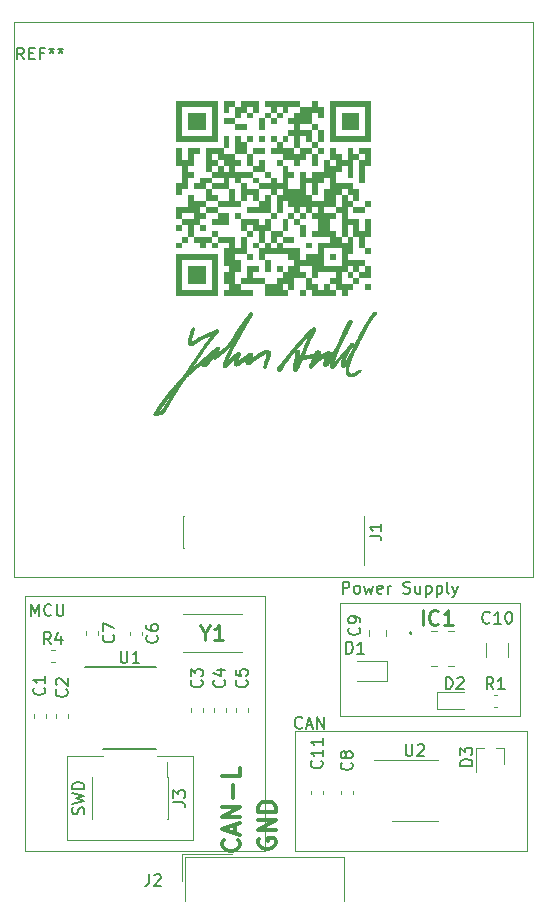
<source format=gbr>
G04 #@! TF.GenerationSoftware,KiCad,Pcbnew,(5.1.2)-1*
G04 #@! TF.CreationDate,2019-06-16T12:12:28+02:00*
G04 #@! TF.ProjectId,STM32CAN,53544d33-3243-4414-9e2e-6b696361645f,rev?*
G04 #@! TF.SameCoordinates,Original*
G04 #@! TF.FileFunction,Legend,Top*
G04 #@! TF.FilePolarity,Positive*
%FSLAX46Y46*%
G04 Gerber Fmt 4.6, Leading zero omitted, Abs format (unit mm)*
G04 Created by KiCad (PCBNEW (5.1.2)-1) date 2019-06-16 12:12:28*
%MOMM*%
%LPD*%
G04 APERTURE LIST*
%ADD10C,0.120000*%
%ADD11C,0.150000*%
%ADD12C,0.300000*%
%ADD13C,0.010000*%
%ADD14C,0.100000*%
%ADD15C,0.200000*%
%ADD16C,0.254000*%
G04 APERTURE END LIST*
D10*
X38100000Y-65405000D02*
X17780000Y-65405000D01*
D11*
X22756761Y-83907142D02*
X22804380Y-83764285D01*
X22804380Y-83526190D01*
X22756761Y-83430952D01*
X22709142Y-83383333D01*
X22613904Y-83335714D01*
X22518666Y-83335714D01*
X22423428Y-83383333D01*
X22375809Y-83430952D01*
X22328190Y-83526190D01*
X22280571Y-83716666D01*
X22232952Y-83811904D01*
X22185333Y-83859523D01*
X22090095Y-83907142D01*
X21994857Y-83907142D01*
X21899619Y-83859523D01*
X21852000Y-83811904D01*
X21804380Y-83716666D01*
X21804380Y-83478571D01*
X21852000Y-83335714D01*
X21804380Y-83002380D02*
X22804380Y-82764285D01*
X22090095Y-82573809D01*
X22804380Y-82383333D01*
X21804380Y-82145238D01*
X22804380Y-81764285D02*
X21804380Y-81764285D01*
X21804380Y-81526190D01*
X21852000Y-81383333D01*
X21947238Y-81288095D01*
X22042476Y-81240476D01*
X22232952Y-81192857D01*
X22375809Y-81192857D01*
X22566285Y-81240476D01*
X22661523Y-81288095D01*
X22756761Y-81383333D01*
X22804380Y-81526190D01*
X22804380Y-81764285D01*
D10*
X32004000Y-78994000D02*
X28956000Y-78994000D01*
X32004000Y-79248000D02*
X32004000Y-78994000D01*
X32004000Y-86106000D02*
X32004000Y-79248000D01*
X21336000Y-86106000D02*
X32004000Y-86106000D01*
X21336000Y-78994000D02*
X21336000Y-86106000D01*
X24384000Y-78994000D02*
X21336000Y-78994000D01*
D11*
X41267142Y-76557142D02*
X41219523Y-76604761D01*
X41076666Y-76652380D01*
X40981428Y-76652380D01*
X40838571Y-76604761D01*
X40743333Y-76509523D01*
X40695714Y-76414285D01*
X40648095Y-76223809D01*
X40648095Y-76080952D01*
X40695714Y-75890476D01*
X40743333Y-75795238D01*
X40838571Y-75700000D01*
X40981428Y-75652380D01*
X41076666Y-75652380D01*
X41219523Y-75700000D01*
X41267142Y-75747619D01*
X41648095Y-76366666D02*
X42124285Y-76366666D01*
X41552857Y-76652380D02*
X41886190Y-75652380D01*
X42219523Y-76652380D01*
X42552857Y-76652380D02*
X42552857Y-75652380D01*
X43124285Y-76652380D01*
X43124285Y-75652380D01*
D12*
X37604000Y-85978857D02*
X37532571Y-86121714D01*
X37532571Y-86336000D01*
X37604000Y-86550285D01*
X37746857Y-86693142D01*
X37889714Y-86764571D01*
X38175428Y-86836000D01*
X38389714Y-86836000D01*
X38675428Y-86764571D01*
X38818285Y-86693142D01*
X38961142Y-86550285D01*
X39032571Y-86336000D01*
X39032571Y-86193142D01*
X38961142Y-85978857D01*
X38889714Y-85907428D01*
X38389714Y-85907428D01*
X38389714Y-86193142D01*
X39032571Y-85264571D02*
X37532571Y-85264571D01*
X39032571Y-84407428D01*
X37532571Y-84407428D01*
X39032571Y-83693142D02*
X37532571Y-83693142D01*
X37532571Y-83336000D01*
X37604000Y-83121714D01*
X37746857Y-82978857D01*
X37889714Y-82907428D01*
X38175428Y-82836000D01*
X38389714Y-82836000D01*
X38675428Y-82907428D01*
X38818285Y-82978857D01*
X38961142Y-83121714D01*
X39032571Y-83336000D01*
X39032571Y-83693142D01*
X35841714Y-86066000D02*
X35913142Y-86137428D01*
X35984571Y-86351714D01*
X35984571Y-86494571D01*
X35913142Y-86708857D01*
X35770285Y-86851714D01*
X35627428Y-86923142D01*
X35341714Y-86994571D01*
X35127428Y-86994571D01*
X34841714Y-86923142D01*
X34698857Y-86851714D01*
X34556000Y-86708857D01*
X34484571Y-86494571D01*
X34484571Y-86351714D01*
X34556000Y-86137428D01*
X34627428Y-86066000D01*
X35556000Y-85494571D02*
X35556000Y-84780285D01*
X35984571Y-85637428D02*
X34484571Y-85137428D01*
X35984571Y-84637428D01*
X35984571Y-84137428D02*
X34484571Y-84137428D01*
X35984571Y-83280285D01*
X34484571Y-83280285D01*
X35413142Y-82566000D02*
X35413142Y-81423142D01*
X35984571Y-79994571D02*
X35984571Y-80708857D01*
X34484571Y-80708857D01*
D10*
X44450000Y-75565000D02*
X44450000Y-73025000D01*
X59690000Y-75565000D02*
X44450000Y-75565000D01*
X59690000Y-73025000D02*
X59690000Y-75565000D01*
X17780000Y-86995000D02*
X17780000Y-79375000D01*
X38100000Y-86995000D02*
X17780000Y-86995000D01*
X38100000Y-79375000D02*
X38100000Y-86995000D01*
X40640000Y-86995000D02*
X40640000Y-76835000D01*
X60325000Y-86995000D02*
X40640000Y-86995000D01*
X60325000Y-76835000D02*
X60325000Y-86995000D01*
X40640000Y-76835000D02*
X60325000Y-76835000D01*
D11*
X44696666Y-65222380D02*
X44696666Y-64222380D01*
X45077619Y-64222380D01*
X45172857Y-64270000D01*
X45220476Y-64317619D01*
X45268095Y-64412857D01*
X45268095Y-64555714D01*
X45220476Y-64650952D01*
X45172857Y-64698571D01*
X45077619Y-64746190D01*
X44696666Y-64746190D01*
X45839523Y-65222380D02*
X45744285Y-65174761D01*
X45696666Y-65127142D01*
X45649047Y-65031904D01*
X45649047Y-64746190D01*
X45696666Y-64650952D01*
X45744285Y-64603333D01*
X45839523Y-64555714D01*
X45982380Y-64555714D01*
X46077619Y-64603333D01*
X46125238Y-64650952D01*
X46172857Y-64746190D01*
X46172857Y-65031904D01*
X46125238Y-65127142D01*
X46077619Y-65174761D01*
X45982380Y-65222380D01*
X45839523Y-65222380D01*
X46506190Y-64555714D02*
X46696666Y-65222380D01*
X46887142Y-64746190D01*
X47077619Y-65222380D01*
X47268095Y-64555714D01*
X48030000Y-65174761D02*
X47934761Y-65222380D01*
X47744285Y-65222380D01*
X47649047Y-65174761D01*
X47601428Y-65079523D01*
X47601428Y-64698571D01*
X47649047Y-64603333D01*
X47744285Y-64555714D01*
X47934761Y-64555714D01*
X48030000Y-64603333D01*
X48077619Y-64698571D01*
X48077619Y-64793809D01*
X47601428Y-64889047D01*
X48506190Y-65222380D02*
X48506190Y-64555714D01*
X48506190Y-64746190D02*
X48553809Y-64650952D01*
X48601428Y-64603333D01*
X48696666Y-64555714D01*
X48791904Y-64555714D01*
X49839523Y-65174761D02*
X49982380Y-65222380D01*
X50220476Y-65222380D01*
X50315714Y-65174761D01*
X50363333Y-65127142D01*
X50410952Y-65031904D01*
X50410952Y-64936666D01*
X50363333Y-64841428D01*
X50315714Y-64793809D01*
X50220476Y-64746190D01*
X50030000Y-64698571D01*
X49934761Y-64650952D01*
X49887142Y-64603333D01*
X49839523Y-64508095D01*
X49839523Y-64412857D01*
X49887142Y-64317619D01*
X49934761Y-64270000D01*
X50030000Y-64222380D01*
X50268095Y-64222380D01*
X50410952Y-64270000D01*
X51268095Y-64555714D02*
X51268095Y-65222380D01*
X50839523Y-64555714D02*
X50839523Y-65079523D01*
X50887142Y-65174761D01*
X50982380Y-65222380D01*
X51125238Y-65222380D01*
X51220476Y-65174761D01*
X51268095Y-65127142D01*
X51744285Y-64555714D02*
X51744285Y-65555714D01*
X51744285Y-64603333D02*
X51839523Y-64555714D01*
X52030000Y-64555714D01*
X52125238Y-64603333D01*
X52172857Y-64650952D01*
X52220476Y-64746190D01*
X52220476Y-65031904D01*
X52172857Y-65127142D01*
X52125238Y-65174761D01*
X52030000Y-65222380D01*
X51839523Y-65222380D01*
X51744285Y-65174761D01*
X52649047Y-64555714D02*
X52649047Y-65555714D01*
X52649047Y-64603333D02*
X52744285Y-64555714D01*
X52934761Y-64555714D01*
X53030000Y-64603333D01*
X53077619Y-64650952D01*
X53125238Y-64746190D01*
X53125238Y-65031904D01*
X53077619Y-65127142D01*
X53030000Y-65174761D01*
X52934761Y-65222380D01*
X52744285Y-65222380D01*
X52649047Y-65174761D01*
X53696666Y-65222380D02*
X53601428Y-65174761D01*
X53553809Y-65079523D01*
X53553809Y-64222380D01*
X53982380Y-64555714D02*
X54220476Y-65222380D01*
X54458571Y-64555714D02*
X54220476Y-65222380D01*
X54125238Y-65460476D01*
X54077619Y-65508095D01*
X53982380Y-65555714D01*
D10*
X59690000Y-66040000D02*
X59690000Y-73025000D01*
X44450000Y-66040000D02*
X59690000Y-66040000D01*
X44450000Y-73025000D02*
X44450000Y-66040000D01*
D11*
X18327857Y-67127380D02*
X18327857Y-66127380D01*
X18661190Y-66841666D01*
X18994523Y-66127380D01*
X18994523Y-67127380D01*
X20042142Y-67032142D02*
X19994523Y-67079761D01*
X19851666Y-67127380D01*
X19756428Y-67127380D01*
X19613571Y-67079761D01*
X19518333Y-66984523D01*
X19470714Y-66889285D01*
X19423095Y-66698809D01*
X19423095Y-66555952D01*
X19470714Y-66365476D01*
X19518333Y-66270238D01*
X19613571Y-66175000D01*
X19756428Y-66127380D01*
X19851666Y-66127380D01*
X19994523Y-66175000D01*
X20042142Y-66222619D01*
X20470714Y-66127380D02*
X20470714Y-66936904D01*
X20518333Y-67032142D01*
X20565952Y-67079761D01*
X20661190Y-67127380D01*
X20851666Y-67127380D01*
X20946904Y-67079761D01*
X20994523Y-67032142D01*
X21042142Y-66936904D01*
X21042142Y-66127380D01*
D10*
X38100000Y-79375000D02*
X38100000Y-65405000D01*
X17780000Y-65405000D02*
X17780000Y-79375000D01*
X16850000Y-16840000D02*
X16850000Y-63840000D01*
X16850000Y-63840000D02*
X60850000Y-63840000D01*
X60850000Y-16840000D02*
X60850000Y-63840000D01*
X16850000Y-16850000D02*
X60850000Y-16850000D01*
D11*
X24445000Y-78380000D02*
X28895000Y-78380000D01*
X22920000Y-71480000D02*
X28895000Y-71480000D01*
D10*
X46470000Y-61338000D02*
X46470000Y-62798000D01*
X31230000Y-58678000D02*
X31170000Y-58678000D01*
X46530000Y-58678000D02*
X46470000Y-58678000D01*
X31170000Y-58678000D02*
X31170000Y-61338000D01*
X31230000Y-61338000D02*
X31170000Y-61338000D01*
X46530000Y-61338000D02*
X46470000Y-61338000D01*
X46530000Y-58678000D02*
X46530000Y-61338000D01*
D13*
G36*
X36876800Y-41419127D02*
G01*
X36888447Y-41423431D01*
X36891957Y-41421886D01*
X36901804Y-41422157D01*
X36910874Y-41427765D01*
X36922873Y-41434675D01*
X36931024Y-41428300D01*
X36931803Y-41427070D01*
X36938744Y-41421028D01*
X36950798Y-41422213D01*
X36972326Y-41431255D01*
X36977332Y-41433664D01*
X37014089Y-41457583D01*
X37036375Y-41488072D01*
X37046310Y-41528377D01*
X37047119Y-41540546D01*
X37046879Y-41567346D01*
X37041462Y-41585864D01*
X37027745Y-41603878D01*
X37017427Y-41614498D01*
X37000212Y-41633574D01*
X36990034Y-41648522D01*
X36988726Y-41653813D01*
X36984565Y-41663565D01*
X36971046Y-41680407D01*
X36957023Y-41694870D01*
X36932401Y-41723234D01*
X36909763Y-41756793D01*
X36902131Y-41771048D01*
X36888382Y-41797031D01*
X36875132Y-41817479D01*
X36868499Y-41825002D01*
X36857520Y-41839435D01*
X36855400Y-41847536D01*
X36850570Y-41858123D01*
X36847094Y-41859200D01*
X36839351Y-41866441D01*
X36833204Y-41882483D01*
X36823648Y-41903285D01*
X36806755Y-41926332D01*
X36801293Y-41932181D01*
X36775885Y-41958738D01*
X36761072Y-41977358D01*
X36754609Y-41991145D01*
X36753800Y-41997837D01*
X36750107Y-42010689D01*
X36747449Y-42013011D01*
X36740430Y-42021645D01*
X36729306Y-42040727D01*
X36721456Y-42056050D01*
X36709268Y-42078599D01*
X36699131Y-42093192D01*
X36695039Y-42096266D01*
X36688974Y-42103643D01*
X36681305Y-42122351D01*
X36677643Y-42134212D01*
X36670261Y-42155705D01*
X36663480Y-42167539D01*
X36660913Y-42168385D01*
X36654335Y-42173226D01*
X36643772Y-42189673D01*
X36635123Y-42206639D01*
X36623018Y-42229842D01*
X36612684Y-42245105D01*
X36608048Y-42248666D01*
X36602363Y-42255145D01*
X36602493Y-42259250D01*
X36600405Y-42274320D01*
X36592680Y-42293441D01*
X36582720Y-42309753D01*
X36574141Y-42316400D01*
X36570202Y-42321588D01*
X36571408Y-42324287D01*
X36568954Y-42334239D01*
X36557324Y-42345454D01*
X36546168Y-42354904D01*
X36546176Y-42358733D01*
X36548106Y-42363329D01*
X36543826Y-42368893D01*
X36534975Y-42385781D01*
X36533666Y-42394793D01*
X36530115Y-42405394D01*
X36525199Y-42405300D01*
X36519509Y-42408958D01*
X36516824Y-42426432D01*
X36516733Y-42431611D01*
X36515508Y-42450424D01*
X36512459Y-42458239D01*
X36511386Y-42457809D01*
X36501151Y-42456639D01*
X36487726Y-42462623D01*
X36478538Y-42471505D01*
X36478320Y-42476760D01*
X36476955Y-42487747D01*
X36468644Y-42507533D01*
X36456138Y-42531033D01*
X36442186Y-42553163D01*
X36429538Y-42568839D01*
X36427563Y-42570623D01*
X36417060Y-42582973D01*
X36415133Y-42588724D01*
X36409871Y-42599998D01*
X36398199Y-42614683D01*
X36385773Y-42632513D01*
X36381266Y-42646785D01*
X36377843Y-42662624D01*
X36375024Y-42666953D01*
X36369435Y-42680131D01*
X36368674Y-42687414D01*
X36363568Y-42698488D01*
X36357983Y-42699516D01*
X36348566Y-42704181D01*
X36347399Y-42709413D01*
X36343197Y-42728089D01*
X36332078Y-42754705D01*
X36316278Y-42785490D01*
X36298029Y-42816673D01*
X36279567Y-42844482D01*
X36263125Y-42865145D01*
X36250937Y-42874892D01*
X36249197Y-42875199D01*
X36238089Y-42882077D01*
X36236274Y-42887899D01*
X36233975Y-42903395D01*
X36233019Y-42906949D01*
X36228876Y-42919357D01*
X36224648Y-42932254D01*
X36217289Y-42945052D01*
X36210970Y-42946571D01*
X36205471Y-42950136D01*
X36203466Y-42963600D01*
X36197536Y-42986609D01*
X36188120Y-43000612D01*
X36177708Y-43015950D01*
X36176289Y-43026502D01*
X36173806Y-43040124D01*
X36164923Y-43053489D01*
X36155697Y-43065500D01*
X36155198Y-43069933D01*
X36155735Y-43076424D01*
X36149573Y-43093022D01*
X36138888Y-43115410D01*
X36125854Y-43139273D01*
X36112647Y-43160294D01*
X36103983Y-43171549D01*
X36081316Y-43197153D01*
X36067926Y-43213870D01*
X36061461Y-43225120D01*
X36059569Y-43234324D01*
X36059533Y-43236179D01*
X36053698Y-43251208D01*
X36039588Y-43268501D01*
X36038889Y-43269157D01*
X36026213Y-43283303D01*
X36022622Y-43292492D01*
X36022975Y-43293020D01*
X36021073Y-43301849D01*
X36011111Y-43319447D01*
X36001286Y-43333676D01*
X35985574Y-43359605D01*
X35976167Y-43384093D01*
X35974866Y-43393334D01*
X35971480Y-43410952D01*
X35964022Y-43417066D01*
X35953351Y-43424082D01*
X35943449Y-43440350D01*
X35931572Y-43465986D01*
X35921675Y-43484800D01*
X35910210Y-43506273D01*
X35896787Y-43533150D01*
X35893586Y-43539833D01*
X35881169Y-43563507D01*
X35869574Y-43581643D01*
X35866658Y-43585166D01*
X35855908Y-43599904D01*
X35842861Y-43622114D01*
X35839748Y-43628049D01*
X35822949Y-43655335D01*
X35801913Y-43682639D01*
X35797693Y-43687328D01*
X35781599Y-43708926D01*
X35772456Y-43729665D01*
X35771666Y-43735462D01*
X35765808Y-43756623D01*
X35754733Y-43772666D01*
X35742050Y-43791069D01*
X35737799Y-43806461D01*
X35731140Y-43824000D01*
X35720866Y-43833898D01*
X35707492Y-43847685D01*
X35703933Y-43858464D01*
X35697045Y-43873372D01*
X35690696Y-43877534D01*
X35681710Y-43885579D01*
X35682257Y-43890375D01*
X35681820Y-43902120D01*
X35675547Y-43923003D01*
X35665783Y-43947335D01*
X35654875Y-43969429D01*
X35645169Y-43983597D01*
X35643101Y-43985300D01*
X35637134Y-43997033D01*
X35637876Y-44002063D01*
X35634757Y-44014718D01*
X35622322Y-44031922D01*
X35618357Y-44036021D01*
X35600748Y-44057730D01*
X35583106Y-44086337D01*
X35576654Y-44099245D01*
X35564247Y-44124575D01*
X35553037Y-44144323D01*
X35548521Y-44150638D01*
X35530132Y-44172385D01*
X35520847Y-44187137D01*
X35517795Y-44199867D01*
X35517666Y-44204109D01*
X35513983Y-44218056D01*
X35508700Y-44221400D01*
X35503643Y-44226586D01*
X35504966Y-44229866D01*
X35503047Y-44237114D01*
X35496999Y-44238333D01*
X35485442Y-44244236D01*
X35483799Y-44249721D01*
X35477996Y-44263537D01*
X35466866Y-44276433D01*
X35453827Y-44296928D01*
X35449933Y-44316345D01*
X35447532Y-44332511D01*
X35441466Y-44335700D01*
X35434559Y-44338021D01*
X35432999Y-44346031D01*
X35426596Y-44362813D01*
X35416066Y-44373799D01*
X35402841Y-44389014D01*
X35399133Y-44401069D01*
X35394746Y-44413770D01*
X35389679Y-44416133D01*
X35383761Y-44422780D01*
X35384413Y-44432149D01*
X35381569Y-44450536D01*
X35368467Y-44469880D01*
X35354772Y-44488025D01*
X35348392Y-44503131D01*
X35348333Y-44504164D01*
X35343316Y-44518736D01*
X35339866Y-44521966D01*
X35332780Y-44533896D01*
X35331399Y-44543814D01*
X35327077Y-44558650D01*
X35316256Y-44581481D01*
X35302158Y-44606435D01*
X35288004Y-44627640D01*
X35280679Y-44636266D01*
X35276032Y-44647712D01*
X35275925Y-44648966D01*
X35272952Y-44670783D01*
X35267216Y-44693982D01*
X35260495Y-44712657D01*
X35254567Y-44720899D01*
X35254257Y-44720933D01*
X35247629Y-44727828D01*
X35246733Y-44733987D01*
X35241301Y-44749377D01*
X35229799Y-44765217D01*
X35217217Y-44785063D01*
X35212866Y-44802463D01*
X35209494Y-44819753D01*
X35204399Y-44826766D01*
X35198674Y-44838025D01*
X35195966Y-44858542D01*
X35195933Y-44861133D01*
X35193522Y-44880516D01*
X35187605Y-44890059D01*
X35186479Y-44890266D01*
X35180658Y-44896967D01*
X35181453Y-44907199D01*
X35180925Y-44921230D01*
X35175001Y-44924133D01*
X35164575Y-44931185D01*
X35154130Y-44948283D01*
X35153600Y-44949533D01*
X35144808Y-44966959D01*
X35137703Y-44974887D01*
X35137340Y-44974933D01*
X35131039Y-44982061D01*
X35122728Y-44999688D01*
X35120886Y-45004566D01*
X35112008Y-45023827D01*
X35103669Y-45033811D01*
X35102251Y-45034199D01*
X35095224Y-45041065D01*
X35094333Y-45046899D01*
X35090201Y-45058173D01*
X35086694Y-45059599D01*
X35078609Y-45066852D01*
X35070749Y-45084013D01*
X35065443Y-45104191D01*
X35065016Y-45120491D01*
X35065544Y-45122246D01*
X35063713Y-45136690D01*
X35056720Y-45146803D01*
X35046057Y-45161216D01*
X35043533Y-45169061D01*
X35038432Y-45177776D01*
X35036477Y-45178133D01*
X35029213Y-45184903D01*
X35028351Y-45188716D01*
X35022813Y-45219464D01*
X35013971Y-45244099D01*
X35004198Y-45256870D01*
X34994534Y-45270233D01*
X34992733Y-45280154D01*
X34989219Y-45293683D01*
X34984532Y-45296666D01*
X34979746Y-45302820D01*
X34980951Y-45308705D01*
X34980908Y-45325201D01*
X34976154Y-45338338D01*
X34970983Y-45352037D01*
X34976648Y-45355932D01*
X34976814Y-45355933D01*
X34980346Y-45360671D01*
X34972878Y-45371416D01*
X34961974Y-45387172D01*
X34958866Y-45396816D01*
X34953315Y-45406167D01*
X34950553Y-45406733D01*
X34945894Y-45414244D01*
X34943981Y-45433141D01*
X34944203Y-45442716D01*
X34949696Y-45474757D01*
X34961280Y-45494483D01*
X34974546Y-45499866D01*
X34983576Y-45494150D01*
X35001730Y-45478630D01*
X35026439Y-45455751D01*
X35055133Y-45427958D01*
X35085244Y-45397694D01*
X35114202Y-45367405D01*
X35117596Y-45363757D01*
X35147362Y-45334081D01*
X35169515Y-45317751D01*
X35183233Y-45313599D01*
X35194513Y-45309956D01*
X35195933Y-45306875D01*
X35201286Y-45297519D01*
X35215147Y-45280213D01*
X35229836Y-45263792D01*
X35247224Y-45243142D01*
X35257597Y-45226826D01*
X35258970Y-45219717D01*
X35260254Y-45212462D01*
X35262944Y-45212000D01*
X35273259Y-45206514D01*
X35291206Y-45192263D01*
X35309003Y-45176016D01*
X35341169Y-45145768D01*
X35366568Y-45123439D01*
X35383577Y-45110370D01*
X35390576Y-45107905D01*
X35390666Y-45108403D01*
X35395531Y-45106813D01*
X35407266Y-45095773D01*
X35407599Y-45095417D01*
X35419854Y-45079692D01*
X35424533Y-45068991D01*
X35431611Y-45060484D01*
X35443583Y-45055087D01*
X35459539Y-45046222D01*
X35479512Y-45029982D01*
X35498901Y-45010849D01*
X35513105Y-44993305D01*
X35517666Y-44982928D01*
X35524048Y-44976855D01*
X35528048Y-44977049D01*
X35537240Y-44971677D01*
X35541276Y-44960584D01*
X35547805Y-44946958D01*
X35556222Y-44946646D01*
X35568981Y-44944146D01*
X35573534Y-44937711D01*
X35584021Y-44925921D01*
X35590539Y-44924133D01*
X35600973Y-44917336D01*
X35602333Y-44911433D01*
X35605724Y-44900741D01*
X35608683Y-44899735D01*
X35628594Y-44898404D01*
X35636176Y-44886972D01*
X35636199Y-44886033D01*
X35641035Y-44874770D01*
X35645166Y-44873333D01*
X35649813Y-44867972D01*
X35648010Y-44863427D01*
X35647600Y-44857069D01*
X35655977Y-44858928D01*
X35667950Y-44858919D01*
X35670066Y-44853336D01*
X35676480Y-44843129D01*
X35692498Y-44827850D01*
X35713279Y-44811265D01*
X35733986Y-44797146D01*
X35749779Y-44789259D01*
X35753094Y-44788666D01*
X35762730Y-44781839D01*
X35766982Y-44774087D01*
X35772906Y-44764721D01*
X35779626Y-44770912D01*
X35789051Y-44778857D01*
X35807678Y-44784373D01*
X35838404Y-44788089D01*
X35866805Y-44789867D01*
X35893258Y-44795429D01*
X35914730Y-44807312D01*
X35926993Y-44822402D01*
X35927398Y-44834529D01*
X35930230Y-44846566D01*
X35938271Y-44851389D01*
X35949261Y-44859276D01*
X35960436Y-44873075D01*
X35968515Y-44887498D01*
X35970218Y-44897256D01*
X35967638Y-44898733D01*
X35962997Y-44905789D01*
X35962034Y-44922371D01*
X35964239Y-44941595D01*
X35969100Y-44956581D01*
X35972199Y-44960229D01*
X35977324Y-44972029D01*
X35977900Y-44992981D01*
X35974546Y-45016113D01*
X35967881Y-45034451D01*
X35965297Y-45038010D01*
X35959398Y-45052306D01*
X35957933Y-45065526D01*
X35955195Y-45080614D01*
X35950524Y-45084999D01*
X35945105Y-45092298D01*
X35943116Y-45107810D01*
X35935793Y-45132244D01*
X35922431Y-45148412D01*
X35909073Y-45163569D01*
X35905016Y-45175941D01*
X35905145Y-45176402D01*
X35903463Y-45185735D01*
X35900531Y-45186599D01*
X35894595Y-45193940D01*
X35885643Y-45212879D01*
X35875510Y-45238791D01*
X35866035Y-45267052D01*
X35860173Y-45288199D01*
X35856519Y-45298265D01*
X35849273Y-45316267D01*
X35842104Y-45337390D01*
X35839399Y-45352251D01*
X35835742Y-45363174D01*
X35832910Y-45364399D01*
X35828714Y-45371979D01*
X35825535Y-45391172D01*
X35824709Y-45402835D01*
X35825087Y-45427277D01*
X35829283Y-45436191D01*
X35832507Y-45435393D01*
X35837987Y-45434623D01*
X35835677Y-45439773D01*
X35832860Y-45453905D01*
X35835066Y-45472245D01*
X35840716Y-45487124D01*
X35846305Y-45491400D01*
X35858246Y-45486112D01*
X35877927Y-45472422D01*
X35900812Y-45453591D01*
X35908138Y-45446950D01*
X35919751Y-45438834D01*
X35924066Y-45440600D01*
X35928868Y-45448596D01*
X35942320Y-45443354D01*
X35955615Y-45432475D01*
X35977268Y-45417735D01*
X35995535Y-45410335D01*
X36015479Y-45400400D01*
X36026187Y-45388826D01*
X36038529Y-45375835D01*
X36047535Y-45372866D01*
X36062175Y-45367204D01*
X36079018Y-45353816D01*
X36104290Y-45332386D01*
X36129671Y-45317893D01*
X36146760Y-45313600D01*
X36158721Y-45307687D01*
X36175981Y-45292737D01*
X36184252Y-45283966D01*
X36202546Y-45266215D01*
X36218431Y-45255633D01*
X36223340Y-45254333D01*
X36236297Y-45247317D01*
X36241126Y-45238786D01*
X36251181Y-45226662D01*
X36271689Y-45212254D01*
X36288263Y-45203472D01*
X36311512Y-45191433D01*
X36326840Y-45181290D01*
X36330466Y-45176799D01*
X36337505Y-45169442D01*
X36354985Y-45159774D01*
X36360709Y-45157257D01*
X36378830Y-45147644D01*
X36386787Y-45139234D01*
X36386530Y-45137467D01*
X36389939Y-45132172D01*
X36400737Y-45130939D01*
X36414702Y-45128109D01*
X36417840Y-45122753D01*
X36424092Y-45114855D01*
X36441870Y-45103328D01*
X36462125Y-45093120D01*
X36487606Y-45079662D01*
X36506169Y-45066371D01*
X36512615Y-45058397D01*
X36525143Y-45044308D01*
X36547645Y-45035299D01*
X36569649Y-45033841D01*
X36582143Y-45030874D01*
X36584466Y-45026285D01*
X36589871Y-45015401D01*
X36603670Y-44997523D01*
X36614100Y-44985889D01*
X36631048Y-44966708D01*
X36641773Y-44952239D01*
X36643733Y-44947769D01*
X36650794Y-44942208D01*
X36659662Y-44941066D01*
X36673733Y-44935482D01*
X36692778Y-44921796D01*
X36711602Y-44904606D01*
X36725012Y-44888513D01*
X36728400Y-44880192D01*
X36735353Y-44874254D01*
X36742283Y-44873333D01*
X36758429Y-44867026D01*
X36766524Y-44859168D01*
X36785458Y-44844989D01*
X36816727Y-44834107D01*
X36855857Y-44827736D01*
X36886364Y-44826624D01*
X36917842Y-44830472D01*
X36950541Y-44839791D01*
X36980705Y-44852740D01*
X37004579Y-44867481D01*
X37018409Y-44882175D01*
X37019932Y-44892055D01*
X37020608Y-44904754D01*
X37028396Y-44907200D01*
X37036507Y-44908350D01*
X37041250Y-44914308D01*
X37043757Y-44928835D01*
X37045160Y-44955691D01*
X37045438Y-44963763D01*
X37044764Y-44984426D01*
X37041677Y-44994813D01*
X37039909Y-44995013D01*
X37034433Y-44998501D01*
X37031558Y-45012449D01*
X37032348Y-45028303D01*
X37028468Y-45038706D01*
X37018332Y-45049794D01*
X37008265Y-45055360D01*
X37005591Y-45054569D01*
X37000864Y-45058530D01*
X36995436Y-45073975D01*
X36986187Y-45099054D01*
X36974825Y-45113243D01*
X36964507Y-45114040D01*
X36959030Y-45117630D01*
X36956999Y-45131348D01*
X36953206Y-45151302D01*
X36943499Y-45178410D01*
X36935719Y-45195290D01*
X36923936Y-45219040D01*
X36915981Y-45236022D01*
X36913909Y-45241332D01*
X36908403Y-45260593D01*
X36898683Y-45280260D01*
X36888286Y-45293960D01*
X36883177Y-45296666D01*
X36873731Y-45302774D01*
X36874542Y-45318046D01*
X36880504Y-45330345D01*
X36887293Y-45336171D01*
X36898238Y-45333946D01*
X36917159Y-45322503D01*
X36925851Y-45316472D01*
X36952982Y-45300221D01*
X36970975Y-45295839D01*
X36974555Y-45297051D01*
X36988294Y-45300701D01*
X36996239Y-45295521D01*
X36994738Y-45287614D01*
X36996212Y-45280281D01*
X36999333Y-45279733D01*
X37004854Y-45274575D01*
X37003566Y-45271266D01*
X37004740Y-45263487D01*
X37008198Y-45262800D01*
X37019802Y-45256698D01*
X37034487Y-45241904D01*
X37035348Y-45240825D01*
X37051619Y-45225403D01*
X37069814Y-45222571D01*
X37076783Y-45223680D01*
X37093927Y-45225285D01*
X37101068Y-45222371D01*
X37106704Y-45211430D01*
X37120139Y-45194766D01*
X37136588Y-45177495D01*
X37151265Y-45164734D01*
X37158292Y-45161199D01*
X37168764Y-45154532D01*
X37170987Y-45150429D01*
X37181651Y-45141810D01*
X37198050Y-45137762D01*
X37223679Y-45133011D01*
X37233071Y-45124253D01*
X37230980Y-45116947D01*
X37232074Y-45111047D01*
X37242812Y-45112316D01*
X37258439Y-45111330D01*
X37264525Y-45100893D01*
X37276217Y-45086922D01*
X37296017Y-45079426D01*
X37315877Y-45071793D01*
X37326751Y-45060744D01*
X37326955Y-45060078D01*
X37337322Y-45048372D01*
X37348984Y-45044804D01*
X37364914Y-45040126D01*
X37370330Y-45034576D01*
X37380158Y-45026495D01*
X37385272Y-45025733D01*
X37396088Y-45021652D01*
X37397266Y-45018562D01*
X37402170Y-45007056D01*
X37413535Y-44992769D01*
X37426338Y-44980968D01*
X37435556Y-44976923D01*
X37436465Y-44977443D01*
X37445744Y-44976118D01*
X37462604Y-44966472D01*
X37468960Y-44961867D01*
X37489916Y-44948492D01*
X37507688Y-44941406D01*
X37510748Y-44941066D01*
X37520495Y-44937269D01*
X37520033Y-44932599D01*
X37521289Y-44924846D01*
X37524890Y-44924133D01*
X37537903Y-44918345D01*
X37548673Y-44908728D01*
X37569311Y-44891870D01*
X37592413Y-44881681D01*
X37605504Y-44880534D01*
X37617246Y-44876159D01*
X37634465Y-44863565D01*
X37638327Y-44860113D01*
X37662385Y-44839928D01*
X37689589Y-44820202D01*
X37715081Y-44804164D01*
X37734007Y-44795042D01*
X37737537Y-44794156D01*
X37751374Y-44787320D01*
X37767901Y-44773632D01*
X37786561Y-44760130D01*
X37803666Y-44754799D01*
X37817434Y-44751892D01*
X37820600Y-44747869D01*
X37827746Y-44740177D01*
X37846453Y-44728120D01*
X37872617Y-44713774D01*
X37902138Y-44699212D01*
X37930915Y-44686509D01*
X37954846Y-44677742D01*
X37963655Y-44675493D01*
X37987227Y-44667886D01*
X38016629Y-44654243D01*
X38034826Y-44643962D01*
X38067535Y-44627140D01*
X38092349Y-44621271D01*
X38097289Y-44621696D01*
X38114257Y-44622189D01*
X38121510Y-44618777D01*
X38131713Y-44615551D01*
X38152352Y-44615500D01*
X38161524Y-44616379D01*
X38192680Y-44619359D01*
X38228535Y-44621693D01*
X38241197Y-44622236D01*
X38267309Y-44624218D01*
X38286058Y-44627639D01*
X38291292Y-44630003D01*
X38302675Y-44633509D01*
X38325172Y-44635782D01*
X38343210Y-44636266D01*
X38371518Y-44637704D01*
X38383394Y-44642059D01*
X38383181Y-44645463D01*
X38385075Y-44652132D01*
X38397498Y-44652993D01*
X38418065Y-44651581D01*
X38433473Y-44652774D01*
X38447054Y-44658648D01*
X38462143Y-44671281D01*
X38482070Y-44692749D01*
X38506546Y-44720933D01*
X38524259Y-44744917D01*
X38536439Y-44771221D01*
X38543979Y-44803552D01*
X38547776Y-44845613D01*
X38548733Y-44895533D01*
X38548161Y-44933646D01*
X38546607Y-44964636D01*
X38544314Y-44985145D01*
X38541762Y-44991866D01*
X38537777Y-44999536D01*
X38534723Y-45019356D01*
X38533540Y-45039436D01*
X38527206Y-45086096D01*
X38515012Y-45116286D01*
X38505250Y-45136719D01*
X38502205Y-45151560D01*
X38502898Y-45153916D01*
X38502000Y-45165957D01*
X38495141Y-45176550D01*
X38485002Y-45192731D01*
X38473594Y-45218005D01*
X38468029Y-45233166D01*
X38457628Y-45260128D01*
X38446916Y-45281733D01*
X38442017Y-45288866D01*
X38432264Y-45304230D01*
X38430200Y-45312150D01*
X38424549Y-45321499D01*
X38421733Y-45322066D01*
X38414854Y-45329157D01*
X38413266Y-45339000D01*
X38409721Y-45352758D01*
X38404800Y-45355933D01*
X38397957Y-45363036D01*
X38396333Y-45373138D01*
X38392896Y-45391860D01*
X38384396Y-45416379D01*
X38382031Y-45421821D01*
X38372645Y-45443761D01*
X38366972Y-45459429D01*
X38366418Y-45461766D01*
X38362470Y-45475173D01*
X38355320Y-45494067D01*
X38348242Y-45514645D01*
X38345533Y-45528640D01*
X38341038Y-45543402D01*
X38339183Y-45545727D01*
X38332383Y-45556557D01*
X38332143Y-45557722D01*
X38324636Y-45588221D01*
X38311441Y-45619172D01*
X38302024Y-45634211D01*
X38292448Y-45650804D01*
X38291378Y-45662154D01*
X38291189Y-45674219D01*
X38284616Y-45694276D01*
X38282099Y-45699889D01*
X38271542Y-45726766D01*
X38264735Y-45752396D01*
X38264403Y-45754496D01*
X38258932Y-45791653D01*
X38254445Y-45818373D01*
X38249772Y-45841012D01*
X38244242Y-45863933D01*
X38237407Y-45897894D01*
X38232654Y-45933475D01*
X38232115Y-45940133D01*
X38227570Y-45971086D01*
X38219306Y-45998540D01*
X38209086Y-46017950D01*
X38199253Y-46024800D01*
X38194579Y-46031537D01*
X38195617Y-46041850D01*
X38194616Y-46055343D01*
X38182486Y-46069655D01*
X38164854Y-46082758D01*
X38135880Y-46101306D01*
X38114619Y-46110909D01*
X38095438Y-46113042D01*
X38072699Y-46109176D01*
X38068134Y-46108044D01*
X38043760Y-46098569D01*
X38027516Y-46082496D01*
X38016576Y-46055976D01*
X38010696Y-46029861D01*
X38005669Y-46011108D01*
X38000394Y-46002902D01*
X37999337Y-46003054D01*
X37995758Y-45998553D01*
X37995344Y-45983929D01*
X37996900Y-45961136D01*
X37997712Y-45947088D01*
X38003993Y-45929509D01*
X38011024Y-45920251D01*
X38017866Y-45909027D01*
X38014962Y-45904731D01*
X38009353Y-45894902D01*
X38006368Y-45873439D01*
X38005887Y-45845419D01*
X38007793Y-45815916D01*
X38011966Y-45790008D01*
X38018044Y-45773148D01*
X38021720Y-45758521D01*
X38022760Y-45735157D01*
X38022499Y-45728662D01*
X38023569Y-45704459D01*
X38028739Y-45686920D01*
X38030609Y-45684404D01*
X38038861Y-45668136D01*
X38040733Y-45655306D01*
X38044121Y-45638055D01*
X38049200Y-45631099D01*
X38056312Y-45619158D01*
X38057666Y-45609433D01*
X38060759Y-45595941D01*
X38064844Y-45593000D01*
X38070139Y-45585639D01*
X38072730Y-45568129D01*
X38076493Y-45543329D01*
X38082783Y-45525796D01*
X38087888Y-45512001D01*
X38082759Y-45508333D01*
X38080025Y-45503710D01*
X38086090Y-45495633D01*
X38100390Y-45485224D01*
X38107861Y-45482933D01*
X38115993Y-45477515D01*
X38116210Y-45460596D01*
X38121481Y-45451783D01*
X38124160Y-45449832D01*
X38131758Y-45438325D01*
X38137391Y-45419252D01*
X38144245Y-45383856D01*
X38149759Y-45362656D01*
X38154871Y-45353072D01*
X38160514Y-45352522D01*
X38161394Y-45353015D01*
X38167037Y-45352601D01*
X38165204Y-45344622D01*
X38163462Y-45332846D01*
X38165932Y-45330533D01*
X38172987Y-45323143D01*
X38182287Y-45304332D01*
X38192091Y-45279133D01*
X38200658Y-45252584D01*
X38206250Y-45229720D01*
X38207123Y-45215576D01*
X38206265Y-45213843D01*
X38208400Y-45205403D01*
X38217353Y-45186947D01*
X38228046Y-45167892D01*
X38241807Y-45143455D01*
X38247414Y-45128564D01*
X38245813Y-45118487D01*
X38239567Y-45110253D01*
X38231647Y-45097013D01*
X38235481Y-45092050D01*
X38240284Y-45088906D01*
X38244091Y-45081195D01*
X38247528Y-45065989D01*
X38251219Y-45040363D01*
X38255786Y-45001390D01*
X38256852Y-44991807D01*
X38257813Y-44950328D01*
X38251171Y-44918229D01*
X38237671Y-44898162D01*
X38229243Y-44893664D01*
X38208099Y-44885403D01*
X38200288Y-44881613D01*
X38183153Y-44880071D01*
X38154784Y-44885628D01*
X38118746Y-44897150D01*
X38078602Y-44913501D01*
X38039009Y-44932957D01*
X38024342Y-44936148D01*
X38019772Y-44932932D01*
X38008718Y-44929731D01*
X37989756Y-44933930D01*
X37973796Y-44942031D01*
X37969032Y-44949859D01*
X37969286Y-44950373D01*
X37966055Y-44958531D01*
X37953165Y-44965960D01*
X37935315Y-44975180D01*
X37926756Y-44982877D01*
X37914772Y-44989916D01*
X37901104Y-44991866D01*
X37882079Y-44998532D01*
X37875633Y-45008800D01*
X37863212Y-45023004D01*
X37849058Y-45025733D01*
X37830735Y-45029520D01*
X37815340Y-45038420D01*
X37807944Y-45048744D01*
X37809714Y-45054358D01*
X37806591Y-45058179D01*
X37793065Y-45059599D01*
X37769594Y-45067288D01*
X37743263Y-45089191D01*
X37718316Y-45109999D01*
X37692539Y-45122771D01*
X37687616Y-45123986D01*
X37670303Y-45129395D01*
X37664190Y-45135839D01*
X37664540Y-45136728D01*
X37661458Y-45142678D01*
X37651766Y-45144266D01*
X37637739Y-45147721D01*
X37634333Y-45152733D01*
X37627242Y-45159612D01*
X37617400Y-45161199D01*
X37603641Y-45164745D01*
X37600466Y-45169666D01*
X37593601Y-45177159D01*
X37587651Y-45178133D01*
X37567617Y-45183439D01*
X37543123Y-45196752D01*
X37526028Y-45209961D01*
X37512419Y-45216551D01*
X37506084Y-45215461D01*
X37500245Y-45217184D01*
X37500417Y-45223045D01*
X37496173Y-45236943D01*
X37482636Y-45253303D01*
X37465429Y-45266567D01*
X37451619Y-45271266D01*
X37439513Y-45277401D01*
X37424260Y-45292388D01*
X37422514Y-45294550D01*
X37408831Y-45310127D01*
X37399343Y-45317735D01*
X37398616Y-45317882D01*
X37385217Y-45322921D01*
X37365291Y-45335056D01*
X37344873Y-45350029D01*
X37330001Y-45363584D01*
X37326405Y-45368804D01*
X37315044Y-45379959D01*
X37308632Y-45381333D01*
X37297195Y-45385823D01*
X37295666Y-45389800D01*
X37288814Y-45397323D01*
X37283038Y-45398266D01*
X37269004Y-45404804D01*
X37259835Y-45415200D01*
X37247126Y-45428515D01*
X37237819Y-45432133D01*
X37223580Y-45436964D01*
X37204790Y-45448662D01*
X37203872Y-45449357D01*
X37161493Y-45481646D01*
X37130529Y-45504831D01*
X37109073Y-45520260D01*
X37095215Y-45529277D01*
X37087046Y-45533230D01*
X37084249Y-45533733D01*
X37075826Y-45540024D01*
X37075533Y-45542200D01*
X37068641Y-45549630D01*
X37062333Y-45550666D01*
X37053570Y-45554771D01*
X37054366Y-45559133D01*
X37051369Y-45565411D01*
X37037933Y-45567600D01*
X37022168Y-45569711D01*
X37017269Y-45573950D01*
X37016822Y-45592585D01*
X37009362Y-45600002D01*
X37006193Y-45599520D01*
X36995680Y-45603546D01*
X36978047Y-45617351D01*
X36958377Y-45636641D01*
X36938134Y-45656637D01*
X36921887Y-45669579D01*
X36913416Y-45672660D01*
X36906611Y-45674443D01*
X36906200Y-45677166D01*
X36899275Y-45684927D01*
X36892368Y-45686133D01*
X36878630Y-45692261D01*
X36861289Y-45706855D01*
X36846040Y-45724226D01*
X36838578Y-45738688D01*
X36838477Y-45739955D01*
X36832223Y-45743801D01*
X36825766Y-45742338D01*
X36814864Y-45742162D01*
X36813066Y-45745665D01*
X36806271Y-45753088D01*
X36801272Y-45753866D01*
X36788358Y-45760724D01*
X36784334Y-45767270D01*
X36774814Y-45776911D01*
X36768612Y-45776899D01*
X36753984Y-45777715D01*
X36735286Y-45784601D01*
X36714155Y-45791175D01*
X36697914Y-45790467D01*
X36687984Y-45788770D01*
X36690219Y-45796069D01*
X36692661Y-45803193D01*
X36685373Y-45800005D01*
X36670650Y-45795433D01*
X36645636Y-45791582D01*
X36627358Y-45790027D01*
X36590083Y-45784015D01*
X36563974Y-45771741D01*
X36551387Y-45754487D01*
X36550599Y-45748321D01*
X36543863Y-45738058D01*
X36538736Y-45736933D01*
X36526958Y-45729877D01*
X36513013Y-45712435D01*
X36500355Y-45690191D01*
X36492436Y-45668734D01*
X36491333Y-45660249D01*
X36486474Y-45646779D01*
X36479976Y-45643800D01*
X36472050Y-45636409D01*
X36467337Y-45613623D01*
X36466253Y-45599350D01*
X36464730Y-45550958D01*
X36466218Y-45518780D01*
X36470756Y-45502355D01*
X36474752Y-45499866D01*
X36479243Y-45492600D01*
X36480749Y-45478431D01*
X36476038Y-45461474D01*
X36465103Y-45448629D01*
X36452739Y-45443890D01*
X36445009Y-45448673D01*
X36433944Y-45453470D01*
X36428418Y-45452353D01*
X36414838Y-45453472D01*
X36411256Y-45456956D01*
X36399281Y-45463965D01*
X36385000Y-45466000D01*
X36368351Y-45470505D01*
X36364333Y-45478700D01*
X36358021Y-45489935D01*
X36352539Y-45491400D01*
X36339180Y-45498170D01*
X36336354Y-45502840D01*
X36326716Y-45512578D01*
X36306560Y-45525513D01*
X36289031Y-45534590D01*
X36265474Y-45547466D01*
X36249816Y-45559339D01*
X36245949Y-45565483D01*
X36238746Y-45574077D01*
X36228866Y-45576066D01*
X36215102Y-45579208D01*
X36211933Y-45583559D01*
X36205308Y-45593186D01*
X36189619Y-45605546D01*
X36171148Y-45616210D01*
X36159824Y-45620314D01*
X36138250Y-45632929D01*
X36124941Y-45654383D01*
X36111583Y-45667665D01*
X36087787Y-45670816D01*
X36082816Y-45670202D01*
X36077132Y-45676044D01*
X36076466Y-45681329D01*
X36069415Y-45693401D01*
X36059533Y-45698833D01*
X36045850Y-45706434D01*
X36042599Y-45712103D01*
X36035774Y-45719200D01*
X36030470Y-45720000D01*
X36018099Y-45727003D01*
X36013445Y-45735426D01*
X36004017Y-45747509D01*
X35985406Y-45762473D01*
X35963104Y-45776788D01*
X35942607Y-45786920D01*
X35929525Y-45789376D01*
X35917394Y-45792001D01*
X35906256Y-45801967D01*
X35902914Y-45812810D01*
X35903502Y-45814108D01*
X35900135Y-45822101D01*
X35886476Y-45829872D01*
X35870542Y-45838739D01*
X35864799Y-45846790D01*
X35857710Y-45853839D01*
X35847866Y-45855466D01*
X35834102Y-45858631D01*
X35830933Y-45863015D01*
X35823772Y-45870525D01*
X35810358Y-45875728D01*
X35789632Y-45884229D01*
X35778569Y-45892106D01*
X35764951Y-45898737D01*
X35740508Y-45905220D01*
X35710551Y-45910754D01*
X35680390Y-45914535D01*
X35655333Y-45915760D01*
X35640692Y-45913627D01*
X35639858Y-45913084D01*
X35628630Y-45903596D01*
X35611085Y-45888460D01*
X35607447Y-45885295D01*
X35590220Y-45871514D01*
X35578403Y-45864261D01*
X35576992Y-45863933D01*
X35564893Y-45858105D01*
X35549626Y-45844789D01*
X35537621Y-45830232D01*
X35534599Y-45822723D01*
X35528788Y-45813619D01*
X35526133Y-45813133D01*
X35520848Y-45805618D01*
X35517892Y-45786828D01*
X35517666Y-45779000D01*
X35514406Y-45751995D01*
X35504480Y-45739808D01*
X35495428Y-45729185D01*
X35496217Y-45721916D01*
X35494855Y-45706368D01*
X35486925Y-45693375D01*
X35477537Y-45681777D01*
X35479967Y-45677979D01*
X35486721Y-45677666D01*
X35498447Y-45670644D01*
X35500733Y-45660733D01*
X35497295Y-45646973D01*
X35492527Y-45643800D01*
X35488171Y-45636493D01*
X35486962Y-45618457D01*
X35488473Y-45595511D01*
X35492280Y-45573478D01*
X35497959Y-45558179D01*
X35498861Y-45556929D01*
X35503135Y-45541423D01*
X35502352Y-45515008D01*
X35501222Y-45506573D01*
X35498710Y-45481031D01*
X35499414Y-45462040D01*
X35500897Y-45457268D01*
X35504616Y-45441979D01*
X35504475Y-45427236D01*
X35504807Y-45413130D01*
X35508228Y-45410366D01*
X35519609Y-45409681D01*
X35526537Y-45406304D01*
X35533266Y-45399811D01*
X35528249Y-45398396D01*
X35519656Y-45391211D01*
X35517666Y-45381333D01*
X35513874Y-45366836D01*
X35505454Y-45366536D01*
X35496841Y-45380329D01*
X35496338Y-45381843D01*
X35484526Y-45396061D01*
X35472484Y-45397839D01*
X35446315Y-45397231D01*
X35435668Y-45400940D01*
X35436321Y-45405258D01*
X35433468Y-45414737D01*
X35421419Y-45429606D01*
X35404828Y-45445513D01*
X35388347Y-45458102D01*
X35376629Y-45463020D01*
X35375056Y-45462584D01*
X35366864Y-45466298D01*
X35355452Y-45481144D01*
X35351843Y-45487409D01*
X35340160Y-45506099D01*
X35330691Y-45516212D01*
X35328974Y-45516800D01*
X35325723Y-45522101D01*
X35327166Y-45525266D01*
X35326188Y-45533054D01*
X35322886Y-45533733D01*
X35311752Y-45539704D01*
X35296047Y-45554513D01*
X35292000Y-45559133D01*
X35276338Y-45575416D01*
X35264172Y-45584093D01*
X35262250Y-45584533D01*
X35251695Y-45590425D01*
X35234843Y-45605155D01*
X35215933Y-45624307D01*
X35199202Y-45643463D01*
X35188891Y-45658206D01*
X35187466Y-45662460D01*
X35182554Y-45665634D01*
X35174766Y-45660733D01*
X35164767Y-45654890D01*
X35162081Y-45662902D01*
X35162066Y-45664427D01*
X35156570Y-45677829D01*
X35142295Y-45698219D01*
X35126083Y-45717052D01*
X35107211Y-45738240D01*
X35094182Y-45754883D01*
X35090099Y-45762489D01*
X35084294Y-45771258D01*
X35068938Y-45788312D01*
X35047124Y-45810671D01*
X35021942Y-45835352D01*
X34996485Y-45859376D01*
X34973844Y-45879762D01*
X34957110Y-45893528D01*
X34949769Y-45897800D01*
X34943426Y-45904905D01*
X34941933Y-45914942D01*
X34934192Y-45931797D01*
X34920766Y-45940133D01*
X34904998Y-45950518D01*
X34899599Y-45961300D01*
X34892532Y-45973917D01*
X34879309Y-45982133D01*
X34860693Y-45992569D01*
X34837789Y-46009726D01*
X34829086Y-46017318D01*
X34808084Y-46034233D01*
X34789598Y-46045232D01*
X34783760Y-46047133D01*
X34735569Y-46053341D01*
X34698707Y-46055724D01*
X34675012Y-46054230D01*
X34666812Y-46050274D01*
X34657930Y-46045561D01*
X34649079Y-46050825D01*
X34638950Y-46055775D01*
X34637133Y-46051807D01*
X34630189Y-46042089D01*
X34622064Y-46038091D01*
X34607852Y-46027301D01*
X34596573Y-46010004D01*
X34573644Y-45966349D01*
X34550296Y-45936753D01*
X34542226Y-45921420D01*
X34537027Y-45898059D01*
X34535069Y-45872486D01*
X34536725Y-45850516D01*
X34542366Y-45837964D01*
X34543927Y-45837122D01*
X34550708Y-45827536D01*
X34554240Y-45811016D01*
X34557718Y-45794099D01*
X34562779Y-45787733D01*
X34568162Y-45780626D01*
X34569400Y-45770800D01*
X34573528Y-45757052D01*
X34579277Y-45753866D01*
X34585516Y-45750969D01*
X34584489Y-45749200D01*
X34584640Y-45739361D01*
X34590017Y-45719058D01*
X34595946Y-45702098D01*
X34604191Y-45677067D01*
X34608030Y-45658411D01*
X34607530Y-45652316D01*
X34608913Y-45641932D01*
X34611595Y-45639652D01*
X34618826Y-45627630D01*
X34620200Y-45617900D01*
X34623841Y-45604415D01*
X34628666Y-45601466D01*
X34635545Y-45594375D01*
X34637133Y-45584533D01*
X34640678Y-45570775D01*
X34645600Y-45567600D01*
X34652575Y-45560540D01*
X34654066Y-45551372D01*
X34658533Y-45536325D01*
X34663944Y-45531851D01*
X34670821Y-45521988D01*
X34673817Y-45502693D01*
X34673822Y-45501885D01*
X34675713Y-45484926D01*
X34680322Y-45479311D01*
X34680877Y-45479572D01*
X34687259Y-45476487D01*
X34689222Y-45468616D01*
X34691368Y-45449598D01*
X34695385Y-45433719D01*
X34703507Y-45413064D01*
X34707585Y-45403582D01*
X34716738Y-45377711D01*
X34721574Y-45354762D01*
X34721799Y-45350666D01*
X34724833Y-45335256D01*
X34730266Y-45330533D01*
X34735568Y-45323022D01*
X34738517Y-45304258D01*
X34738733Y-45296666D01*
X34740611Y-45275459D01*
X34745302Y-45263663D01*
X34747200Y-45262799D01*
X34754653Y-45255918D01*
X34755666Y-45249745D01*
X34761098Y-45234355D01*
X34772600Y-45218516D01*
X34784941Y-45201749D01*
X34789533Y-45189236D01*
X34794915Y-45179038D01*
X34798420Y-45178133D01*
X34802910Y-45172623D01*
X34799369Y-45163947D01*
X34797611Y-45152089D01*
X34804170Y-45134204D01*
X34820269Y-45107301D01*
X34826257Y-45098331D01*
X34844071Y-45072900D01*
X34858675Y-45053643D01*
X34867189Y-45044336D01*
X34867642Y-45044077D01*
X34873119Y-45034390D01*
X34874199Y-45025027D01*
X34877883Y-45011657D01*
X34882666Y-45008799D01*
X34888300Y-45001366D01*
X34891073Y-44983125D01*
X34891133Y-44979666D01*
X34893376Y-44958577D01*
X34898853Y-44945874D01*
X34899599Y-44945299D01*
X34906153Y-44933629D01*
X34908066Y-44919400D01*
X34911028Y-44903729D01*
X34916533Y-44898733D01*
X34922897Y-44891487D01*
X34924999Y-44877566D01*
X34927548Y-44861649D01*
X34932439Y-44856399D01*
X34940449Y-44849407D01*
X34949795Y-44832430D01*
X34950400Y-44831000D01*
X34959679Y-44813541D01*
X34967924Y-44805640D01*
X34968360Y-44805600D01*
X34975475Y-44799027D01*
X34975799Y-44796323D01*
X34980361Y-44783591D01*
X34991464Y-44765072D01*
X34992675Y-44763348D01*
X35005188Y-44740852D01*
X35011709Y-44719845D01*
X35011725Y-44719707D01*
X35017385Y-44699018D01*
X35027119Y-44685666D01*
X35037183Y-44684221D01*
X35042745Y-44681104D01*
X35043533Y-44675571D01*
X35049190Y-44662385D01*
X35053376Y-44659796D01*
X35062021Y-44651314D01*
X35065552Y-44638333D01*
X35062511Y-44628836D01*
X35059217Y-44627799D01*
X35054899Y-44622550D01*
X35056318Y-44619195D01*
X35066465Y-44614311D01*
X35069518Y-44615461D01*
X35076621Y-44613650D01*
X35077399Y-44609413D01*
X35080492Y-44595293D01*
X35088307Y-44572652D01*
X35098653Y-44546776D01*
X35109338Y-44522954D01*
X35118169Y-44506471D01*
X35121849Y-44502211D01*
X35127334Y-44492495D01*
X35128199Y-44484757D01*
X35133681Y-44468332D01*
X35145984Y-44451036D01*
X35157012Y-44436410D01*
X35159163Y-44427359D01*
X35159022Y-44427200D01*
X35159228Y-44416525D01*
X35167859Y-44396580D01*
X35182787Y-44371338D01*
X35201886Y-44344772D01*
X35205633Y-44340120D01*
X35220374Y-44319739D01*
X35228930Y-44303225D01*
X35229799Y-44299093D01*
X35234251Y-44283049D01*
X35245235Y-44260123D01*
X35259196Y-44237035D01*
X35270072Y-44223011D01*
X35289183Y-44194054D01*
X35293325Y-44162043D01*
X35292990Y-44158503D01*
X35294967Y-44133641D01*
X35304569Y-44113383D01*
X35318699Y-44103910D01*
X35326545Y-44095863D01*
X35327294Y-44091219D01*
X35332473Y-44075277D01*
X35337804Y-44067251D01*
X35343963Y-44054494D01*
X35342669Y-44049224D01*
X35334407Y-44050904D01*
X35325329Y-44060587D01*
X35311606Y-44073747D01*
X35301511Y-44077466D01*
X35291355Y-44084046D01*
X35276075Y-44100748D01*
X35258990Y-44123016D01*
X35243420Y-44146294D01*
X35232684Y-44166026D01*
X35229799Y-44175896D01*
X35222916Y-44183578D01*
X35214983Y-44184475D01*
X35203656Y-44188479D01*
X35202450Y-44194384D01*
X35198044Y-44205725D01*
X35184294Y-44224308D01*
X35166467Y-44243736D01*
X35146637Y-44264690D01*
X35132807Y-44281453D01*
X35128199Y-44289721D01*
X35126222Y-44294824D01*
X35119139Y-44303611D01*
X35105226Y-44317806D01*
X35082760Y-44339136D01*
X35050016Y-44369325D01*
X35034435Y-44383556D01*
X35017736Y-44401648D01*
X35007216Y-44418171D01*
X35006978Y-44418786D01*
X34999154Y-44429317D01*
X34993719Y-44429442D01*
X34984374Y-44432339D01*
X34972307Y-44445830D01*
X34971926Y-44446405D01*
X34952993Y-44471715D01*
X34934984Y-44489736D01*
X34921102Y-44497515D01*
X34917111Y-44496924D01*
X34908404Y-44499351D01*
X34904986Y-44505081D01*
X34895941Y-44516272D01*
X34891249Y-44517733D01*
X34880928Y-44523403D01*
X34864341Y-44537367D01*
X34846146Y-44555053D01*
X34831001Y-44571891D01*
X34823563Y-44583308D01*
X34823400Y-44584324D01*
X34817310Y-44593213D01*
X34806466Y-44602399D01*
X34793456Y-44614291D01*
X34789533Y-44621556D01*
X34784297Y-44632190D01*
X34772600Y-44646683D01*
X34760321Y-44662692D01*
X34755666Y-44673896D01*
X34748678Y-44683005D01*
X34731535Y-44693551D01*
X34728302Y-44695045D01*
X34706079Y-44707438D01*
X34686018Y-44722770D01*
X34671974Y-44737510D01*
X34667798Y-44748127D01*
X34668690Y-44749668D01*
X34666713Y-44754101D01*
X34660947Y-44754800D01*
X34646513Y-44760216D01*
X34627984Y-44773494D01*
X34625310Y-44775895D01*
X34603204Y-44792031D01*
X34580714Y-44802328D01*
X34579623Y-44802612D01*
X34556751Y-44813090D01*
X34538538Y-44827560D01*
X34524594Y-44839491D01*
X34515572Y-44842040D01*
X34515308Y-44841820D01*
X34507454Y-44844031D01*
X34494945Y-44854775D01*
X34482900Y-44868759D01*
X34476441Y-44880690D01*
X34476266Y-44882177D01*
X34469123Y-44888705D01*
X34455777Y-44893573D01*
X34438799Y-44902227D01*
X34416153Y-44919269D01*
X34398627Y-44935300D01*
X34373626Y-44957140D01*
X34348004Y-44974699D01*
X34333360Y-44981815D01*
X34310694Y-44993346D01*
X34288421Y-45010293D01*
X34271427Y-45028300D01*
X34264600Y-45043014D01*
X34264600Y-45043102D01*
X34257332Y-45051044D01*
X34239164Y-45052632D01*
X34238283Y-45052536D01*
X34229751Y-45057700D01*
X34214693Y-45071335D01*
X34209183Y-45076933D01*
X34191602Y-45092759D01*
X34177306Y-45101394D01*
X34174596Y-45101933D01*
X34161916Y-45108229D01*
X34152137Y-45118812D01*
X34141285Y-45129637D01*
X34134762Y-45130139D01*
X34128680Y-45133283D01*
X34121013Y-45148246D01*
X34119876Y-45151360D01*
X34110388Y-45169576D01*
X34099786Y-45178055D01*
X34098866Y-45178133D01*
X34086269Y-45184617D01*
X34073148Y-45199564D01*
X34062400Y-45213579D01*
X34055884Y-45217762D01*
X34055798Y-45217687D01*
X34048559Y-45221414D01*
X34032601Y-45234327D01*
X34011254Y-45253715D01*
X34009352Y-45255523D01*
X33984253Y-45278653D01*
X33966794Y-45291828D01*
X33952919Y-45297337D01*
X33938571Y-45297468D01*
X33935667Y-45297103D01*
X33928544Y-45300489D01*
X33929816Y-45304567D01*
X33927435Y-45311494D01*
X33914232Y-45313599D01*
X33895807Y-45317077D01*
X33887136Y-45323194D01*
X33876394Y-45327179D01*
X33853904Y-45328952D01*
X33824669Y-45328772D01*
X33793692Y-45326901D01*
X33765978Y-45323597D01*
X33746530Y-45319120D01*
X33740611Y-45315587D01*
X33724998Y-45301656D01*
X33703504Y-45293610D01*
X33681266Y-45291782D01*
X33663423Y-45296507D01*
X33655112Y-45308118D01*
X33655000Y-45310027D01*
X33651411Y-45319058D01*
X33647764Y-45318593D01*
X33636980Y-45320997D01*
X33621885Y-45335658D01*
X33605157Y-45359412D01*
X33591099Y-45385566D01*
X33581346Y-45407433D01*
X33575549Y-45422508D01*
X33574887Y-45425298D01*
X33568359Y-45436066D01*
X33553872Y-45450139D01*
X33537876Y-45461935D01*
X33527854Y-45466000D01*
X33522468Y-45471166D01*
X33523766Y-45474466D01*
X33522024Y-45481857D01*
X33516717Y-45482933D01*
X33505636Y-45490149D01*
X33499198Y-45503801D01*
X33491227Y-45518858D01*
X33482439Y-45520247D01*
X33471064Y-45522824D01*
X33463855Y-45535182D01*
X33464475Y-45550180D01*
X33465780Y-45552738D01*
X33466027Y-45557692D01*
X33461340Y-45555563D01*
X33449110Y-45556963D01*
X33431201Y-45569081D01*
X33426603Y-45573305D01*
X33387149Y-45611825D01*
X33358837Y-45640359D01*
X33340332Y-45660366D01*
X33330298Y-45673305D01*
X33327399Y-45680639D01*
X33327563Y-45681575D01*
X33323557Y-45691562D01*
X33310440Y-45709047D01*
X33295764Y-45725271D01*
X33273320Y-45748459D01*
X33244497Y-45778287D01*
X33214665Y-45809196D01*
X33207513Y-45816612D01*
X33183135Y-45841149D01*
X33162851Y-45860186D01*
X33149664Y-45870966D01*
X33146700Y-45872400D01*
X33138545Y-45879293D01*
X33134892Y-45887216D01*
X33124796Y-45901193D01*
X33106178Y-45916342D01*
X33102571Y-45918614D01*
X33059686Y-45942607D01*
X33021453Y-45958902D01*
X32982496Y-45968882D01*
X32937440Y-45973928D01*
X32881587Y-45975421D01*
X32851203Y-45974313D01*
X32831078Y-45969379D01*
X32814627Y-45958564D01*
X32807904Y-45952422D01*
X32792783Y-45936552D01*
X32784988Y-45925639D01*
X32784677Y-45924116D01*
X32782414Y-45910846D01*
X32774664Y-45898285D01*
X32766153Y-45893677D01*
X32765112Y-45894114D01*
X32759493Y-45890656D01*
X32757533Y-45877838D01*
X32755274Y-45860837D01*
X32751183Y-45854055D01*
X32743068Y-45845396D01*
X32731732Y-45828028D01*
X32730474Y-45825833D01*
X32718134Y-45808764D01*
X32702799Y-45802319D01*
X32684089Y-45802146D01*
X32657760Y-45807530D01*
X32641298Y-45818580D01*
X32632927Y-45827763D01*
X32630533Y-45827228D01*
X32625167Y-45829496D01*
X32611131Y-45841343D01*
X32592433Y-45859254D01*
X32572641Y-45880235D01*
X32558866Y-45897111D01*
X32554333Y-45905473D01*
X32547515Y-45912973D01*
X32532680Y-45920659D01*
X32518258Y-45924685D01*
X32513670Y-45924025D01*
X32506925Y-45928529D01*
X32493069Y-45941812D01*
X32486989Y-45948182D01*
X32470308Y-45964290D01*
X32457797Y-45973305D01*
X32455438Y-45974000D01*
X32445295Y-45980141D01*
X32435799Y-45990933D01*
X32423204Y-46004003D01*
X32414880Y-46007896D01*
X32402414Y-46013761D01*
X32380464Y-46030077D01*
X32351191Y-46055005D01*
X32316755Y-46086701D01*
X32279317Y-46123324D01*
X32278365Y-46124283D01*
X32254052Y-46147989D01*
X32233855Y-46166206D01*
X32220918Y-46176154D01*
X32218406Y-46177200D01*
X32208235Y-46183342D01*
X32198733Y-46194133D01*
X32187145Y-46207121D01*
X32180349Y-46211066D01*
X32171892Y-46216653D01*
X32154830Y-46231513D01*
X32132379Y-46252798D01*
X32124851Y-46260231D01*
X32100041Y-46283915D01*
X32078194Y-46302910D01*
X32063198Y-46313883D01*
X32060933Y-46314999D01*
X32048530Y-46325904D01*
X32046333Y-46333567D01*
X32039186Y-46344176D01*
X32028494Y-46346533D01*
X32015564Y-46350132D01*
X32015697Y-46359673D01*
X32016559Y-46368579D01*
X32013329Y-46368232D01*
X32002619Y-46369955D01*
X31995533Y-46376166D01*
X31984009Y-46384713D01*
X31978499Y-46384571D01*
X31968772Y-46387166D01*
X31954546Y-46399133D01*
X31954222Y-46399481D01*
X31925619Y-46430741D01*
X31907176Y-46452012D01*
X31897189Y-46465384D01*
X31893951Y-46472947D01*
X31893933Y-46473399D01*
X31886953Y-46481640D01*
X31876999Y-46486233D01*
X31863270Y-46495641D01*
X31860066Y-46503737D01*
X31854217Y-46514501D01*
X31842945Y-46515358D01*
X31841016Y-46514025D01*
X31833231Y-46516793D01*
X31821031Y-46528780D01*
X31808698Y-46544676D01*
X31800513Y-46559167D01*
X31799506Y-46565527D01*
X31798248Y-46573217D01*
X31785429Y-46571396D01*
X31771302Y-46570408D01*
X31763631Y-46581856D01*
X31761937Y-46587857D01*
X31754154Y-46603555D01*
X31745341Y-46605774D01*
X31731402Y-46607898D01*
X31723948Y-46614018D01*
X31711197Y-46623098D01*
X31704596Y-46623498D01*
X31693823Y-46627293D01*
X31677269Y-46639885D01*
X31659635Y-46656775D01*
X31645623Y-46673460D01*
X31639933Y-46685417D01*
X31634856Y-46690926D01*
X31632076Y-46689810D01*
X31623766Y-46692601D01*
X31618805Y-46702010D01*
X31611205Y-46715758D01*
X31605496Y-46719066D01*
X31598528Y-46725950D01*
X31597599Y-46732032D01*
X31590752Y-46746171D01*
X31584948Y-46749852D01*
X31576282Y-46757721D01*
X31576848Y-46762071D01*
X31572575Y-46769480D01*
X31556670Y-46780399D01*
X31542933Y-46787516D01*
X31520872Y-46799204D01*
X31506957Y-46809112D01*
X31504466Y-46812840D01*
X31498641Y-46823865D01*
X31484569Y-46840237D01*
X31467349Y-46856883D01*
X31452085Y-46868734D01*
X31445485Y-46871466D01*
X31437071Y-46877967D01*
X31436733Y-46880433D01*
X31431546Y-46885489D01*
X31428266Y-46884166D01*
X31421109Y-46886195D01*
X31419800Y-46892738D01*
X31414151Y-46909852D01*
X31407100Y-46919242D01*
X31397169Y-46926629D01*
X31394400Y-46925220D01*
X31390330Y-46926371D01*
X31380454Y-46938300D01*
X31379649Y-46939432D01*
X31369736Y-46955976D01*
X31366742Y-46966098D01*
X31361191Y-46973021D01*
X31345198Y-46982165D01*
X31343393Y-46982981D01*
X31325955Y-46994702D01*
X31318222Y-47007817D01*
X31318200Y-47008429D01*
X31311122Y-47022282D01*
X31301266Y-47028100D01*
X31287576Y-47035958D01*
X31284333Y-47041975D01*
X31277270Y-47056791D01*
X31259965Y-47071277D01*
X31248350Y-47076991D01*
X31235866Y-47085919D01*
X31233533Y-47091677D01*
X31228514Y-47104678D01*
X31215513Y-47125858D01*
X31197618Y-47150580D01*
X31180616Y-47171194D01*
X31169345Y-47187839D01*
X31165800Y-47199029D01*
X31161658Y-47209244D01*
X31158999Y-47210133D01*
X31151844Y-47217104D01*
X31140550Y-47235079D01*
X31131482Y-47252335D01*
X31119065Y-47275515D01*
X31108837Y-47290900D01*
X31104416Y-47294668D01*
X31098819Y-47301709D01*
X31098066Y-47307884D01*
X31092442Y-47322367D01*
X31078720Y-47340267D01*
X31076900Y-47342136D01*
X31062743Y-47358148D01*
X31055859Y-47369577D01*
X31055733Y-47370489D01*
X31050414Y-47380571D01*
X31037036Y-47397435D01*
X31030333Y-47404866D01*
X31014709Y-47422574D01*
X31005346Y-47435067D01*
X31004237Y-47437512D01*
X30998504Y-47472419D01*
X30992181Y-47493175D01*
X30988715Y-47497841D01*
X30979999Y-47508096D01*
X30971909Y-47521520D01*
X30961909Y-47534308D01*
X30954318Y-47536214D01*
X30946336Y-47539222D01*
X30941472Y-47548677D01*
X30932077Y-47562471D01*
X30923929Y-47565733D01*
X30914111Y-47572787D01*
X30911800Y-47582749D01*
X30905683Y-47601053D01*
X30894866Y-47614264D01*
X30882023Y-47629239D01*
X30877933Y-47640128D01*
X30871927Y-47652708D01*
X30857166Y-47668874D01*
X30854124Y-47671527D01*
X30836667Y-47691392D01*
X30831961Y-47713855D01*
X30832155Y-47718145D01*
X30831498Y-47736430D01*
X30825129Y-47741006D01*
X30822098Y-47740163D01*
X30811756Y-47741971D01*
X30810200Y-47747126D01*
X30803353Y-47759840D01*
X30796963Y-47763734D01*
X30787917Y-47771691D01*
X30788403Y-47776380D01*
X30786697Y-47787162D01*
X30780110Y-47794711D01*
X30771078Y-47810786D01*
X30769620Y-47827420D01*
X30769478Y-47844648D01*
X30766167Y-47851929D01*
X30753304Y-47860946D01*
X30736465Y-47876630D01*
X30720471Y-47893953D01*
X30710137Y-47907884D01*
X30708600Y-47912030D01*
X30702783Y-47920916D01*
X30700344Y-47921333D01*
X30695956Y-47928508D01*
X30697075Y-47946254D01*
X30697169Y-47946733D01*
X30699030Y-47964628D01*
X30693011Y-47971391D01*
X30684931Y-47972133D01*
X30670273Y-47978110D01*
X30662033Y-47997533D01*
X30655889Y-48015308D01*
X30648813Y-48022928D01*
X30648660Y-48022933D01*
X30641221Y-48029506D01*
X30640866Y-48032294D01*
X30636215Y-48044004D01*
X30625094Y-48060007D01*
X30611750Y-48075272D01*
X30600431Y-48084771D01*
X30596047Y-48085358D01*
X30591451Y-48089292D01*
X30586438Y-48104850D01*
X30586341Y-48105284D01*
X30576842Y-48128087D01*
X30560780Y-48151325D01*
X30558870Y-48153452D01*
X30543835Y-48175549D01*
X30536105Y-48198293D01*
X30535884Y-48200988D01*
X30534333Y-48216959D01*
X30531908Y-48221562D01*
X30524232Y-48223719D01*
X30513317Y-48235472D01*
X30503941Y-48251502D01*
X30503075Y-48253649D01*
X30493741Y-48266144D01*
X30487549Y-48268466D01*
X30472276Y-48275425D01*
X30463060Y-48291167D01*
X30463897Y-48307985D01*
X30465604Y-48310775D01*
X30470443Y-48318557D01*
X30468129Y-48317553D01*
X30457038Y-48317645D01*
X30443537Y-48332392D01*
X30431399Y-48355249D01*
X30421490Y-48371781D01*
X30412379Y-48378533D01*
X30404143Y-48385666D01*
X30393920Y-48403555D01*
X30390373Y-48411746D01*
X30379376Y-48433577D01*
X30368072Y-48447704D01*
X30365042Y-48449580D01*
X30354215Y-48461042D01*
X30352999Y-48467167D01*
X30348509Y-48478604D01*
X30344533Y-48480133D01*
X30337654Y-48487224D01*
X30336066Y-48497066D01*
X30332521Y-48510824D01*
X30327599Y-48513999D01*
X30320088Y-48520857D01*
X30319133Y-48526699D01*
X30313529Y-48541832D01*
X30302683Y-48555849D01*
X30289352Y-48579911D01*
X30283633Y-48612999D01*
X30280156Y-48639711D01*
X30273540Y-48652098D01*
X30268333Y-48653699D01*
X30253267Y-48661048D01*
X30236762Y-48679868D01*
X30221934Y-48705322D01*
X30211898Y-48732573D01*
X30209714Y-48744716D01*
X30202062Y-48750031D01*
X30193419Y-48751066D01*
X30178417Y-48759239D01*
X30163532Y-48782689D01*
X30162499Y-48784933D01*
X30151739Y-48805501D01*
X30142578Y-48817518D01*
X30140047Y-48818799D01*
X30134209Y-48825902D01*
X30132866Y-48835733D01*
X30129882Y-48849499D01*
X30125752Y-48852666D01*
X30120175Y-48860197D01*
X30112956Y-48879732D01*
X30107079Y-48901349D01*
X30098938Y-48929782D01*
X30090004Y-48952296D01*
X30084268Y-48961513D01*
X30077804Y-48975517D01*
X30081637Y-48983383D01*
X30083161Y-48993720D01*
X30071635Y-49008065D01*
X30061007Y-49017095D01*
X30035882Y-49044958D01*
X30026445Y-49068722D01*
X30015743Y-49093931D01*
X29996946Y-49106755D01*
X29988933Y-49107769D01*
X29980828Y-49114948D01*
X29972038Y-49132022D01*
X29965497Y-49152344D01*
X29963833Y-49164609D01*
X29957047Y-49182969D01*
X29946880Y-49188806D01*
X29931565Y-49199976D01*
X29920964Y-49219236D01*
X29919653Y-49236176D01*
X29916094Y-49246531D01*
X29905003Y-49264254D01*
X29900164Y-49270842D01*
X29886639Y-49291669D01*
X29879302Y-49308991D01*
X29878866Y-49312282D01*
X29874184Y-49327260D01*
X29870400Y-49331033D01*
X29863276Y-49342980D01*
X29861933Y-49352627D01*
X29855288Y-49369751D01*
X29845000Y-49379564D01*
X29831720Y-49391655D01*
X29828066Y-49400097D01*
X29822170Y-49411585D01*
X29819672Y-49412877D01*
X29812893Y-49422463D01*
X29809358Y-49438999D01*
X29803133Y-49458125D01*
X29793193Y-49466819D01*
X29780564Y-49477795D01*
X29773427Y-49493343D01*
X29764038Y-49512546D01*
X29746851Y-49535149D01*
X29738565Y-49543840D01*
X29723577Y-49560079D01*
X29717386Y-49570397D01*
X29718882Y-49572333D01*
X29724154Y-49575585D01*
X29718739Y-49584142D01*
X29711455Y-49600164D01*
X29711352Y-49607425D01*
X29707787Y-49616459D01*
X29703183Y-49616783D01*
X29694554Y-49621917D01*
X29692600Y-49630894D01*
X29687760Y-49646459D01*
X29682016Y-49651392D01*
X29676056Y-49655220D01*
X29682350Y-49656331D01*
X29687688Y-49660681D01*
X29680527Y-49672956D01*
X29660288Y-49694084D01*
X29656616Y-49697577D01*
X29645006Y-49712308D01*
X29641800Y-49721475D01*
X29635007Y-49732849D01*
X29629100Y-49736261D01*
X29617835Y-49747648D01*
X29616400Y-49754228D01*
X29609489Y-49768511D01*
X29588818Y-49792445D01*
X29554472Y-49825938D01*
X29506809Y-49868666D01*
X29487627Y-49887111D01*
X29475220Y-49902350D01*
X29472640Y-49908312D01*
X29465463Y-49918657D01*
X29455533Y-49923700D01*
X29441804Y-49933108D01*
X29438600Y-49941203D01*
X29431549Y-49951037D01*
X29421666Y-49953333D01*
X29407900Y-49956322D01*
X29404733Y-49960459D01*
X29397426Y-49967057D01*
X29379113Y-49975047D01*
X29370866Y-49977733D01*
X29349863Y-49986443D01*
X29337989Y-49996057D01*
X29336999Y-49999024D01*
X29329565Y-50007423D01*
X29313716Y-50010031D01*
X29286053Y-50011747D01*
X29257245Y-50016379D01*
X29232946Y-50022706D01*
X29218807Y-50029508D01*
X29217724Y-50030773D01*
X29206690Y-50036583D01*
X29186059Y-50040433D01*
X29182217Y-50040738D01*
X29160356Y-50043581D01*
X29146572Y-50048007D01*
X29145638Y-50048739D01*
X29135054Y-50049383D01*
X29128229Y-50045356D01*
X29118746Y-50040269D01*
X29116866Y-50045429D01*
X29109086Y-50051462D01*
X29088278Y-50054656D01*
X29077974Y-50054933D01*
X29052927Y-50056332D01*
X29039960Y-50061756D01*
X29034653Y-50071866D01*
X29024301Y-50085701D01*
X29014279Y-50088800D01*
X29001062Y-50092247D01*
X28998333Y-50096593D01*
X28990162Y-50103906D01*
X28966753Y-50111821D01*
X28932885Y-50119198D01*
X28918843Y-50126357D01*
X28908997Y-50134592D01*
X28897899Y-50144484D01*
X28894011Y-50146384D01*
X28885477Y-50145197D01*
X28864357Y-50143622D01*
X28834986Y-50141974D01*
X28830849Y-50141774D01*
X28801722Y-50139508D01*
X28781274Y-50136205D01*
X28773326Y-50132519D01*
X28773468Y-50131938D01*
X28769197Y-50124687D01*
X28753446Y-50114438D01*
X28744102Y-50109862D01*
X28723535Y-50098189D01*
X28711641Y-50086796D01*
X28710466Y-50083280D01*
X28706195Y-50072854D01*
X28703277Y-50071866D01*
X28699276Y-50064312D01*
X28697420Y-50045197D01*
X28697516Y-50033766D01*
X28697037Y-50009227D01*
X28692435Y-49997747D01*
X28685655Y-49995537D01*
X28678034Y-49993123D01*
X28681886Y-49989187D01*
X28690140Y-49977180D01*
X28697118Y-49956600D01*
X28697391Y-49955376D01*
X28703236Y-49938084D01*
X28709709Y-49931893D01*
X28710546Y-49932215D01*
X28717776Y-49929027D01*
X28724353Y-49916163D01*
X28727036Y-49900682D01*
X28726689Y-49897060D01*
X28726361Y-49882341D01*
X28731273Y-49880154D01*
X28735141Y-49884716D01*
X28742010Y-49889581D01*
X28750335Y-49880891D01*
X28755620Y-49871399D01*
X28768771Y-49850309D01*
X28781875Y-49835263D01*
X28792384Y-49818494D01*
X28795133Y-49803736D01*
X28802786Y-49782852D01*
X28820479Y-49768789D01*
X28839269Y-49753705D01*
X28845689Y-49733839D01*
X28845879Y-49728105D01*
X28852587Y-49703865D01*
X29155230Y-49703865D01*
X29156607Y-49704689D01*
X29163048Y-49714804D01*
X29162051Y-49721047D01*
X29162508Y-49731293D01*
X29170443Y-49732212D01*
X29178792Y-49723151D01*
X29179016Y-49722616D01*
X29184752Y-49717070D01*
X29191863Y-49724329D01*
X29197165Y-49738180D01*
X29196241Y-49743379D01*
X29198205Y-49749826D01*
X29200533Y-49750133D01*
X29212560Y-49743974D01*
X29214003Y-49742039D01*
X29225058Y-49738177D01*
X29237456Y-49740770D01*
X29256404Y-49741959D01*
X29268936Y-49732021D01*
X29286407Y-49720386D01*
X29309483Y-49714555D01*
X29328890Y-49710231D01*
X29336987Y-49702122D01*
X29336999Y-49701765D01*
X29342298Y-49691707D01*
X29345603Y-49690866D01*
X29354421Y-49683936D01*
X29365563Y-49666738D01*
X29368338Y-49661233D01*
X29380037Y-49642191D01*
X29391350Y-49632090D01*
X29393601Y-49631600D01*
X29403822Y-49626477D01*
X29404733Y-49623133D01*
X29411590Y-49615621D01*
X29417433Y-49614666D01*
X29427776Y-49607608D01*
X29430133Y-49597733D01*
X29436993Y-49583324D01*
X29456512Y-49578854D01*
X29466116Y-49579797D01*
X29471423Y-49573688D01*
X29472466Y-49565450D01*
X29478261Y-49550116D01*
X29492667Y-49531043D01*
X29497565Y-49526055D01*
X29512364Y-49509776D01*
X29519105Y-49498059D01*
X29518931Y-49495969D01*
X29521593Y-49486510D01*
X29531303Y-49475355D01*
X29542581Y-49458633D01*
X29544437Y-49445355D01*
X29548884Y-49430434D01*
X29566125Y-49419715D01*
X29581653Y-49410499D01*
X29586036Y-49401916D01*
X29585772Y-49401390D01*
X29587352Y-49390170D01*
X29598066Y-49374856D01*
X29610811Y-49358969D01*
X29616257Y-49347966D01*
X29622558Y-49319284D01*
X29633365Y-49301224D01*
X29638330Y-49298045D01*
X29648333Y-49286776D01*
X29650266Y-49277171D01*
X29656058Y-49261285D01*
X29662943Y-49256013D01*
X29673567Y-49246004D01*
X29686886Y-49225714D01*
X29694693Y-49210658D01*
X29708642Y-49183896D01*
X29722655Y-49161398D01*
X29728583Y-49153753D01*
X29742726Y-49132730D01*
X29744504Y-49113321D01*
X29749833Y-49110332D01*
X29755109Y-49111691D01*
X29766386Y-49108978D01*
X29773904Y-49096730D01*
X29773525Y-49082341D01*
X29772561Y-49080502D01*
X29773995Y-49073264D01*
X29776766Y-49072799D01*
X29784050Y-49065713D01*
X29785733Y-49055866D01*
X29788897Y-49042102D01*
X29793280Y-49038933D01*
X29800906Y-49031845D01*
X29810735Y-49014154D01*
X29813759Y-49007183D01*
X29827902Y-48982027D01*
X29845780Y-48961622D01*
X29848545Y-48959430D01*
X29863846Y-48944914D01*
X29870396Y-48932129D01*
X29870400Y-48931914D01*
X29875662Y-48921434D01*
X29879366Y-48920399D01*
X29884442Y-48915222D01*
X29883141Y-48912000D01*
X29882346Y-48900551D01*
X29887455Y-48886804D01*
X29895008Y-48877877D01*
X29899634Y-48878066D01*
X29903097Y-48877563D01*
X29909060Y-48870396D01*
X29918664Y-48854631D01*
X29933052Y-48828337D01*
X29953365Y-48789580D01*
X29963425Y-48770116D01*
X29975775Y-48749020D01*
X29986196Y-48736072D01*
X29989688Y-48734133D01*
X29996018Y-48727057D01*
X29997399Y-48717699D01*
X30001287Y-48701491D01*
X30005866Y-48696033D01*
X30010981Y-48685081D01*
X30013993Y-48663572D01*
X30014333Y-48652700D01*
X30015787Y-48631128D01*
X30019477Y-48619724D01*
X30021840Y-48619240D01*
X30032440Y-48617951D01*
X30042154Y-48607338D01*
X30045528Y-48594379D01*
X30044218Y-48590606D01*
X30046812Y-48581219D01*
X30059536Y-48572347D01*
X30082523Y-48555725D01*
X30103497Y-48530758D01*
X30116865Y-48504549D01*
X30118574Y-48497389D01*
X30127103Y-48477750D01*
X30134563Y-48469531D01*
X30144827Y-48454500D01*
X30152663Y-48431334D01*
X30153451Y-48427337D01*
X30158396Y-48407285D01*
X30163761Y-48396982D01*
X30164977Y-48396589D01*
X30183965Y-48395797D01*
X30189354Y-48385386D01*
X30187916Y-48378586D01*
X30186335Y-48366546D01*
X30195173Y-48366580D01*
X30197173Y-48367314D01*
X30207508Y-48368631D01*
X30207880Y-48358223D01*
X30206986Y-48354561D01*
X30206988Y-48339348D01*
X30213695Y-48336199D01*
X30224006Y-48329112D01*
X30235701Y-48311420D01*
X30239014Y-48304449D01*
X30249770Y-48280420D01*
X30258865Y-48261245D01*
X30260273Y-48258487D01*
X30262565Y-48244758D01*
X30257685Y-48240928D01*
X30256115Y-48233562D01*
X30266876Y-48218544D01*
X30271344Y-48213885D01*
X30286383Y-48195658D01*
X30287892Y-48183716D01*
X30285920Y-48181067D01*
X30278031Y-48177128D01*
X30276799Y-48180107D01*
X30270198Y-48189048D01*
X30253490Y-48202296D01*
X30243465Y-48208871D01*
X30224596Y-48222275D01*
X30214600Y-48232877D01*
X30214160Y-48235992D01*
X30211104Y-48244794D01*
X30200928Y-48253293D01*
X30187320Y-48268463D01*
X30183666Y-48281334D01*
X30177210Y-48299523D01*
X30166733Y-48310799D01*
X30153611Y-48324361D01*
X30149799Y-48334101D01*
X30142895Y-48346062D01*
X30134983Y-48350757D01*
X30113604Y-48365624D01*
X30100744Y-48387497D01*
X30099269Y-48396677D01*
X30092118Y-48411540D01*
X30085763Y-48415667D01*
X30076979Y-48424013D01*
X30077736Y-48429176D01*
X30076405Y-48433975D01*
X30069037Y-48432268D01*
X30054916Y-48434202D01*
X30038465Y-48445403D01*
X30024614Y-48460950D01*
X30018298Y-48475922D01*
X30019518Y-48481673D01*
X30019807Y-48487845D01*
X30010546Y-48485709D01*
X29999762Y-48484176D01*
X30000424Y-48492737D01*
X29999436Y-48503739D01*
X29994102Y-48505533D01*
X29984875Y-48512507D01*
X29971913Y-48530121D01*
X29958056Y-48553407D01*
X29946145Y-48577399D01*
X29939021Y-48597133D01*
X29938133Y-48603383D01*
X29931386Y-48615812D01*
X29919083Y-48625097D01*
X29898673Y-48639160D01*
X29882574Y-48655783D01*
X29874706Y-48670412D01*
X29875308Y-48675959D01*
X29871892Y-48681609D01*
X29860316Y-48683462D01*
X29847653Y-48684790D01*
X29850365Y-48689685D01*
X29853466Y-48691799D01*
X29861675Y-48698399D01*
X29854760Y-48700105D01*
X29852749Y-48700137D01*
X29836980Y-48707341D01*
X29816221Y-48726879D01*
X29793166Y-48755994D01*
X29782283Y-48772233D01*
X29768214Y-48791366D01*
X29755647Y-48803837D01*
X29754767Y-48804404D01*
X29745236Y-48817742D01*
X29743400Y-48827953D01*
X29737530Y-48844145D01*
X29730213Y-48849791D01*
X29721021Y-48859665D01*
X29721376Y-48866188D01*
X29720648Y-48879333D01*
X29717630Y-48882528D01*
X29710635Y-48894348D01*
X29709533Y-48902588D01*
X29703984Y-48916653D01*
X29689666Y-48937173D01*
X29675666Y-48953245D01*
X29657428Y-48973103D01*
X29645133Y-48987802D01*
X29641800Y-48993172D01*
X29637301Y-49004336D01*
X29626481Y-49020610D01*
X29613352Y-49036931D01*
X29601927Y-49048239D01*
X29596599Y-49050177D01*
X29592567Y-49053093D01*
X29591000Y-49067155D01*
X29588073Y-49083726D01*
X29581928Y-49089733D01*
X29569042Y-49095617D01*
X29554001Y-49108772D01*
X29544155Y-49122457D01*
X29543375Y-49125111D01*
X29541128Y-49138416D01*
X29536548Y-49138094D01*
X29531733Y-49132066D01*
X29525618Y-49125596D01*
X29523506Y-49134079D01*
X29523396Y-49139177D01*
X29521319Y-49151335D01*
X29513944Y-49165690D01*
X29499317Y-49184998D01*
X29475485Y-49212018D01*
X29459766Y-49229003D01*
X29447382Y-49246202D01*
X29442833Y-49259451D01*
X29437181Y-49269208D01*
X29432249Y-49269649D01*
X29422539Y-49272888D01*
X29421666Y-49276117D01*
X29418242Y-49287712D01*
X29409294Y-49309595D01*
X29397666Y-49335090D01*
X29383869Y-49362123D01*
X29374117Y-49375565D01*
X29366462Y-49377660D01*
X29362848Y-49375189D01*
X29355686Y-49370394D01*
X29356344Y-49378934D01*
X29357785Y-49383949D01*
X29359179Y-49399082D01*
X29351328Y-49402999D01*
X29341647Y-49410394D01*
X29339116Y-49424447D01*
X29333724Y-49447403D01*
X29325358Y-49461097D01*
X29314667Y-49475495D01*
X29311599Y-49483244D01*
X29306004Y-49492728D01*
X29291769Y-49509056D01*
X29281966Y-49518968D01*
X29264671Y-49537200D01*
X29253995Y-49551217D01*
X29252333Y-49555327D01*
X29246182Y-49565713D01*
X29236743Y-49573969D01*
X29221385Y-49588906D01*
X29209973Y-49606763D01*
X29205787Y-49621680D01*
X29207475Y-49626253D01*
X29205522Y-49630773D01*
X29198976Y-49631600D01*
X29189141Y-49636738D01*
X29189897Y-49644019D01*
X29187205Y-49657912D01*
X29173349Y-49675835D01*
X29170581Y-49678461D01*
X29156147Y-49694634D01*
X29155230Y-49703865D01*
X28852587Y-49703865D01*
X28854236Y-49697910D01*
X28871333Y-49675266D01*
X28886957Y-49657096D01*
X28895908Y-49643163D01*
X28896733Y-49640143D01*
X28902209Y-49628535D01*
X28914666Y-49613667D01*
X28925959Y-49599104D01*
X28923624Y-49590288D01*
X28922270Y-49589351D01*
X28917845Y-49581580D01*
X28927621Y-49571300D01*
X28940971Y-49557277D01*
X28954721Y-49536720D01*
X28966531Y-49514284D01*
X28974060Y-49494624D01*
X28974968Y-49482395D01*
X28973176Y-49480692D01*
X28968155Y-49474454D01*
X28973198Y-49466179D01*
X28988087Y-49458944D01*
X28996188Y-49460006D01*
X29005781Y-49460640D01*
X29004571Y-49451737D01*
X29006383Y-49437679D01*
X29013447Y-49432878D01*
X29022767Y-49427266D01*
X29016227Y-49420374D01*
X29015029Y-49419607D01*
X29007897Y-49413131D01*
X29013554Y-49411596D01*
X29027262Y-49405154D01*
X29044177Y-49389946D01*
X29058887Y-49371782D01*
X29065983Y-49356473D01*
X29066066Y-49355197D01*
X29071061Y-49344747D01*
X29074533Y-49343733D01*
X29082571Y-49337150D01*
X29083000Y-49334143D01*
X29088801Y-49321607D01*
X29098608Y-49310859D01*
X29112701Y-49292726D01*
X29122597Y-49271766D01*
X29130549Y-49254609D01*
X29138372Y-49247725D01*
X29138738Y-49247763D01*
X29152320Y-49243859D01*
X29163323Y-49232393D01*
X29165226Y-49222111D01*
X29169113Y-49211296D01*
X29182544Y-49196130D01*
X29186133Y-49192977D01*
X29200604Y-49178205D01*
X29206060Y-49167196D01*
X29205666Y-49165771D01*
X29208852Y-49158056D01*
X29218343Y-49153272D01*
X29232684Y-49140831D01*
X29235399Y-49127262D01*
X29240268Y-49109876D01*
X29256025Y-49104949D01*
X29262916Y-49105664D01*
X29269066Y-49100274D01*
X29269266Y-49098199D01*
X29274037Y-49090753D01*
X29275616Y-49090735D01*
X29294182Y-49089312D01*
X29302280Y-49075789D01*
X29303133Y-49064333D01*
X29305725Y-49045826D01*
X29315558Y-49039250D01*
X29320598Y-49038933D01*
X29334180Y-49034163D01*
X29335588Y-49024116D01*
X29336859Y-49007191D01*
X29343196Y-48985823D01*
X29352075Y-48966346D01*
X29360971Y-48955095D01*
X29363427Y-48954266D01*
X29369312Y-48947109D01*
X29370866Y-48935922D01*
X29372840Y-48923689D01*
X29376213Y-48922924D01*
X29387829Y-48925208D01*
X29400428Y-48916832D01*
X29408425Y-48902745D01*
X29408785Y-48894059D01*
X29409061Y-48881069D01*
X29419808Y-48880068D01*
X29421978Y-48880601D01*
X29435887Y-48879773D01*
X29438600Y-48873040D01*
X29443434Y-48862291D01*
X29447066Y-48861133D01*
X29454070Y-48854083D01*
X29455533Y-48845105D01*
X29461616Y-48829252D01*
X29468630Y-48824052D01*
X29479072Y-48814256D01*
X29479865Y-48808329D01*
X29481937Y-48793156D01*
X29489676Y-48773985D01*
X29499676Y-48757673D01*
X29508297Y-48751066D01*
X29523046Y-48743919D01*
X29535470Y-48727193D01*
X29540200Y-48709338D01*
X29545559Y-48694897D01*
X29553399Y-48691799D01*
X29561972Y-48687398D01*
X29560885Y-48682555D01*
X29563588Y-48672440D01*
X29576277Y-48655164D01*
X29594252Y-48636393D01*
X29614587Y-48615880D01*
X29628720Y-48599130D01*
X29633333Y-48590604D01*
X29640218Y-48582821D01*
X29646533Y-48581733D01*
X29655576Y-48578025D01*
X29655048Y-48574153D01*
X29657302Y-48565187D01*
X29663015Y-48561719D01*
X29673993Y-48550120D01*
X29675854Y-48541782D01*
X29680999Y-48524592D01*
X29692600Y-48505533D01*
X29704357Y-48487457D01*
X29709345Y-48473783D01*
X29716354Y-48464406D01*
X29722258Y-48463199D01*
X29733131Y-48456074D01*
X29745389Y-48438162D01*
X29749655Y-48429333D01*
X29763085Y-48406085D01*
X29776728Y-48395717D01*
X29778924Y-48395466D01*
X29792308Y-48387084D01*
X29803538Y-48362024D01*
X29803717Y-48361430D01*
X29821372Y-48327534D01*
X29841161Y-48310556D01*
X29862622Y-48292178D01*
X29878116Y-48270162D01*
X29878897Y-48268391D01*
X29888314Y-48250955D01*
X29896892Y-48243101D01*
X29897326Y-48243066D01*
X29901457Y-48237835D01*
X29900111Y-48234726D01*
X29902567Y-48224671D01*
X29913974Y-48208995D01*
X29929870Y-48192418D01*
X29945796Y-48179658D01*
X29956253Y-48175333D01*
X29967921Y-48170652D01*
X29983844Y-48159467D01*
X29999003Y-48146062D01*
X30008377Y-48134721D01*
X30008905Y-48130394D01*
X30011791Y-48123652D01*
X30022588Y-48116179D01*
X30036970Y-48100818D01*
X30038130Y-48087977D01*
X30038218Y-48075271D01*
X30043814Y-48062083D01*
X30057124Y-48045131D01*
X30080355Y-48021135D01*
X30088416Y-48013218D01*
X30105079Y-47994657D01*
X30114858Y-47979342D01*
X30115933Y-47975217D01*
X30121683Y-47967964D01*
X30140325Y-47968971D01*
X30141333Y-47969170D01*
X30159619Y-47970825D01*
X30166346Y-47964679D01*
X30166733Y-47960491D01*
X30162684Y-47948557D01*
X30158698Y-47946733D01*
X30155466Y-47940480D01*
X30159604Y-47924758D01*
X30168991Y-47904122D01*
X30181507Y-47883128D01*
X30195032Y-47866331D01*
X30196975Y-47864492D01*
X30214802Y-47852929D01*
X30229756Y-47850391D01*
X30230442Y-47850618D01*
X30239272Y-47850692D01*
X30237890Y-47841842D01*
X30237223Y-47830373D01*
X30240771Y-47828199D01*
X30254221Y-47821872D01*
X30271775Y-47806388D01*
X30288635Y-47786999D01*
X30300007Y-47768955D01*
X30302199Y-47760963D01*
X30309296Y-47745473D01*
X30319133Y-47739299D01*
X30332809Y-47731943D01*
X30336066Y-47726606D01*
X30341532Y-47717388D01*
X30356000Y-47699626D01*
X30376577Y-47676825D01*
X30381110Y-47672032D01*
X30401890Y-47649225D01*
X30416443Y-47631287D01*
X30422210Y-47621432D01*
X30422033Y-47620655D01*
X30424817Y-47616936D01*
X30429905Y-47616403D01*
X30437180Y-47614779D01*
X30429625Y-47608342D01*
X30429200Y-47608066D01*
X30423022Y-47602036D01*
X30431643Y-47599787D01*
X30437666Y-47599614D01*
X30467872Y-47596559D01*
X30488894Y-47589080D01*
X30496931Y-47578542D01*
X30496933Y-47578351D01*
X30503743Y-47566171D01*
X30509633Y-47562671D01*
X30520896Y-47551356D01*
X30522333Y-47544832D01*
X30528842Y-47533434D01*
X30534735Y-47531866D01*
X30548209Y-47525144D01*
X30556200Y-47514933D01*
X30568554Y-47501438D01*
X30578164Y-47498000D01*
X30586830Y-47494011D01*
X30586095Y-47489958D01*
X30588540Y-47480367D01*
X30598196Y-47472780D01*
X30613564Y-47457669D01*
X30620517Y-47442722D01*
X30626320Y-47426956D01*
X30631201Y-47421664D01*
X30643137Y-47415558D01*
X30660118Y-47401043D01*
X30677096Y-47383244D01*
X30689019Y-47367288D01*
X30691666Y-47360289D01*
X30698822Y-47348415D01*
X30710716Y-47342354D01*
X30723282Y-47337318D01*
X30720648Y-47331322D01*
X30717066Y-47328796D01*
X30709527Y-47322206D01*
X30717717Y-47320366D01*
X30720089Y-47320329D01*
X30731486Y-47315759D01*
X30730938Y-47307500D01*
X30732141Y-47296561D01*
X30737928Y-47294800D01*
X30749782Y-47287752D01*
X30755166Y-47277866D01*
X30764361Y-47264142D01*
X30772172Y-47260933D01*
X30783536Y-47255377D01*
X30802166Y-47241178D01*
X30824060Y-47222037D01*
X30845217Y-47201653D01*
X30861636Y-47183728D01*
X30869315Y-47171962D01*
X30869466Y-47170948D01*
X30874964Y-47160047D01*
X30887304Y-47148105D01*
X30900259Y-47140234D01*
X30906851Y-47140273D01*
X30911070Y-47138006D01*
X30911800Y-47131681D01*
X30918868Y-47118449D01*
X30928733Y-47112766D01*
X30942422Y-47104953D01*
X30945666Y-47098996D01*
X30950887Y-47094472D01*
X30954133Y-47095833D01*
X30961381Y-47093913D01*
X30962600Y-47087866D01*
X30967276Y-47076286D01*
X30971566Y-47074666D01*
X30977052Y-47069862D01*
X30976088Y-47067475D01*
X30978988Y-47058422D01*
X30990258Y-47044622D01*
X31004663Y-47031415D01*
X31016972Y-47024141D01*
X31018829Y-47023866D01*
X31028352Y-47017648D01*
X31042106Y-47002880D01*
X31055378Y-46985395D01*
X31063458Y-46971023D01*
X31064189Y-46967712D01*
X31069889Y-46956894D01*
X31084168Y-46939432D01*
X31102817Y-46919652D01*
X31121625Y-46901877D01*
X31136382Y-46890432D01*
X31141396Y-46888400D01*
X31148332Y-46881687D01*
X31148866Y-46877736D01*
X31155345Y-46865317D01*
X31165800Y-46856498D01*
X31179247Y-46841258D01*
X31182733Y-46828561D01*
X31185681Y-46816664D01*
X31190312Y-46815885D01*
X31199074Y-46813595D01*
X31206557Y-46799339D01*
X31210481Y-46778053D01*
X31210637Y-46771877D01*
X31213973Y-46757443D01*
X31219872Y-46753830D01*
X31240614Y-46753023D01*
X31249458Y-46742492D01*
X31250466Y-46732337D01*
X31256750Y-46713158D01*
X31266608Y-46706617D01*
X31279926Y-46695887D01*
X31292845Y-46675643D01*
X31295518Y-46669584D01*
X31307047Y-46646174D01*
X31319355Y-46628772D01*
X31321709Y-46626533D01*
X31331657Y-46610230D01*
X31335133Y-46591029D01*
X31338052Y-46572906D01*
X31348750Y-46566811D01*
X31352066Y-46566666D01*
X31365457Y-46561572D01*
X31369000Y-46545999D01*
X31372487Y-46527814D01*
X31378411Y-46519515D01*
X31386665Y-46509099D01*
X31398469Y-46488020D01*
X31408678Y-46466543D01*
X31422938Y-46438304D01*
X31437930Y-46414744D01*
X31447128Y-46404127D01*
X31457847Y-46393223D01*
X31458590Y-46388866D01*
X31458614Y-46384038D01*
X31465157Y-46376166D01*
X31479701Y-46365742D01*
X31487428Y-46363466D01*
X31493257Y-46358520D01*
X31492143Y-46355609D01*
X31494650Y-46347044D01*
X31502227Y-46342962D01*
X31514215Y-46332687D01*
X31527226Y-46312264D01*
X31532300Y-46301280D01*
X31545924Y-46276393D01*
X31562278Y-46257456D01*
X31568283Y-46253230D01*
X31584249Y-46239030D01*
X31589118Y-46216419D01*
X31589133Y-46214574D01*
X31586194Y-46194419D01*
X31579067Y-46183048D01*
X31578549Y-46182807D01*
X31577750Y-46179593D01*
X31590679Y-46177868D01*
X31611548Y-46171223D01*
X31618766Y-46160266D01*
X31626367Y-46146583D01*
X31632037Y-46143333D01*
X31639133Y-46136507D01*
X31639933Y-46131203D01*
X31646984Y-46119131D01*
X31656866Y-46113700D01*
X31670628Y-46102474D01*
X31673799Y-46091962D01*
X31677668Y-46078521D01*
X31682766Y-46075600D01*
X31688000Y-46070497D01*
X31686861Y-46067718D01*
X31688047Y-46056916D01*
X31691172Y-46054161D01*
X31697041Y-46042477D01*
X31696114Y-46037439D01*
X31698482Y-46023983D01*
X31707757Y-46012017D01*
X31721480Y-45992919D01*
X31729041Y-45973051D01*
X31738228Y-45952223D01*
X31750688Y-45939765D01*
X31763793Y-45928196D01*
X31766933Y-45919985D01*
X31772093Y-45906706D01*
X31784810Y-45888211D01*
X31787830Y-45884580D01*
X31803451Y-45861716D01*
X31813419Y-45838708D01*
X31813852Y-45836926D01*
X31822324Y-45816543D01*
X31836967Y-45795316D01*
X31853772Y-45777802D01*
X31868729Y-45768560D01*
X31874107Y-45768410D01*
X31886974Y-45765604D01*
X31889423Y-45762780D01*
X31889164Y-45754661D01*
X31885966Y-45753866D01*
X31877465Y-45749049D01*
X31882558Y-45734942D01*
X31901034Y-45712063D01*
X31904516Y-45708358D01*
X31931865Y-45678747D01*
X31948649Y-45658076D01*
X31956776Y-45643829D01*
X31958280Y-45637450D01*
X31960673Y-45618093D01*
X31964587Y-45611955D01*
X31968857Y-45613378D01*
X31977492Y-45610180D01*
X31987066Y-45597233D01*
X31997279Y-45583720D01*
X32005276Y-45581088D01*
X32010989Y-45577858D01*
X32012466Y-45568397D01*
X32019306Y-45551001D01*
X32029399Y-45542200D01*
X32042858Y-45530617D01*
X32046333Y-45522047D01*
X32052126Y-45508470D01*
X32063266Y-45495633D01*
X32076125Y-45478511D01*
X32080199Y-45464687D01*
X32084010Y-45451658D01*
X32088666Y-45449066D01*
X32096272Y-45442250D01*
X32097133Y-45436937D01*
X32104143Y-45424607D01*
X32112763Y-45419847D01*
X32125153Y-45409062D01*
X32136907Y-45388076D01*
X32139787Y-45380361D01*
X32153308Y-45352108D01*
X32171965Y-45326906D01*
X32175538Y-45323367D01*
X32195874Y-45300376D01*
X32214327Y-45272949D01*
X32216737Y-45268526D01*
X32238918Y-45232713D01*
X32270756Y-45193099D01*
X32298216Y-45163343D01*
X32311455Y-45147095D01*
X32317255Y-45135115D01*
X32317266Y-45134810D01*
X32322697Y-45122283D01*
X32330044Y-45113345D01*
X32338345Y-45099953D01*
X32338011Y-45092784D01*
X32338575Y-45085454D01*
X32340871Y-45084999D01*
X32353130Y-45080434D01*
X32366265Y-45069922D01*
X32375670Y-45058239D01*
X32376738Y-45050163D01*
X32375293Y-45049309D01*
X32372104Y-45042007D01*
X32383412Y-45027320D01*
X32396530Y-45011697D01*
X32401933Y-45000333D01*
X32408324Y-44993841D01*
X32412516Y-44993983D01*
X32420821Y-44989065D01*
X32421924Y-44981283D01*
X32424023Y-44968749D01*
X32427354Y-44966466D01*
X32434272Y-44959363D01*
X32443725Y-44941544D01*
X32447224Y-44933320D01*
X32457399Y-44911414D01*
X32466699Y-44896973D01*
X32468940Y-44894948D01*
X32474018Y-44883701D01*
X32472917Y-44878060D01*
X32476052Y-44866446D01*
X32485987Y-44860827D01*
X32499991Y-44853230D01*
X32503533Y-44847362D01*
X32510618Y-44840911D01*
X32520200Y-44839466D01*
X32532316Y-44835397D01*
X32531953Y-44826658D01*
X32532501Y-44809584D01*
X32536379Y-44802596D01*
X32541674Y-44790291D01*
X32540148Y-44785770D01*
X32541047Y-44780643D01*
X32544455Y-44780199D01*
X32553209Y-44773365D01*
X32554333Y-44767499D01*
X32559169Y-44756236D01*
X32563299Y-44754799D01*
X32567946Y-44749438D01*
X32566144Y-44744894D01*
X32565733Y-44738536D01*
X32574111Y-44740395D01*
X32585335Y-44740376D01*
X32588200Y-44728341D01*
X32595536Y-44711650D01*
X32605133Y-44706453D01*
X32618883Y-44698503D01*
X32622066Y-44691613D01*
X32626689Y-44673753D01*
X32637882Y-44650273D01*
X32651629Y-44628767D01*
X32660342Y-44619187D01*
X32671027Y-44604278D01*
X32672866Y-44596206D01*
X32674461Y-44587987D01*
X32680671Y-44577215D01*
X32693633Y-44561026D01*
X32715485Y-44536558D01*
X32725783Y-44525341D01*
X32737107Y-44509529D01*
X32740600Y-44499388D01*
X32743881Y-44493568D01*
X32745957Y-44494868D01*
X32754189Y-44493155D01*
X32766184Y-44480808D01*
X32778301Y-44462420D01*
X32786572Y-44443650D01*
X32795395Y-44428841D01*
X32803764Y-44424600D01*
X32815418Y-44417715D01*
X32824871Y-44402702D01*
X32826946Y-44389624D01*
X32831750Y-44380618D01*
X32842536Y-44369262D01*
X32855116Y-44353896D01*
X32859133Y-44342854D01*
X32865975Y-44332883D01*
X32872333Y-44331466D01*
X32881096Y-44327362D01*
X32880300Y-44323000D01*
X32880971Y-44315198D01*
X32884033Y-44314533D01*
X32891939Y-44307665D01*
X32893000Y-44301567D01*
X32899849Y-44287440D01*
X32905700Y-44283728D01*
X32916408Y-44272182D01*
X32918400Y-44262827D01*
X32922371Y-44249573D01*
X32927437Y-44246800D01*
X32932580Y-44240153D01*
X32930763Y-44228806D01*
X32928975Y-44216221D01*
X32934426Y-44216606D01*
X32942905Y-44217609D01*
X32943799Y-44215029D01*
X32949056Y-44204155D01*
X32961471Y-44188691D01*
X32972612Y-44171590D01*
X32974436Y-44157462D01*
X32976135Y-44146852D01*
X32982165Y-44145199D01*
X32993258Y-44140389D01*
X32994600Y-44136447D01*
X33000191Y-44125519D01*
X33014173Y-44108796D01*
X33020000Y-44102866D01*
X33036093Y-44083211D01*
X33044860Y-44064873D01*
X33045400Y-44060818D01*
X33050745Y-44046703D01*
X33058365Y-44043600D01*
X33071910Y-44036657D01*
X33076828Y-44028783D01*
X33087557Y-44011193D01*
X33097404Y-44000555D01*
X33112001Y-43982234D01*
X33121065Y-43964571D01*
X33131066Y-43948184D01*
X33141651Y-43942000D01*
X33155025Y-43934354D01*
X33162766Y-43913869D01*
X33163933Y-43898974D01*
X33167613Y-43885596D01*
X33172400Y-43882733D01*
X33180621Y-43876399D01*
X33180866Y-43874415D01*
X33186341Y-43864455D01*
X33200656Y-43846532D01*
X33219581Y-43825732D01*
X33240524Y-43801241D01*
X33256294Y-43777890D01*
X33262822Y-43762833D01*
X33271656Y-43744486D01*
X33283375Y-43736109D01*
X33296649Y-43726680D01*
X33299400Y-43718425D01*
X33303736Y-43706659D01*
X33307866Y-43704933D01*
X33314745Y-43697842D01*
X33316333Y-43688000D01*
X33320085Y-43674245D01*
X33325299Y-43671066D01*
X33329982Y-43665719D01*
X33328224Y-43661291D01*
X33327184Y-43655363D01*
X33330448Y-43656624D01*
X33341171Y-43654801D01*
X33354218Y-43643334D01*
X33364431Y-43627772D01*
X33367133Y-43617164D01*
X33373107Y-43604543D01*
X33387794Y-43588250D01*
X33390890Y-43585511D01*
X33411217Y-43565398D01*
X33430549Y-43541821D01*
X33445265Y-43519690D01*
X33451744Y-43503916D01*
X33451800Y-43502918D01*
X33457548Y-43492836D01*
X33472509Y-43475505D01*
X33490356Y-43457659D01*
X33513232Y-43433503D01*
X33532052Y-43409085D01*
X33540383Y-43394599D01*
X33553386Y-43374525D01*
X33569197Y-43362416D01*
X33570006Y-43362137D01*
X33582263Y-43355650D01*
X33579658Y-43346209D01*
X33578209Y-43344387D01*
X33563449Y-43336084D01*
X33540754Y-43332988D01*
X33514740Y-43334370D01*
X33490023Y-43339503D01*
X33471218Y-43347657D01*
X33462941Y-43358105D01*
X33463503Y-43362489D01*
X33460272Y-43370520D01*
X33453247Y-43371564D01*
X33441774Y-43376951D01*
X33440366Y-43385859D01*
X33440112Y-43396171D01*
X33433965Y-43394010D01*
X33426254Y-43387301D01*
X33409936Y-43378155D01*
X33394350Y-43382227D01*
X33379159Y-43387140D01*
X33372479Y-43385724D01*
X33367553Y-43386849D01*
X33367133Y-43390255D01*
X33360056Y-43398275D01*
X33350200Y-43400133D01*
X33336441Y-43403678D01*
X33333266Y-43408600D01*
X33326168Y-43415458D01*
X33316180Y-43417066D01*
X33300926Y-43421309D01*
X33276423Y-43432508D01*
X33247607Y-43448372D01*
X33243569Y-43450798D01*
X33210804Y-43469309D01*
X33186729Y-43478979D01*
X33166740Y-43481451D01*
X33159296Y-43480850D01*
X33138472Y-43480643D01*
X33125819Y-43485028D01*
X33125218Y-43485795D01*
X33113883Y-43490992D01*
X33108043Y-43489876D01*
X33097627Y-43489100D01*
X33096200Y-43491460D01*
X33089037Y-43497456D01*
X33071518Y-43505670D01*
X33049596Y-43513766D01*
X33029223Y-43519410D01*
X33022116Y-43520529D01*
X33012249Y-43525935D01*
X33011533Y-43528544D01*
X33004430Y-43534280D01*
X32994600Y-43535600D01*
X32980845Y-43539352D01*
X32977666Y-43544566D01*
X32972589Y-43549851D01*
X32969949Y-43548763D01*
X32958440Y-43549550D01*
X32940287Y-43556902D01*
X32922238Y-43567298D01*
X32911041Y-43577218D01*
X32909986Y-43580050D01*
X32903170Y-43585907D01*
X32898926Y-43586400D01*
X32883678Y-43591918D01*
X32877585Y-43596734D01*
X32862628Y-43604170D01*
X32839597Y-43608783D01*
X32836224Y-43609054D01*
X32813218Y-43613798D01*
X32798685Y-43622893D01*
X32797878Y-43624119D01*
X32784020Y-43635158D01*
X32774045Y-43637200D01*
X32760517Y-43640826D01*
X32757533Y-43645666D01*
X32750753Y-43653349D01*
X32745866Y-43654133D01*
X32732718Y-43660564D01*
X32722095Y-43672361D01*
X32706755Y-43686946D01*
X32693546Y-43692032D01*
X32669659Y-43696321D01*
X32649658Y-43703506D01*
X32639377Y-43711355D01*
X32638999Y-43712912D01*
X32631742Y-43719389D01*
X32615716Y-43724652D01*
X32596678Y-43732960D01*
X32572104Y-43749218D01*
X32554643Y-43763503D01*
X32530856Y-43782917D01*
X32516227Y-43789853D01*
X32510322Y-43787175D01*
X32504972Y-43783322D01*
X32503662Y-43791716D01*
X32496692Y-43804097D01*
X32485279Y-43806533D01*
X32469288Y-43812346D01*
X32448036Y-43827282D01*
X32434345Y-43839872D01*
X32412904Y-43859662D01*
X32393465Y-43874158D01*
X32384865Y-43878542D01*
X32371207Y-43887965D01*
X32368066Y-43896003D01*
X32360633Y-43905576D01*
X32345994Y-43908133D01*
X32330340Y-43910707D01*
X32328431Y-43919759D01*
X32328963Y-43921273D01*
X32329565Y-43930025D01*
X32325073Y-43928891D01*
X32313774Y-43930398D01*
X32304272Y-43939035D01*
X32295180Y-43948697D01*
X32292135Y-43948368D01*
X32286549Y-43949925D01*
X32272520Y-43960769D01*
X32260847Y-43971295D01*
X32241843Y-43987224D01*
X32227347Y-43995794D01*
X32222747Y-43996176D01*
X32215975Y-43997866D01*
X32215666Y-44000094D01*
X32208376Y-44007564D01*
X32190973Y-44013811D01*
X32171741Y-44021474D01*
X32161606Y-44031417D01*
X32150248Y-44041646D01*
X32140719Y-44043600D01*
X32125427Y-44050333D01*
X32120603Y-44058530D01*
X32111028Y-44071028D01*
X32091465Y-44085047D01*
X32081613Y-44090280D01*
X32060646Y-44102158D01*
X32048051Y-44112818D01*
X32046430Y-44116324D01*
X32039536Y-44126231D01*
X32023092Y-44137118D01*
X32023049Y-44137140D01*
X32001600Y-44146855D01*
X31984158Y-44151333D01*
X31973145Y-44152690D01*
X31961431Y-44158685D01*
X31943494Y-44172589D01*
X31936100Y-44179222D01*
X31915689Y-44195320D01*
X31902186Y-44198280D01*
X31898442Y-44196228D01*
X31886586Y-44191544D01*
X31882744Y-44193077D01*
X31870841Y-44198091D01*
X31852652Y-44200309D01*
X31835423Y-44199530D01*
X31826398Y-44195556D01*
X31826200Y-44194631D01*
X31818926Y-44190777D01*
X31800805Y-44191598D01*
X31796850Y-44192271D01*
X31771557Y-44193502D01*
X31754302Y-44184548D01*
X31753255Y-44183531D01*
X31736229Y-44173825D01*
X31723971Y-44173217D01*
X31713052Y-44172663D01*
X31713411Y-44165479D01*
X31710765Y-44153079D01*
X31704311Y-44148598D01*
X31693080Y-44136806D01*
X31690733Y-44126373D01*
X31686868Y-44113871D01*
X31673799Y-44113786D01*
X31661037Y-44113803D01*
X31656968Y-44101824D01*
X31656866Y-44097341D01*
X31654375Y-44083380D01*
X31649362Y-44081105D01*
X31641639Y-44078115D01*
X31637455Y-44068904D01*
X31628217Y-44055186D01*
X31619659Y-44052066D01*
X31608874Y-44045285D01*
X31607507Y-44037250D01*
X31607736Y-44011258D01*
X31603562Y-43997584D01*
X31597599Y-43997033D01*
X31589785Y-43996646D01*
X31589133Y-43993799D01*
X31595294Y-43981780D01*
X31597276Y-43980299D01*
X31601131Y-43968892D01*
X31598022Y-43955810D01*
X31594996Y-43935175D01*
X31598077Y-43924359D01*
X31602004Y-43908235D01*
X31601579Y-43885034D01*
X31601276Y-43882733D01*
X31596023Y-43842164D01*
X31594255Y-43814298D01*
X31596185Y-43795222D01*
X31602032Y-43781024D01*
X31607314Y-43773467D01*
X31618695Y-43750400D01*
X31617954Y-43724746D01*
X31618594Y-43692303D01*
X31626256Y-43675602D01*
X31634664Y-43653991D01*
X31640875Y-43620428D01*
X31643334Y-43593090D01*
X31647486Y-43543970D01*
X31653540Y-43511447D01*
X31661549Y-43495285D01*
X31666320Y-43493266D01*
X31671944Y-43486015D01*
X31673799Y-43472100D01*
X31676362Y-43456183D01*
X31681279Y-43450933D01*
X31689442Y-43443936D01*
X31694075Y-43428627D01*
X31693488Y-43413523D01*
X31689789Y-43408016D01*
X31686927Y-43398634D01*
X31692668Y-43390780D01*
X31701895Y-43377552D01*
X31712138Y-43357528D01*
X31721308Y-43335796D01*
X31727316Y-43317443D01*
X31728073Y-43307557D01*
X31727071Y-43306999D01*
X31726827Y-43302315D01*
X31731373Y-43296840D01*
X31739106Y-43281099D01*
X31741533Y-43264010D01*
X31746021Y-43243025D01*
X31754233Y-43230799D01*
X31765033Y-43215548D01*
X31766933Y-43207035D01*
X31769146Y-43189753D01*
X31774774Y-43165791D01*
X31782303Y-43140005D01*
X31790218Y-43117253D01*
X31797003Y-43102392D01*
X31800510Y-43099387D01*
X31804321Y-43094129D01*
X31807210Y-43076558D01*
X31808027Y-43063964D01*
X31810710Y-43038115D01*
X31815738Y-43018773D01*
X31818207Y-43014328D01*
X31821702Y-43003657D01*
X31815970Y-42999458D01*
X31809728Y-42995538D01*
X31815616Y-42994401D01*
X31824230Y-42986732D01*
X31826199Y-42976799D01*
X31829145Y-42963033D01*
X31833222Y-42959866D01*
X31838446Y-42952704D01*
X31839572Y-42940816D01*
X31842914Y-42926558D01*
X31849483Y-42923883D01*
X31857877Y-42918208D01*
X31861508Y-42898546D01*
X31860500Y-42873033D01*
X31864168Y-42856553D01*
X31875146Y-42835583D01*
X31877249Y-42832515D01*
X31888178Y-42812831D01*
X31891587Y-42797360D01*
X31891156Y-42795508D01*
X31894065Y-42783077D01*
X31906175Y-42764428D01*
X31923529Y-42744005D01*
X31942174Y-42726252D01*
X31958155Y-42715614D01*
X31963385Y-42714333D01*
X31977906Y-42707476D01*
X31981661Y-42701633D01*
X31992898Y-42693092D01*
X32014066Y-42689039D01*
X32038770Y-42689481D01*
X32060612Y-42694425D01*
X32071655Y-42701540D01*
X32083082Y-42710224D01*
X32088494Y-42710206D01*
X32099034Y-42712357D01*
X32111641Y-42726696D01*
X32123409Y-42749226D01*
X32129174Y-42766159D01*
X32134107Y-42796979D01*
X32133609Y-42827831D01*
X32128120Y-42852429D01*
X32122497Y-42861689D01*
X32115124Y-42876932D01*
X32114066Y-42885359D01*
X32110226Y-42898171D01*
X32105720Y-42900599D01*
X32094442Y-42907673D01*
X32080775Y-42925202D01*
X32067898Y-42947649D01*
X32058988Y-42969479D01*
X32057212Y-42985109D01*
X32057581Y-43000956D01*
X32053867Y-43007009D01*
X32049690Y-43016966D01*
X32050697Y-43019345D01*
X32050663Y-43031286D01*
X32044822Y-43051661D01*
X32042369Y-43057894D01*
X32033872Y-43082206D01*
X32029541Y-43102379D01*
X32029399Y-43105099D01*
X32024555Y-43120529D01*
X32018816Y-43125339D01*
X32011731Y-43135593D01*
X32006679Y-43156398D01*
X32005763Y-43165199D01*
X32001067Y-43193059D01*
X31992560Y-43216892D01*
X31990303Y-43220809D01*
X31982175Y-43239342D01*
X31981820Y-43252379D01*
X31981661Y-43265504D01*
X31978805Y-43268773D01*
X31972949Y-43279020D01*
X31965780Y-43300535D01*
X31960894Y-43319844D01*
X31954083Y-43345116D01*
X31947326Y-43361976D01*
X31943386Y-43366266D01*
X31938236Y-43373584D01*
X31936266Y-43389782D01*
X31931278Y-43415146D01*
X31922811Y-43432508D01*
X31914356Y-43450771D01*
X31913981Y-43463771D01*
X31913448Y-43478083D01*
X31906906Y-43500987D01*
X31901478Y-43514544D01*
X31891810Y-43541117D01*
X31886861Y-43564259D01*
X31886764Y-43571949D01*
X31886419Y-43590802D01*
X31883657Y-43599487D01*
X31876946Y-43616040D01*
X31870160Y-43641676D01*
X31864326Y-43670841D01*
X31860467Y-43697976D01*
X31859609Y-43717525D01*
X31860847Y-43723129D01*
X31863062Y-43737892D01*
X31860805Y-43742749D01*
X31850700Y-43765568D01*
X31849709Y-43790599D01*
X31853375Y-43801540D01*
X31856036Y-43820031D01*
X31851857Y-43827389D01*
X31847051Y-43839665D01*
X31851188Y-43844379D01*
X31858861Y-43856659D01*
X31860066Y-43864987D01*
X31867069Y-43887020D01*
X31885255Y-43901165D01*
X31910389Y-43906537D01*
X31938235Y-43902250D01*
X31964559Y-43887417D01*
X31965100Y-43886956D01*
X31982578Y-43873275D01*
X31994799Y-43866109D01*
X31996279Y-43865799D01*
X32003887Y-43858863D01*
X32007957Y-43849736D01*
X32018231Y-43837690D01*
X32028878Y-43837810D01*
X32044345Y-43835228D01*
X32049787Y-43826357D01*
X32061233Y-43810514D01*
X32082303Y-43793450D01*
X32106606Y-43779442D01*
X32127751Y-43772771D01*
X32129975Y-43772666D01*
X32145802Y-43766814D01*
X32150995Y-43759966D01*
X32162310Y-43748703D01*
X32168834Y-43747266D01*
X32180239Y-43741093D01*
X32181799Y-43735528D01*
X32189961Y-43726360D01*
X32213322Y-43719235D01*
X32221868Y-43717780D01*
X32257518Y-43707614D01*
X32281990Y-43691718D01*
X32300874Y-43676057D01*
X32318119Y-43666562D01*
X32318122Y-43666561D01*
X32331351Y-43658723D01*
X32334199Y-43653063D01*
X32339242Y-43648191D01*
X32341477Y-43649164D01*
X32356149Y-43649657D01*
X32374941Y-43640794D01*
X32391495Y-43626530D01*
X32398984Y-43613411D01*
X32407109Y-43599276D01*
X32415677Y-43598329D01*
X32425849Y-43596200D01*
X32427333Y-43590938D01*
X32434391Y-43579149D01*
X32444620Y-43573587D01*
X32457419Y-43564248D01*
X32457398Y-43549733D01*
X32455670Y-43539566D01*
X32457750Y-43541950D01*
X32469390Y-43551095D01*
X32477538Y-43552533D01*
X32495608Y-43548643D01*
X32518696Y-43539261D01*
X32539474Y-43527820D01*
X32550202Y-43518500D01*
X32560922Y-43514360D01*
X32567304Y-43515708D01*
X32578036Y-43515678D01*
X32579733Y-43512133D01*
X32586714Y-43503325D01*
X32603291Y-43494029D01*
X32626253Y-43481521D01*
X32649884Y-43464463D01*
X32651174Y-43463369D01*
X32669861Y-43449656D01*
X32684696Y-43442686D01*
X32686553Y-43442466D01*
X32699956Y-43436736D01*
X32714396Y-43424445D01*
X32730563Y-43412838D01*
X32743812Y-43411269D01*
X32756188Y-43411944D01*
X32759102Y-43409182D01*
X32767493Y-43402182D01*
X32787009Y-43390376D01*
X32813501Y-43376264D01*
X32814683Y-43375669D01*
X32840937Y-43361374D01*
X32859873Y-43348954D01*
X32867579Y-43340987D01*
X32867600Y-43340744D01*
X32874958Y-43334888D01*
X32892690Y-43332400D01*
X32893030Y-43332400D01*
X32917182Y-43328312D01*
X32944606Y-43318207D01*
X32950055Y-43315466D01*
X32974595Y-43304641D01*
X32996202Y-43298841D01*
X33000324Y-43298533D01*
X33017454Y-43295093D01*
X33024233Y-43290066D01*
X33036267Y-43282758D01*
X33044604Y-43281599D01*
X33061696Y-43276296D01*
X33079266Y-43264666D01*
X33100848Y-43249638D01*
X33119818Y-43246262D01*
X33123716Y-43246730D01*
X33129866Y-43241340D01*
X33130066Y-43239266D01*
X33137165Y-43232410D01*
X33147168Y-43230800D01*
X33164811Y-43226426D01*
X33188185Y-43215494D01*
X33195851Y-43210964D01*
X33217674Y-43199628D01*
X33234969Y-43194719D01*
X33238995Y-43195062D01*
X33253138Y-43192601D01*
X33257082Y-43188440D01*
X33269734Y-43180465D01*
X33285891Y-43177883D01*
X33304189Y-43175345D01*
X33312773Y-43170443D01*
X33323450Y-43166671D01*
X33338537Y-43168316D01*
X33355372Y-43169377D01*
X33363419Y-43159027D01*
X33364406Y-43155648D01*
X33374135Y-43141317D01*
X33384148Y-43137666D01*
X33399671Y-43130968D01*
X33404398Y-43124088D01*
X33415019Y-43114682D01*
X33422558Y-43115478D01*
X33436201Y-43113591D01*
X33440326Y-43107890D01*
X33451604Y-43098163D01*
X33465574Y-43095333D01*
X33485260Y-43090878D01*
X33510130Y-43079709D01*
X33518771Y-43074647D01*
X33539106Y-43063217D01*
X33553028Y-43057991D01*
X33555916Y-43058338D01*
X33565806Y-43057940D01*
X33583197Y-43050681D01*
X33601983Y-43039784D01*
X33616061Y-43028472D01*
X33618595Y-43025256D01*
X33629746Y-43017009D01*
X33651972Y-43006391D01*
X33676166Y-42997223D01*
X33702109Y-42986870D01*
X33719650Y-42976854D01*
X33724849Y-42969934D01*
X33730393Y-42962366D01*
X33744456Y-42959866D01*
X33767768Y-42956610D01*
X33786047Y-42948555D01*
X33794636Y-42938272D01*
X33793628Y-42932733D01*
X33793054Y-42927392D01*
X33797625Y-42929424D01*
X33806361Y-42930452D01*
X33807400Y-42927558D01*
X33814683Y-42921730D01*
X33829754Y-42919650D01*
X33849854Y-42914403D01*
X33860377Y-42904875D01*
X33868339Y-42895226D01*
X33876015Y-42900648D01*
X33876767Y-42901700D01*
X33884450Y-42908861D01*
X33889352Y-42902208D01*
X33907404Y-42876219D01*
X33935459Y-42855241D01*
X33962141Y-42845362D01*
X33981209Y-42840139D01*
X33989725Y-42834446D01*
X33989560Y-42833072D01*
X33992233Y-42828633D01*
X34005427Y-42828828D01*
X34023719Y-42832587D01*
X34041687Y-42838840D01*
X34052937Y-42845570D01*
X34068590Y-42855838D01*
X34077383Y-42858266D01*
X34083793Y-42863218D01*
X34082566Y-42866733D01*
X34085875Y-42872729D01*
X34102347Y-42875195D01*
X34103233Y-42875199D01*
X34123019Y-42878611D01*
X34129133Y-42886758D01*
X34134047Y-42901019D01*
X34145942Y-42919676D01*
X34146616Y-42920543D01*
X34157207Y-42937758D01*
X34159586Y-42949922D01*
X34159264Y-42950595D01*
X34160853Y-42959863D01*
X34164161Y-42961664D01*
X34169632Y-42968634D01*
X34164617Y-42982244D01*
X34156038Y-43003933D01*
X34150891Y-43024110D01*
X34145033Y-43042614D01*
X34137735Y-43051543D01*
X34132717Y-43059533D01*
X34133769Y-43062118D01*
X34131534Y-43072505D01*
X34119935Y-43088240D01*
X34116889Y-43091413D01*
X34102528Y-43107827D01*
X34095428Y-43119967D01*
X34095266Y-43121118D01*
X34087907Y-43126793D01*
X34070177Y-43129199D01*
X34069866Y-43129199D01*
X34049701Y-43132986D01*
X34044466Y-43141899D01*
X34040045Y-43153169D01*
X34036284Y-43154599D01*
X34025955Y-43159910D01*
X34007958Y-43173390D01*
X33986726Y-43191360D01*
X33966688Y-43210141D01*
X33956768Y-43220624D01*
X33944203Y-43234525D01*
X33928050Y-43251989D01*
X33914876Y-43268550D01*
X33909018Y-43280805D01*
X33909000Y-43281215D01*
X33902788Y-43289745D01*
X33900533Y-43290066D01*
X33886685Y-43297039D01*
X33869188Y-43315311D01*
X33851714Y-43340913D01*
X33848954Y-43345811D01*
X33837283Y-43362089D01*
X33826932Y-43368631D01*
X33826187Y-43368555D01*
X33816619Y-43373883D01*
X33811381Y-43383994D01*
X33802500Y-43399103D01*
X33785210Y-43420273D01*
X33768641Y-43437554D01*
X33750019Y-43457272D01*
X33738686Y-43472500D01*
X33736954Y-43479265D01*
X33736086Y-43484390D01*
X33732876Y-43484800D01*
X33726995Y-43490943D01*
X33728110Y-43497428D01*
X33725833Y-43510770D01*
X33719378Y-43515267D01*
X33707582Y-43526017D01*
X33705800Y-43532772D01*
X33701757Y-43541028D01*
X33697980Y-43540233D01*
X33688699Y-43543337D01*
X33675071Y-43556980D01*
X33670578Y-43562902D01*
X33647003Y-43593182D01*
X33627245Y-43613029D01*
X33613477Y-43620265D01*
X33613339Y-43620266D01*
X33606133Y-43627530D01*
X33600357Y-43643886D01*
X33590458Y-43663609D01*
X33578433Y-43668766D01*
X33558063Y-43676143D01*
X33541906Y-43691278D01*
X33536466Y-43705990D01*
X33532038Y-43717983D01*
X33521073Y-43738016D01*
X33507051Y-43760476D01*
X33493453Y-43779750D01*
X33484626Y-43789600D01*
X33474705Y-43797253D01*
X33457982Y-43809979D01*
X33457085Y-43810659D01*
X33441726Y-43825256D01*
X33434888Y-43837619D01*
X33434866Y-43838111D01*
X33429691Y-43851325D01*
X33417105Y-43869141D01*
X33415816Y-43870647D01*
X33402567Y-43887652D01*
X33395843Y-43899690D01*
X33395708Y-43900345D01*
X33393592Y-43915162D01*
X33393591Y-43915169D01*
X33386109Y-43923888D01*
X33371366Y-43933533D01*
X33355908Y-43945243D01*
X33350200Y-43955650D01*
X33343927Y-43968699D01*
X33334532Y-43977503D01*
X33321478Y-43992546D01*
X33309291Y-44015524D01*
X33307370Y-44020485D01*
X33294757Y-44045543D01*
X33275415Y-44073855D01*
X33263771Y-44087880D01*
X33246102Y-44109218D01*
X33234442Y-44126781D01*
X33231666Y-44134277D01*
X33226161Y-44144348D01*
X33222700Y-44145200D01*
X33217368Y-44150234D01*
X33218418Y-44152779D01*
X33216286Y-44161834D01*
X33211173Y-44164936D01*
X33198279Y-44176176D01*
X33183375Y-44198109D01*
X33169941Y-44225408D01*
X33167389Y-44231983D01*
X33159363Y-44244455D01*
X33154479Y-44246800D01*
X33148237Y-44253839D01*
X33146999Y-44262421D01*
X33141054Y-44279629D01*
X33129943Y-44293478D01*
X33115242Y-44309877D01*
X33097574Y-44333702D01*
X33089726Y-44345575D01*
X33075293Y-44366453D01*
X33063718Y-44379737D01*
X33059611Y-44382251D01*
X33046390Y-44389105D01*
X33032624Y-44405498D01*
X33026141Y-44418249D01*
X33015086Y-44430785D01*
X33007066Y-44433066D01*
X32997622Y-44436431D01*
X32997894Y-44440014D01*
X32996646Y-44451142D01*
X32988434Y-44468968D01*
X32977017Y-44487086D01*
X32966156Y-44499090D01*
X32962216Y-44500799D01*
X32953792Y-44507635D01*
X32945340Y-44521966D01*
X32933978Y-44537616D01*
X32922814Y-44543133D01*
X32912279Y-44550234D01*
X32909933Y-44560409D01*
X32905042Y-44578811D01*
X32893140Y-44600355D01*
X32891859Y-44602131D01*
X32881089Y-44621920D01*
X32878443Y-44638289D01*
X32878893Y-44639888D01*
X32878238Y-44651281D01*
X32872473Y-44653199D01*
X32859611Y-44660018D01*
X32856126Y-44665757D01*
X32845578Y-44674180D01*
X32836898Y-44672785D01*
X32827064Y-44671484D01*
X32828380Y-44676788D01*
X32829151Y-44689821D01*
X32823982Y-44709686D01*
X32815428Y-44729837D01*
X32806048Y-44743726D01*
X32801216Y-44746333D01*
X32793436Y-44753513D01*
X32787923Y-44767499D01*
X32779654Y-44783393D01*
X32770072Y-44788666D01*
X32758933Y-44794687D01*
X32757533Y-44799770D01*
X32752164Y-44813625D01*
X32740600Y-44829049D01*
X32727944Y-44849893D01*
X32723666Y-44868745D01*
X32719184Y-44886210D01*
X32710466Y-44890266D01*
X32701703Y-44894371D01*
X32702500Y-44898733D01*
X32701828Y-44906535D01*
X32698766Y-44907199D01*
X32690814Y-44914049D01*
X32689800Y-44919899D01*
X32685228Y-44931167D01*
X32681333Y-44932599D01*
X32673478Y-44939292D01*
X32672866Y-44943263D01*
X32666387Y-44955682D01*
X32655933Y-44964501D01*
X32642590Y-44977710D01*
X32638999Y-44987705D01*
X32634405Y-44998926D01*
X32630533Y-45000333D01*
X32623021Y-45007190D01*
X32622066Y-45013033D01*
X32615289Y-45024258D01*
X32609366Y-45025733D01*
X32597845Y-45030136D01*
X32600587Y-45042296D01*
X32607250Y-45050686D01*
X32612984Y-45058716D01*
X32604781Y-45057488D01*
X32603016Y-45056878D01*
X32590513Y-45057119D01*
X32588200Y-45064099D01*
X32581470Y-45075155D01*
X32575826Y-45076533D01*
X32565589Y-45084386D01*
X32556246Y-45105579D01*
X32554306Y-45112516D01*
X32540719Y-45155323D01*
X32525198Y-45183094D01*
X32509981Y-45196147D01*
X32499796Y-45206225D01*
X32499914Y-45212994D01*
X32497387Y-45221474D01*
X32487547Y-45226232D01*
X32475231Y-45232389D01*
X32473950Y-45237481D01*
X32473670Y-45250225D01*
X32464479Y-45268528D01*
X32449815Y-45288334D01*
X32433114Y-45305586D01*
X32417814Y-45316226D01*
X32407353Y-45316197D01*
X32407300Y-45316144D01*
X32402843Y-45318228D01*
X32401933Y-45325493D01*
X32396245Y-45343434D01*
X32389233Y-45352909D01*
X32378651Y-45370207D01*
X32376533Y-45380577D01*
X32370613Y-45395011D01*
X32355686Y-45413918D01*
X32347610Y-45421864D01*
X32328702Y-45441685D01*
X32315562Y-45460212D01*
X32313173Y-45465558D01*
X32303810Y-45479520D01*
X32295529Y-45482933D01*
X32285471Y-45489925D01*
X32283399Y-45498724D01*
X32278358Y-45516348D01*
X32266466Y-45536043D01*
X32254674Y-45553304D01*
X32249540Y-45565316D01*
X32249533Y-45565563D01*
X32244145Y-45576246D01*
X32230715Y-45593065D01*
X32225683Y-45598511D01*
X32211498Y-45616801D01*
X32205358Y-45631821D01*
X32205615Y-45634812D01*
X32204682Y-45641882D01*
X32198924Y-45639684D01*
X32192005Y-45638791D01*
X32193712Y-45649785D01*
X32191672Y-45669683D01*
X32181919Y-45681791D01*
X32169146Y-45697020D01*
X32164866Y-45708041D01*
X32157833Y-45719036D01*
X32147933Y-45724233D01*
X32134208Y-45733436D01*
X32130999Y-45741257D01*
X32124677Y-45754877D01*
X32114683Y-45764335D01*
X32098929Y-45780656D01*
X32087924Y-45798682D01*
X32077100Y-45815074D01*
X32066406Y-45821600D01*
X32058829Y-45827513D01*
X32059506Y-45832480D01*
X32057279Y-45845885D01*
X32046541Y-45861759D01*
X32034210Y-45877385D01*
X32029399Y-45887942D01*
X32023594Y-45899307D01*
X32016793Y-45906189D01*
X32008767Y-45918687D01*
X32009634Y-45925467D01*
X32009613Y-45930324D01*
X32006237Y-45928816D01*
X31997584Y-45932203D01*
X31986485Y-45947366D01*
X31982548Y-45955024D01*
X31967217Y-45982824D01*
X31948018Y-46011630D01*
X31943745Y-46017265D01*
X31930600Y-46036452D01*
X31924703Y-46050102D01*
X31925204Y-46053248D01*
X31924060Y-46058198D01*
X31920373Y-46058666D01*
X31912925Y-46065400D01*
X31912612Y-46073483D01*
X31909849Y-46084935D01*
X31903515Y-46085849D01*
X31895774Y-46088735D01*
X31897104Y-46104016D01*
X31897319Y-46122415D01*
X31889010Y-46129726D01*
X31880466Y-46135007D01*
X31884449Y-46143284D01*
X31889952Y-46149028D01*
X31904100Y-46158392D01*
X31918965Y-46153982D01*
X31920099Y-46153286D01*
X31938370Y-46145124D01*
X31948146Y-46143333D01*
X31960862Y-46139285D01*
X31963077Y-46136490D01*
X31971130Y-46128322D01*
X31988990Y-46114354D01*
X32006127Y-46102209D01*
X32041543Y-46076429D01*
X32068846Y-46053301D01*
X32085892Y-46034835D01*
X32090540Y-46023051D01*
X32095532Y-46014720D01*
X32105356Y-46010383D01*
X32119211Y-46003688D01*
X32122533Y-45998412D01*
X32129244Y-45991405D01*
X32133116Y-45990856D01*
X32144600Y-45984618D01*
X32160208Y-45969168D01*
X32164866Y-45963456D01*
X32184787Y-45940101D01*
X32210247Y-45913543D01*
X32238157Y-45886604D01*
X32265432Y-45862108D01*
X32288983Y-45842875D01*
X32305723Y-45831729D01*
X32310770Y-45830066D01*
X32315520Y-45823864D01*
X32314204Y-45817366D01*
X32315505Y-45806443D01*
X32321765Y-45804666D01*
X32332863Y-45800153D01*
X32334199Y-45796465D01*
X32340406Y-45791807D01*
X32346899Y-45793138D01*
X32357738Y-45791720D01*
X32359599Y-45784405D01*
X32366062Y-45772611D01*
X32372449Y-45770800D01*
X32385478Y-45765085D01*
X32404236Y-45750540D01*
X32414808Y-45740413D01*
X32434918Y-45722229D01*
X32452711Y-45710318D01*
X32459108Y-45708017D01*
X32474092Y-45699329D01*
X32482058Y-45688066D01*
X32495760Y-45670750D01*
X32511691Y-45659520D01*
X32527798Y-45648407D01*
X32550800Y-45628693D01*
X32576184Y-45604292D01*
X32580575Y-45599791D01*
X32603941Y-45576819D01*
X32623742Y-45559592D01*
X32636489Y-45551083D01*
X32638225Y-45550666D01*
X32644471Y-45545648D01*
X32643233Y-45542200D01*
X32643160Y-45534366D01*
X32645671Y-45533733D01*
X32657340Y-45528856D01*
X32658229Y-45528234D01*
X33145157Y-45528234D01*
X33154873Y-45537918D01*
X33171204Y-45535629D01*
X33178465Y-45530172D01*
X33174088Y-45527240D01*
X33164557Y-45519148D01*
X33163933Y-45516360D01*
X33170232Y-45512464D01*
X33177553Y-45514091D01*
X33189307Y-45511825D01*
X33208448Y-45497982D01*
X33236081Y-45471700D01*
X33249520Y-45457762D01*
X33273869Y-45432612D01*
X33293236Y-45413634D01*
X33305197Y-45403139D01*
X33307866Y-45402075D01*
X33312705Y-45401836D01*
X33320566Y-45395242D01*
X33331276Y-45377678D01*
X33333501Y-45367121D01*
X33339392Y-45351709D01*
X33353767Y-45332363D01*
X33358901Y-45327005D01*
X33377131Y-45303472D01*
X33383619Y-45282114D01*
X33377957Y-45266253D01*
X33367125Y-45260344D01*
X33352048Y-45263056D01*
X33335824Y-45274536D01*
X33323507Y-45289746D01*
X33320155Y-45303649D01*
X33321181Y-45306128D01*
X33319035Y-45312813D01*
X33314481Y-45313599D01*
X33300824Y-45319525D01*
X33288664Y-45330533D01*
X33273122Y-45343416D01*
X33261382Y-45347466D01*
X33250062Y-45352012D01*
X33248600Y-45355933D01*
X33242208Y-45362425D01*
X33238016Y-45362283D01*
X33229798Y-45366533D01*
X33229701Y-45371203D01*
X33226157Y-45385690D01*
X33219477Y-45394731D01*
X33211223Y-45411332D01*
X33211658Y-45421795D01*
X33213004Y-45430204D01*
X33209157Y-45426551D01*
X33198245Y-45422966D01*
X33183405Y-45432018D01*
X33167742Y-45450940D01*
X33155367Y-45474466D01*
X33145214Y-45506666D01*
X33145157Y-45528234D01*
X32658229Y-45528234D01*
X32671548Y-45518916D01*
X32688039Y-45505706D01*
X32711986Y-45486764D01*
X32732111Y-45470963D01*
X32754165Y-45452127D01*
X32769485Y-45436020D01*
X32774466Y-45427083D01*
X32781568Y-45416555D01*
X32793516Y-45410500D01*
X32819119Y-45399660D01*
X32828418Y-45387461D01*
X32823254Y-45374572D01*
X32817698Y-45365702D01*
X32824694Y-45364748D01*
X32833733Y-45366711D01*
X32854925Y-45366298D01*
X32876146Y-45353430D01*
X32899566Y-45326558D01*
X32909176Y-45312826D01*
X32927911Y-45291214D01*
X32948947Y-45275511D01*
X32953838Y-45273264D01*
X32977166Y-45256151D01*
X32986851Y-45238980D01*
X32996632Y-45220939D01*
X33009503Y-45217518D01*
X33010776Y-45217815D01*
X33028313Y-45215466D01*
X33039904Y-45207819D01*
X33050475Y-45199610D01*
X33053866Y-45200633D01*
X33059102Y-45199874D01*
X33073722Y-45187723D01*
X33096096Y-45165650D01*
X33115518Y-45145060D01*
X33149301Y-45111142D01*
X33180074Y-45085373D01*
X33199587Y-45072994D01*
X33218211Y-45058771D01*
X33227326Y-45046733D01*
X33239394Y-45028623D01*
X33256276Y-45008975D01*
X33273741Y-44992073D01*
X33287560Y-44982201D01*
X33291953Y-44981283D01*
X33297848Y-44975987D01*
X33299400Y-44965560D01*
X33303388Y-44952443D01*
X33311304Y-44952289D01*
X33324910Y-44950310D01*
X33338711Y-44939353D01*
X33347036Y-44925267D01*
X33346296Y-44916200D01*
X33347907Y-44908509D01*
X33353933Y-44907199D01*
X33365517Y-44902779D01*
X33367133Y-44898733D01*
X33374081Y-44891446D01*
X33381244Y-44890266D01*
X33390624Y-44887784D01*
X33389960Y-44884871D01*
X33392993Y-44877101D01*
X33405282Y-44861578D01*
X33423405Y-44841774D01*
X33443944Y-44821163D01*
X33463477Y-44803219D01*
X33478584Y-44791415D01*
X33484692Y-44788666D01*
X33489191Y-44781928D01*
X33488119Y-44771733D01*
X33489023Y-44758492D01*
X33496381Y-44754563D01*
X33503959Y-44763125D01*
X33504114Y-44763578D01*
X33510876Y-44761321D01*
X33527376Y-44749022D01*
X33551328Y-44728565D01*
X33580448Y-44701830D01*
X33588953Y-44693728D01*
X33628244Y-44656138D01*
X33656976Y-44629021D01*
X33676698Y-44611014D01*
X33688961Y-44600753D01*
X33695316Y-44596874D01*
X33697312Y-44598016D01*
X33697333Y-44598437D01*
X33702158Y-44597909D01*
X33708692Y-44592421D01*
X33722653Y-44580223D01*
X33743004Y-44564026D01*
X33748217Y-44560066D01*
X33780968Y-44532980D01*
X33801121Y-44510714D01*
X33807400Y-44495679D01*
X33814387Y-44485445D01*
X33831353Y-44474700D01*
X33832800Y-44474042D01*
X33850174Y-44464609D01*
X33858145Y-44456845D01*
X33858200Y-44456399D01*
X33865392Y-44451351D01*
X33877250Y-44449870D01*
X33889779Y-44448523D01*
X33887002Y-44443288D01*
X33883600Y-44440759D01*
X33875685Y-44432540D01*
X33882118Y-44427271D01*
X33894510Y-44418882D01*
X33912952Y-44402841D01*
X33922052Y-44394049D01*
X33940516Y-44377147D01*
X33954800Y-44366827D01*
X33958866Y-44365333D01*
X33969375Y-44359811D01*
X33986081Y-44345956D01*
X33992817Y-44339480D01*
X34007564Y-44325934D01*
X34021336Y-44318364D01*
X34039549Y-44315254D01*
X34067619Y-44315085D01*
X34078834Y-44315384D01*
X34110104Y-44317498D01*
X34135122Y-44321384D01*
X34148652Y-44326217D01*
X34148882Y-44326420D01*
X34164916Y-44333972D01*
X34177886Y-44335733D01*
X34192945Y-44338066D01*
X34197331Y-44341878D01*
X34201122Y-44353089D01*
X34209528Y-44370871D01*
X34216665Y-44389137D01*
X34217100Y-44400709D01*
X34219516Y-44406980D01*
X34223883Y-44407671D01*
X34230323Y-44414985D01*
X34234159Y-44432585D01*
X34234988Y-44453969D01*
X34232409Y-44472632D01*
X34228399Y-44480556D01*
X34223119Y-44493484D01*
X34222266Y-44502211D01*
X34215648Y-44515430D01*
X34207258Y-44517733D01*
X34193597Y-44524786D01*
X34179042Y-44542596D01*
X34176292Y-44547366D01*
X34164329Y-44566168D01*
X34154254Y-44576384D01*
X34152294Y-44576999D01*
X34147855Y-44583245D01*
X34149297Y-44590139D01*
X34149891Y-44598889D01*
X34145598Y-44597877D01*
X34131544Y-44595580D01*
X34121817Y-44605953D01*
X34116961Y-44625157D01*
X34117522Y-44649355D01*
X34124046Y-44674712D01*
X34132361Y-44690953D01*
X34139649Y-44705755D01*
X34138176Y-44712435D01*
X34137723Y-44712466D01*
X34133890Y-44718562D01*
X34138844Y-44731516D01*
X34149070Y-44751598D01*
X34154855Y-44763266D01*
X34167055Y-44772645D01*
X34185211Y-44769734D01*
X34204679Y-44755448D01*
X34206884Y-44753011D01*
X34221982Y-44741807D01*
X34233878Y-44740511D01*
X34245826Y-44737877D01*
X34249980Y-44729931D01*
X34259398Y-44718455D01*
X34279742Y-44704277D01*
X34300751Y-44693281D01*
X34341596Y-44671424D01*
X34369950Y-44647975D01*
X34388014Y-44623259D01*
X34403076Y-44608810D01*
X34418043Y-44601911D01*
X34441834Y-44591673D01*
X34477297Y-44570777D01*
X34523442Y-44539807D01*
X34524737Y-44538899D01*
X34536830Y-44529016D01*
X34556810Y-44511330D01*
X34579765Y-44490216D01*
X34602147Y-44470155D01*
X34620046Y-44455743D01*
X34629695Y-44450006D01*
X34629830Y-44449999D01*
X34642589Y-44444216D01*
X34662104Y-44429208D01*
X34683975Y-44408492D01*
X34690414Y-44401605D01*
X34704545Y-44389654D01*
X34714609Y-44387288D01*
X34720792Y-44384627D01*
X34721800Y-44378533D01*
X34725128Y-44366928D01*
X34728150Y-44365322D01*
X34737548Y-44360924D01*
X34751594Y-44350441D01*
X34765732Y-44337912D01*
X34775406Y-44327375D01*
X34776060Y-44322870D01*
X34776033Y-44322870D01*
X34774054Y-44319206D01*
X34777028Y-44316520D01*
X34787416Y-44305391D01*
X34800349Y-44287264D01*
X34800507Y-44287016D01*
X34815651Y-44270748D01*
X34831678Y-44263739D01*
X34832061Y-44263733D01*
X34845784Y-44259259D01*
X34848980Y-44253150D01*
X34855497Y-44242430D01*
X34871864Y-44227084D01*
X34882958Y-44218654D01*
X34901552Y-44203423D01*
X34911489Y-44191100D01*
X34911911Y-44186904D01*
X34914266Y-44180236D01*
X34920673Y-44179066D01*
X34934792Y-44172847D01*
X34952348Y-44157965D01*
X34967749Y-44140082D01*
X34975401Y-44124859D01*
X34975532Y-44123523D01*
X34981185Y-44112419D01*
X34995080Y-44095130D01*
X35001912Y-44087839D01*
X35018932Y-44065815D01*
X35029410Y-44043584D01*
X35030564Y-44037997D01*
X35038673Y-44015263D01*
X35050202Y-44001019D01*
X35068317Y-43983409D01*
X35092955Y-43955484D01*
X35121132Y-43920943D01*
X35149861Y-43883481D01*
X35176156Y-43846797D01*
X35183343Y-43836166D01*
X35200682Y-43810875D01*
X35214731Y-43791841D01*
X35222665Y-43782881D01*
X35222974Y-43782702D01*
X35225840Y-43773874D01*
X35224604Y-43768978D01*
X35226525Y-43754790D01*
X35233546Y-43744729D01*
X35244206Y-43730351D01*
X35246733Y-43722545D01*
X35252387Y-43711497D01*
X35266507Y-43694873D01*
X35272133Y-43689273D01*
X35288204Y-43670759D01*
X35296980Y-43654508D01*
X35297533Y-43651100D01*
X35302002Y-43639087D01*
X35306499Y-43637200D01*
X35311831Y-43632165D01*
X35310781Y-43629620D01*
X35312924Y-43620573D01*
X35318090Y-43617438D01*
X35328079Y-43607624D01*
X35340999Y-43587281D01*
X35349742Y-43569984D01*
X35361564Y-43546510D01*
X35371420Y-43530945D01*
X35375800Y-43527133D01*
X35381485Y-43520247D01*
X35382199Y-43514433D01*
X35385706Y-43503151D01*
X35388667Y-43501733D01*
X35396936Y-43494972D01*
X35409011Y-43478383D01*
X35421589Y-43457506D01*
X35431366Y-43437880D01*
X35435039Y-43425044D01*
X35434906Y-43424201D01*
X35437643Y-43419375D01*
X35440125Y-43420471D01*
X35450676Y-43418694D01*
X35463029Y-43407828D01*
X35471684Y-43394061D01*
X35471978Y-43384620D01*
X35473782Y-43375095D01*
X35478771Y-43371976D01*
X35487496Y-43361418D01*
X35494847Y-43340606D01*
X35496400Y-43332989D01*
X35503491Y-43308380D01*
X35513510Y-43298623D01*
X35514677Y-43298533D01*
X35522851Y-43294232D01*
X35521900Y-43290066D01*
X35522852Y-43282277D01*
X35526133Y-43281600D01*
X35531966Y-43276769D01*
X35530914Y-43274020D01*
X35533169Y-43265053D01*
X35538881Y-43261586D01*
X35548594Y-43250302D01*
X35551533Y-43235798D01*
X35554617Y-43217766D01*
X35559999Y-43209633D01*
X35567040Y-43197725D01*
X35568466Y-43187467D01*
X35571449Y-43175818D01*
X35575970Y-43175171D01*
X35583693Y-43172182D01*
X35587878Y-43162971D01*
X35596950Y-43149255D01*
X35605287Y-43146133D01*
X35614996Y-43139841D01*
X35615127Y-43129688D01*
X35615843Y-43117871D01*
X35625469Y-43118427D01*
X35634539Y-43119251D01*
X35633217Y-43114290D01*
X35633183Y-43102457D01*
X35636092Y-43099632D01*
X35640933Y-43088306D01*
X35639752Y-43074469D01*
X35638646Y-43059617D01*
X35647649Y-43055802D01*
X35649980Y-43055938D01*
X35664198Y-43049913D01*
X35668630Y-43040421D01*
X35677040Y-43023369D01*
X35692163Y-43006196D01*
X35708023Y-42995097D01*
X35713695Y-42993733D01*
X35720052Y-42986851D01*
X35720866Y-42980956D01*
X35726371Y-42967276D01*
X35740160Y-42948366D01*
X35746266Y-42941600D01*
X35761973Y-42922698D01*
X35770895Y-42907179D01*
X35771666Y-42903577D01*
X35776669Y-42893141D01*
X35780133Y-42892133D01*
X35787626Y-42885267D01*
X35788599Y-42879318D01*
X35794463Y-42857560D01*
X35809320Y-42832387D01*
X35824583Y-42815030D01*
X35836235Y-42800185D01*
X35839399Y-42790820D01*
X35845144Y-42778869D01*
X35859460Y-42761887D01*
X35864799Y-42756666D01*
X35880842Y-42739323D01*
X35889631Y-42725235D01*
X35890199Y-42722512D01*
X35896067Y-42709548D01*
X35907135Y-42697398D01*
X35920997Y-42677838D01*
X35925864Y-42661032D01*
X35929341Y-42646436D01*
X35934329Y-42643476D01*
X35940580Y-42641246D01*
X35940999Y-42638248D01*
X35946399Y-42626107D01*
X35959453Y-42609648D01*
X35960050Y-42609020D01*
X35990441Y-42576625D01*
X36010298Y-42553546D01*
X36021398Y-42537473D01*
X36025518Y-42526096D01*
X36025666Y-42523757D01*
X36031501Y-42509215D01*
X36046014Y-42490739D01*
X36051066Y-42485733D01*
X36067143Y-42468063D01*
X36075917Y-42453261D01*
X36076466Y-42450338D01*
X36082746Y-42436760D01*
X36093399Y-42426466D01*
X36106537Y-42412671D01*
X36110333Y-42402594D01*
X36116106Y-42389816D01*
X36130485Y-42372354D01*
X36135733Y-42367200D01*
X36151767Y-42349931D01*
X36160560Y-42336008D01*
X36161133Y-42333333D01*
X36166871Y-42321572D01*
X36181172Y-42304702D01*
X36186533Y-42299466D01*
X36202610Y-42281796D01*
X36211384Y-42266995D01*
X36211933Y-42264072D01*
X36218213Y-42250494D01*
X36228866Y-42240200D01*
X36242213Y-42222800D01*
X36245799Y-42207861D01*
X36252065Y-42188501D01*
X36267933Y-42167202D01*
X36271199Y-42164000D01*
X36287330Y-42145832D01*
X36296080Y-42129944D01*
X36296599Y-42126736D01*
X36303668Y-42115491D01*
X36313533Y-42113199D01*
X36327600Y-42107549D01*
X36330466Y-42099663D01*
X36336283Y-42085633D01*
X36350757Y-42067449D01*
X36355866Y-42062400D01*
X36371996Y-42044232D01*
X36380746Y-42028344D01*
X36381266Y-42025136D01*
X36386084Y-42013350D01*
X36390720Y-42011599D01*
X36396632Y-42004950D01*
X36395977Y-41995549D01*
X36399023Y-41978911D01*
X36411923Y-41968718D01*
X36427016Y-41955376D01*
X36432066Y-41942435D01*
X36438693Y-41929364D01*
X36448999Y-41926933D01*
X36462970Y-41921415D01*
X36465933Y-41913733D01*
X36470037Y-41904970D01*
X36474399Y-41905766D01*
X36482004Y-41904169D01*
X36484500Y-41890516D01*
X36483422Y-41881142D01*
X36487752Y-41869634D01*
X36489205Y-41868442D01*
X36497596Y-41859216D01*
X36511975Y-41840401D01*
X36525635Y-41821213D01*
X36543126Y-41796561D01*
X36558110Y-41776552D01*
X36565416Y-41767691D01*
X36574521Y-41754103D01*
X36575999Y-41748528D01*
X36582819Y-41741449D01*
X36588043Y-41740666D01*
X36598163Y-41733384D01*
X36608244Y-41715310D01*
X36610368Y-41709511D01*
X36624055Y-41682565D01*
X36643391Y-41659263D01*
X36644892Y-41657959D01*
X36660783Y-41642145D01*
X36668873Y-41629318D01*
X36669133Y-41627650D01*
X36675589Y-41615847D01*
X36686066Y-41607164D01*
X36699409Y-41593956D01*
X36702999Y-41583961D01*
X36707104Y-41572733D01*
X36710548Y-41571333D01*
X36718141Y-41564193D01*
X36723050Y-41551599D01*
X36732693Y-41531913D01*
X36751207Y-41508057D01*
X36775565Y-41482638D01*
X36802743Y-41458263D01*
X36829714Y-41437538D01*
X36853452Y-41423072D01*
X36870932Y-41417470D01*
X36876800Y-41419127D01*
X36876800Y-41419127D01*
G37*
X36876800Y-41419127D02*
X36888447Y-41423431D01*
X36891957Y-41421886D01*
X36901804Y-41422157D01*
X36910874Y-41427765D01*
X36922873Y-41434675D01*
X36931024Y-41428300D01*
X36931803Y-41427070D01*
X36938744Y-41421028D01*
X36950798Y-41422213D01*
X36972326Y-41431255D01*
X36977332Y-41433664D01*
X37014089Y-41457583D01*
X37036375Y-41488072D01*
X37046310Y-41528377D01*
X37047119Y-41540546D01*
X37046879Y-41567346D01*
X37041462Y-41585864D01*
X37027745Y-41603878D01*
X37017427Y-41614498D01*
X37000212Y-41633574D01*
X36990034Y-41648522D01*
X36988726Y-41653813D01*
X36984565Y-41663565D01*
X36971046Y-41680407D01*
X36957023Y-41694870D01*
X36932401Y-41723234D01*
X36909763Y-41756793D01*
X36902131Y-41771048D01*
X36888382Y-41797031D01*
X36875132Y-41817479D01*
X36868499Y-41825002D01*
X36857520Y-41839435D01*
X36855400Y-41847536D01*
X36850570Y-41858123D01*
X36847094Y-41859200D01*
X36839351Y-41866441D01*
X36833204Y-41882483D01*
X36823648Y-41903285D01*
X36806755Y-41926332D01*
X36801293Y-41932181D01*
X36775885Y-41958738D01*
X36761072Y-41977358D01*
X36754609Y-41991145D01*
X36753800Y-41997837D01*
X36750107Y-42010689D01*
X36747449Y-42013011D01*
X36740430Y-42021645D01*
X36729306Y-42040727D01*
X36721456Y-42056050D01*
X36709268Y-42078599D01*
X36699131Y-42093192D01*
X36695039Y-42096266D01*
X36688974Y-42103643D01*
X36681305Y-42122351D01*
X36677643Y-42134212D01*
X36670261Y-42155705D01*
X36663480Y-42167539D01*
X36660913Y-42168385D01*
X36654335Y-42173226D01*
X36643772Y-42189673D01*
X36635123Y-42206639D01*
X36623018Y-42229842D01*
X36612684Y-42245105D01*
X36608048Y-42248666D01*
X36602363Y-42255145D01*
X36602493Y-42259250D01*
X36600405Y-42274320D01*
X36592680Y-42293441D01*
X36582720Y-42309753D01*
X36574141Y-42316400D01*
X36570202Y-42321588D01*
X36571408Y-42324287D01*
X36568954Y-42334239D01*
X36557324Y-42345454D01*
X36546168Y-42354904D01*
X36546176Y-42358733D01*
X36548106Y-42363329D01*
X36543826Y-42368893D01*
X36534975Y-42385781D01*
X36533666Y-42394793D01*
X36530115Y-42405394D01*
X36525199Y-42405300D01*
X36519509Y-42408958D01*
X36516824Y-42426432D01*
X36516733Y-42431611D01*
X36515508Y-42450424D01*
X36512459Y-42458239D01*
X36511386Y-42457809D01*
X36501151Y-42456639D01*
X36487726Y-42462623D01*
X36478538Y-42471505D01*
X36478320Y-42476760D01*
X36476955Y-42487747D01*
X36468644Y-42507533D01*
X36456138Y-42531033D01*
X36442186Y-42553163D01*
X36429538Y-42568839D01*
X36427563Y-42570623D01*
X36417060Y-42582973D01*
X36415133Y-42588724D01*
X36409871Y-42599998D01*
X36398199Y-42614683D01*
X36385773Y-42632513D01*
X36381266Y-42646785D01*
X36377843Y-42662624D01*
X36375024Y-42666953D01*
X36369435Y-42680131D01*
X36368674Y-42687414D01*
X36363568Y-42698488D01*
X36357983Y-42699516D01*
X36348566Y-42704181D01*
X36347399Y-42709413D01*
X36343197Y-42728089D01*
X36332078Y-42754705D01*
X36316278Y-42785490D01*
X36298029Y-42816673D01*
X36279567Y-42844482D01*
X36263125Y-42865145D01*
X36250937Y-42874892D01*
X36249197Y-42875199D01*
X36238089Y-42882077D01*
X36236274Y-42887899D01*
X36233975Y-42903395D01*
X36233019Y-42906949D01*
X36228876Y-42919357D01*
X36224648Y-42932254D01*
X36217289Y-42945052D01*
X36210970Y-42946571D01*
X36205471Y-42950136D01*
X36203466Y-42963600D01*
X36197536Y-42986609D01*
X36188120Y-43000612D01*
X36177708Y-43015950D01*
X36176289Y-43026502D01*
X36173806Y-43040124D01*
X36164923Y-43053489D01*
X36155697Y-43065500D01*
X36155198Y-43069933D01*
X36155735Y-43076424D01*
X36149573Y-43093022D01*
X36138888Y-43115410D01*
X36125854Y-43139273D01*
X36112647Y-43160294D01*
X36103983Y-43171549D01*
X36081316Y-43197153D01*
X36067926Y-43213870D01*
X36061461Y-43225120D01*
X36059569Y-43234324D01*
X36059533Y-43236179D01*
X36053698Y-43251208D01*
X36039588Y-43268501D01*
X36038889Y-43269157D01*
X36026213Y-43283303D01*
X36022622Y-43292492D01*
X36022975Y-43293020D01*
X36021073Y-43301849D01*
X36011111Y-43319447D01*
X36001286Y-43333676D01*
X35985574Y-43359605D01*
X35976167Y-43384093D01*
X35974866Y-43393334D01*
X35971480Y-43410952D01*
X35964022Y-43417066D01*
X35953351Y-43424082D01*
X35943449Y-43440350D01*
X35931572Y-43465986D01*
X35921675Y-43484800D01*
X35910210Y-43506273D01*
X35896787Y-43533150D01*
X35893586Y-43539833D01*
X35881169Y-43563507D01*
X35869574Y-43581643D01*
X35866658Y-43585166D01*
X35855908Y-43599904D01*
X35842861Y-43622114D01*
X35839748Y-43628049D01*
X35822949Y-43655335D01*
X35801913Y-43682639D01*
X35797693Y-43687328D01*
X35781599Y-43708926D01*
X35772456Y-43729665D01*
X35771666Y-43735462D01*
X35765808Y-43756623D01*
X35754733Y-43772666D01*
X35742050Y-43791069D01*
X35737799Y-43806461D01*
X35731140Y-43824000D01*
X35720866Y-43833898D01*
X35707492Y-43847685D01*
X35703933Y-43858464D01*
X35697045Y-43873372D01*
X35690696Y-43877534D01*
X35681710Y-43885579D01*
X35682257Y-43890375D01*
X35681820Y-43902120D01*
X35675547Y-43923003D01*
X35665783Y-43947335D01*
X35654875Y-43969429D01*
X35645169Y-43983597D01*
X35643101Y-43985300D01*
X35637134Y-43997033D01*
X35637876Y-44002063D01*
X35634757Y-44014718D01*
X35622322Y-44031922D01*
X35618357Y-44036021D01*
X35600748Y-44057730D01*
X35583106Y-44086337D01*
X35576654Y-44099245D01*
X35564247Y-44124575D01*
X35553037Y-44144323D01*
X35548521Y-44150638D01*
X35530132Y-44172385D01*
X35520847Y-44187137D01*
X35517795Y-44199867D01*
X35517666Y-44204109D01*
X35513983Y-44218056D01*
X35508700Y-44221400D01*
X35503643Y-44226586D01*
X35504966Y-44229866D01*
X35503047Y-44237114D01*
X35496999Y-44238333D01*
X35485442Y-44244236D01*
X35483799Y-44249721D01*
X35477996Y-44263537D01*
X35466866Y-44276433D01*
X35453827Y-44296928D01*
X35449933Y-44316345D01*
X35447532Y-44332511D01*
X35441466Y-44335700D01*
X35434559Y-44338021D01*
X35432999Y-44346031D01*
X35426596Y-44362813D01*
X35416066Y-44373799D01*
X35402841Y-44389014D01*
X35399133Y-44401069D01*
X35394746Y-44413770D01*
X35389679Y-44416133D01*
X35383761Y-44422780D01*
X35384413Y-44432149D01*
X35381569Y-44450536D01*
X35368467Y-44469880D01*
X35354772Y-44488025D01*
X35348392Y-44503131D01*
X35348333Y-44504164D01*
X35343316Y-44518736D01*
X35339866Y-44521966D01*
X35332780Y-44533896D01*
X35331399Y-44543814D01*
X35327077Y-44558650D01*
X35316256Y-44581481D01*
X35302158Y-44606435D01*
X35288004Y-44627640D01*
X35280679Y-44636266D01*
X35276032Y-44647712D01*
X35275925Y-44648966D01*
X35272952Y-44670783D01*
X35267216Y-44693982D01*
X35260495Y-44712657D01*
X35254567Y-44720899D01*
X35254257Y-44720933D01*
X35247629Y-44727828D01*
X35246733Y-44733987D01*
X35241301Y-44749377D01*
X35229799Y-44765217D01*
X35217217Y-44785063D01*
X35212866Y-44802463D01*
X35209494Y-44819753D01*
X35204399Y-44826766D01*
X35198674Y-44838025D01*
X35195966Y-44858542D01*
X35195933Y-44861133D01*
X35193522Y-44880516D01*
X35187605Y-44890059D01*
X35186479Y-44890266D01*
X35180658Y-44896967D01*
X35181453Y-44907199D01*
X35180925Y-44921230D01*
X35175001Y-44924133D01*
X35164575Y-44931185D01*
X35154130Y-44948283D01*
X35153600Y-44949533D01*
X35144808Y-44966959D01*
X35137703Y-44974887D01*
X35137340Y-44974933D01*
X35131039Y-44982061D01*
X35122728Y-44999688D01*
X35120886Y-45004566D01*
X35112008Y-45023827D01*
X35103669Y-45033811D01*
X35102251Y-45034199D01*
X35095224Y-45041065D01*
X35094333Y-45046899D01*
X35090201Y-45058173D01*
X35086694Y-45059599D01*
X35078609Y-45066852D01*
X35070749Y-45084013D01*
X35065443Y-45104191D01*
X35065016Y-45120491D01*
X35065544Y-45122246D01*
X35063713Y-45136690D01*
X35056720Y-45146803D01*
X35046057Y-45161216D01*
X35043533Y-45169061D01*
X35038432Y-45177776D01*
X35036477Y-45178133D01*
X35029213Y-45184903D01*
X35028351Y-45188716D01*
X35022813Y-45219464D01*
X35013971Y-45244099D01*
X35004198Y-45256870D01*
X34994534Y-45270233D01*
X34992733Y-45280154D01*
X34989219Y-45293683D01*
X34984532Y-45296666D01*
X34979746Y-45302820D01*
X34980951Y-45308705D01*
X34980908Y-45325201D01*
X34976154Y-45338338D01*
X34970983Y-45352037D01*
X34976648Y-45355932D01*
X34976814Y-45355933D01*
X34980346Y-45360671D01*
X34972878Y-45371416D01*
X34961974Y-45387172D01*
X34958866Y-45396816D01*
X34953315Y-45406167D01*
X34950553Y-45406733D01*
X34945894Y-45414244D01*
X34943981Y-45433141D01*
X34944203Y-45442716D01*
X34949696Y-45474757D01*
X34961280Y-45494483D01*
X34974546Y-45499866D01*
X34983576Y-45494150D01*
X35001730Y-45478630D01*
X35026439Y-45455751D01*
X35055133Y-45427958D01*
X35085244Y-45397694D01*
X35114202Y-45367405D01*
X35117596Y-45363757D01*
X35147362Y-45334081D01*
X35169515Y-45317751D01*
X35183233Y-45313599D01*
X35194513Y-45309956D01*
X35195933Y-45306875D01*
X35201286Y-45297519D01*
X35215147Y-45280213D01*
X35229836Y-45263792D01*
X35247224Y-45243142D01*
X35257597Y-45226826D01*
X35258970Y-45219717D01*
X35260254Y-45212462D01*
X35262944Y-45212000D01*
X35273259Y-45206514D01*
X35291206Y-45192263D01*
X35309003Y-45176016D01*
X35341169Y-45145768D01*
X35366568Y-45123439D01*
X35383577Y-45110370D01*
X35390576Y-45107905D01*
X35390666Y-45108403D01*
X35395531Y-45106813D01*
X35407266Y-45095773D01*
X35407599Y-45095417D01*
X35419854Y-45079692D01*
X35424533Y-45068991D01*
X35431611Y-45060484D01*
X35443583Y-45055087D01*
X35459539Y-45046222D01*
X35479512Y-45029982D01*
X35498901Y-45010849D01*
X35513105Y-44993305D01*
X35517666Y-44982928D01*
X35524048Y-44976855D01*
X35528048Y-44977049D01*
X35537240Y-44971677D01*
X35541276Y-44960584D01*
X35547805Y-44946958D01*
X35556222Y-44946646D01*
X35568981Y-44944146D01*
X35573534Y-44937711D01*
X35584021Y-44925921D01*
X35590539Y-44924133D01*
X35600973Y-44917336D01*
X35602333Y-44911433D01*
X35605724Y-44900741D01*
X35608683Y-44899735D01*
X35628594Y-44898404D01*
X35636176Y-44886972D01*
X35636199Y-44886033D01*
X35641035Y-44874770D01*
X35645166Y-44873333D01*
X35649813Y-44867972D01*
X35648010Y-44863427D01*
X35647600Y-44857069D01*
X35655977Y-44858928D01*
X35667950Y-44858919D01*
X35670066Y-44853336D01*
X35676480Y-44843129D01*
X35692498Y-44827850D01*
X35713279Y-44811265D01*
X35733986Y-44797146D01*
X35749779Y-44789259D01*
X35753094Y-44788666D01*
X35762730Y-44781839D01*
X35766982Y-44774087D01*
X35772906Y-44764721D01*
X35779626Y-44770912D01*
X35789051Y-44778857D01*
X35807678Y-44784373D01*
X35838404Y-44788089D01*
X35866805Y-44789867D01*
X35893258Y-44795429D01*
X35914730Y-44807312D01*
X35926993Y-44822402D01*
X35927398Y-44834529D01*
X35930230Y-44846566D01*
X35938271Y-44851389D01*
X35949261Y-44859276D01*
X35960436Y-44873075D01*
X35968515Y-44887498D01*
X35970218Y-44897256D01*
X35967638Y-44898733D01*
X35962997Y-44905789D01*
X35962034Y-44922371D01*
X35964239Y-44941595D01*
X35969100Y-44956581D01*
X35972199Y-44960229D01*
X35977324Y-44972029D01*
X35977900Y-44992981D01*
X35974546Y-45016113D01*
X35967881Y-45034451D01*
X35965297Y-45038010D01*
X35959398Y-45052306D01*
X35957933Y-45065526D01*
X35955195Y-45080614D01*
X35950524Y-45084999D01*
X35945105Y-45092298D01*
X35943116Y-45107810D01*
X35935793Y-45132244D01*
X35922431Y-45148412D01*
X35909073Y-45163569D01*
X35905016Y-45175941D01*
X35905145Y-45176402D01*
X35903463Y-45185735D01*
X35900531Y-45186599D01*
X35894595Y-45193940D01*
X35885643Y-45212879D01*
X35875510Y-45238791D01*
X35866035Y-45267052D01*
X35860173Y-45288199D01*
X35856519Y-45298265D01*
X35849273Y-45316267D01*
X35842104Y-45337390D01*
X35839399Y-45352251D01*
X35835742Y-45363174D01*
X35832910Y-45364399D01*
X35828714Y-45371979D01*
X35825535Y-45391172D01*
X35824709Y-45402835D01*
X35825087Y-45427277D01*
X35829283Y-45436191D01*
X35832507Y-45435393D01*
X35837987Y-45434623D01*
X35835677Y-45439773D01*
X35832860Y-45453905D01*
X35835066Y-45472245D01*
X35840716Y-45487124D01*
X35846305Y-45491400D01*
X35858246Y-45486112D01*
X35877927Y-45472422D01*
X35900812Y-45453591D01*
X35908138Y-45446950D01*
X35919751Y-45438834D01*
X35924066Y-45440600D01*
X35928868Y-45448596D01*
X35942320Y-45443354D01*
X35955615Y-45432475D01*
X35977268Y-45417735D01*
X35995535Y-45410335D01*
X36015479Y-45400400D01*
X36026187Y-45388826D01*
X36038529Y-45375835D01*
X36047535Y-45372866D01*
X36062175Y-45367204D01*
X36079018Y-45353816D01*
X36104290Y-45332386D01*
X36129671Y-45317893D01*
X36146760Y-45313600D01*
X36158721Y-45307687D01*
X36175981Y-45292737D01*
X36184252Y-45283966D01*
X36202546Y-45266215D01*
X36218431Y-45255633D01*
X36223340Y-45254333D01*
X36236297Y-45247317D01*
X36241126Y-45238786D01*
X36251181Y-45226662D01*
X36271689Y-45212254D01*
X36288263Y-45203472D01*
X36311512Y-45191433D01*
X36326840Y-45181290D01*
X36330466Y-45176799D01*
X36337505Y-45169442D01*
X36354985Y-45159774D01*
X36360709Y-45157257D01*
X36378830Y-45147644D01*
X36386787Y-45139234D01*
X36386530Y-45137467D01*
X36389939Y-45132172D01*
X36400737Y-45130939D01*
X36414702Y-45128109D01*
X36417840Y-45122753D01*
X36424092Y-45114855D01*
X36441870Y-45103328D01*
X36462125Y-45093120D01*
X36487606Y-45079662D01*
X36506169Y-45066371D01*
X36512615Y-45058397D01*
X36525143Y-45044308D01*
X36547645Y-45035299D01*
X36569649Y-45033841D01*
X36582143Y-45030874D01*
X36584466Y-45026285D01*
X36589871Y-45015401D01*
X36603670Y-44997523D01*
X36614100Y-44985889D01*
X36631048Y-44966708D01*
X36641773Y-44952239D01*
X36643733Y-44947769D01*
X36650794Y-44942208D01*
X36659662Y-44941066D01*
X36673733Y-44935482D01*
X36692778Y-44921796D01*
X36711602Y-44904606D01*
X36725012Y-44888513D01*
X36728400Y-44880192D01*
X36735353Y-44874254D01*
X36742283Y-44873333D01*
X36758429Y-44867026D01*
X36766524Y-44859168D01*
X36785458Y-44844989D01*
X36816727Y-44834107D01*
X36855857Y-44827736D01*
X36886364Y-44826624D01*
X36917842Y-44830472D01*
X36950541Y-44839791D01*
X36980705Y-44852740D01*
X37004579Y-44867481D01*
X37018409Y-44882175D01*
X37019932Y-44892055D01*
X37020608Y-44904754D01*
X37028396Y-44907200D01*
X37036507Y-44908350D01*
X37041250Y-44914308D01*
X37043757Y-44928835D01*
X37045160Y-44955691D01*
X37045438Y-44963763D01*
X37044764Y-44984426D01*
X37041677Y-44994813D01*
X37039909Y-44995013D01*
X37034433Y-44998501D01*
X37031558Y-45012449D01*
X37032348Y-45028303D01*
X37028468Y-45038706D01*
X37018332Y-45049794D01*
X37008265Y-45055360D01*
X37005591Y-45054569D01*
X37000864Y-45058530D01*
X36995436Y-45073975D01*
X36986187Y-45099054D01*
X36974825Y-45113243D01*
X36964507Y-45114040D01*
X36959030Y-45117630D01*
X36956999Y-45131348D01*
X36953206Y-45151302D01*
X36943499Y-45178410D01*
X36935719Y-45195290D01*
X36923936Y-45219040D01*
X36915981Y-45236022D01*
X36913909Y-45241332D01*
X36908403Y-45260593D01*
X36898683Y-45280260D01*
X36888286Y-45293960D01*
X36883177Y-45296666D01*
X36873731Y-45302774D01*
X36874542Y-45318046D01*
X36880504Y-45330345D01*
X36887293Y-45336171D01*
X36898238Y-45333946D01*
X36917159Y-45322503D01*
X36925851Y-45316472D01*
X36952982Y-45300221D01*
X36970975Y-45295839D01*
X36974555Y-45297051D01*
X36988294Y-45300701D01*
X36996239Y-45295521D01*
X36994738Y-45287614D01*
X36996212Y-45280281D01*
X36999333Y-45279733D01*
X37004854Y-45274575D01*
X37003566Y-45271266D01*
X37004740Y-45263487D01*
X37008198Y-45262800D01*
X37019802Y-45256698D01*
X37034487Y-45241904D01*
X37035348Y-45240825D01*
X37051619Y-45225403D01*
X37069814Y-45222571D01*
X37076783Y-45223680D01*
X37093927Y-45225285D01*
X37101068Y-45222371D01*
X37106704Y-45211430D01*
X37120139Y-45194766D01*
X37136588Y-45177495D01*
X37151265Y-45164734D01*
X37158292Y-45161199D01*
X37168764Y-45154532D01*
X37170987Y-45150429D01*
X37181651Y-45141810D01*
X37198050Y-45137762D01*
X37223679Y-45133011D01*
X37233071Y-45124253D01*
X37230980Y-45116947D01*
X37232074Y-45111047D01*
X37242812Y-45112316D01*
X37258439Y-45111330D01*
X37264525Y-45100893D01*
X37276217Y-45086922D01*
X37296017Y-45079426D01*
X37315877Y-45071793D01*
X37326751Y-45060744D01*
X37326955Y-45060078D01*
X37337322Y-45048372D01*
X37348984Y-45044804D01*
X37364914Y-45040126D01*
X37370330Y-45034576D01*
X37380158Y-45026495D01*
X37385272Y-45025733D01*
X37396088Y-45021652D01*
X37397266Y-45018562D01*
X37402170Y-45007056D01*
X37413535Y-44992769D01*
X37426338Y-44980968D01*
X37435556Y-44976923D01*
X37436465Y-44977443D01*
X37445744Y-44976118D01*
X37462604Y-44966472D01*
X37468960Y-44961867D01*
X37489916Y-44948492D01*
X37507688Y-44941406D01*
X37510748Y-44941066D01*
X37520495Y-44937269D01*
X37520033Y-44932599D01*
X37521289Y-44924846D01*
X37524890Y-44924133D01*
X37537903Y-44918345D01*
X37548673Y-44908728D01*
X37569311Y-44891870D01*
X37592413Y-44881681D01*
X37605504Y-44880534D01*
X37617246Y-44876159D01*
X37634465Y-44863565D01*
X37638327Y-44860113D01*
X37662385Y-44839928D01*
X37689589Y-44820202D01*
X37715081Y-44804164D01*
X37734007Y-44795042D01*
X37737537Y-44794156D01*
X37751374Y-44787320D01*
X37767901Y-44773632D01*
X37786561Y-44760130D01*
X37803666Y-44754799D01*
X37817434Y-44751892D01*
X37820600Y-44747869D01*
X37827746Y-44740177D01*
X37846453Y-44728120D01*
X37872617Y-44713774D01*
X37902138Y-44699212D01*
X37930915Y-44686509D01*
X37954846Y-44677742D01*
X37963655Y-44675493D01*
X37987227Y-44667886D01*
X38016629Y-44654243D01*
X38034826Y-44643962D01*
X38067535Y-44627140D01*
X38092349Y-44621271D01*
X38097289Y-44621696D01*
X38114257Y-44622189D01*
X38121510Y-44618777D01*
X38131713Y-44615551D01*
X38152352Y-44615500D01*
X38161524Y-44616379D01*
X38192680Y-44619359D01*
X38228535Y-44621693D01*
X38241197Y-44622236D01*
X38267309Y-44624218D01*
X38286058Y-44627639D01*
X38291292Y-44630003D01*
X38302675Y-44633509D01*
X38325172Y-44635782D01*
X38343210Y-44636266D01*
X38371518Y-44637704D01*
X38383394Y-44642059D01*
X38383181Y-44645463D01*
X38385075Y-44652132D01*
X38397498Y-44652993D01*
X38418065Y-44651581D01*
X38433473Y-44652774D01*
X38447054Y-44658648D01*
X38462143Y-44671281D01*
X38482070Y-44692749D01*
X38506546Y-44720933D01*
X38524259Y-44744917D01*
X38536439Y-44771221D01*
X38543979Y-44803552D01*
X38547776Y-44845613D01*
X38548733Y-44895533D01*
X38548161Y-44933646D01*
X38546607Y-44964636D01*
X38544314Y-44985145D01*
X38541762Y-44991866D01*
X38537777Y-44999536D01*
X38534723Y-45019356D01*
X38533540Y-45039436D01*
X38527206Y-45086096D01*
X38515012Y-45116286D01*
X38505250Y-45136719D01*
X38502205Y-45151560D01*
X38502898Y-45153916D01*
X38502000Y-45165957D01*
X38495141Y-45176550D01*
X38485002Y-45192731D01*
X38473594Y-45218005D01*
X38468029Y-45233166D01*
X38457628Y-45260128D01*
X38446916Y-45281733D01*
X38442017Y-45288866D01*
X38432264Y-45304230D01*
X38430200Y-45312150D01*
X38424549Y-45321499D01*
X38421733Y-45322066D01*
X38414854Y-45329157D01*
X38413266Y-45339000D01*
X38409721Y-45352758D01*
X38404800Y-45355933D01*
X38397957Y-45363036D01*
X38396333Y-45373138D01*
X38392896Y-45391860D01*
X38384396Y-45416379D01*
X38382031Y-45421821D01*
X38372645Y-45443761D01*
X38366972Y-45459429D01*
X38366418Y-45461766D01*
X38362470Y-45475173D01*
X38355320Y-45494067D01*
X38348242Y-45514645D01*
X38345533Y-45528640D01*
X38341038Y-45543402D01*
X38339183Y-45545727D01*
X38332383Y-45556557D01*
X38332143Y-45557722D01*
X38324636Y-45588221D01*
X38311441Y-45619172D01*
X38302024Y-45634211D01*
X38292448Y-45650804D01*
X38291378Y-45662154D01*
X38291189Y-45674219D01*
X38284616Y-45694276D01*
X38282099Y-45699889D01*
X38271542Y-45726766D01*
X38264735Y-45752396D01*
X38264403Y-45754496D01*
X38258932Y-45791653D01*
X38254445Y-45818373D01*
X38249772Y-45841012D01*
X38244242Y-45863933D01*
X38237407Y-45897894D01*
X38232654Y-45933475D01*
X38232115Y-45940133D01*
X38227570Y-45971086D01*
X38219306Y-45998540D01*
X38209086Y-46017950D01*
X38199253Y-46024800D01*
X38194579Y-46031537D01*
X38195617Y-46041850D01*
X38194616Y-46055343D01*
X38182486Y-46069655D01*
X38164854Y-46082758D01*
X38135880Y-46101306D01*
X38114619Y-46110909D01*
X38095438Y-46113042D01*
X38072699Y-46109176D01*
X38068134Y-46108044D01*
X38043760Y-46098569D01*
X38027516Y-46082496D01*
X38016576Y-46055976D01*
X38010696Y-46029861D01*
X38005669Y-46011108D01*
X38000394Y-46002902D01*
X37999337Y-46003054D01*
X37995758Y-45998553D01*
X37995344Y-45983929D01*
X37996900Y-45961136D01*
X37997712Y-45947088D01*
X38003993Y-45929509D01*
X38011024Y-45920251D01*
X38017866Y-45909027D01*
X38014962Y-45904731D01*
X38009353Y-45894902D01*
X38006368Y-45873439D01*
X38005887Y-45845419D01*
X38007793Y-45815916D01*
X38011966Y-45790008D01*
X38018044Y-45773148D01*
X38021720Y-45758521D01*
X38022760Y-45735157D01*
X38022499Y-45728662D01*
X38023569Y-45704459D01*
X38028739Y-45686920D01*
X38030609Y-45684404D01*
X38038861Y-45668136D01*
X38040733Y-45655306D01*
X38044121Y-45638055D01*
X38049200Y-45631099D01*
X38056312Y-45619158D01*
X38057666Y-45609433D01*
X38060759Y-45595941D01*
X38064844Y-45593000D01*
X38070139Y-45585639D01*
X38072730Y-45568129D01*
X38076493Y-45543329D01*
X38082783Y-45525796D01*
X38087888Y-45512001D01*
X38082759Y-45508333D01*
X38080025Y-45503710D01*
X38086090Y-45495633D01*
X38100390Y-45485224D01*
X38107861Y-45482933D01*
X38115993Y-45477515D01*
X38116210Y-45460596D01*
X38121481Y-45451783D01*
X38124160Y-45449832D01*
X38131758Y-45438325D01*
X38137391Y-45419252D01*
X38144245Y-45383856D01*
X38149759Y-45362656D01*
X38154871Y-45353072D01*
X38160514Y-45352522D01*
X38161394Y-45353015D01*
X38167037Y-45352601D01*
X38165204Y-45344622D01*
X38163462Y-45332846D01*
X38165932Y-45330533D01*
X38172987Y-45323143D01*
X38182287Y-45304332D01*
X38192091Y-45279133D01*
X38200658Y-45252584D01*
X38206250Y-45229720D01*
X38207123Y-45215576D01*
X38206265Y-45213843D01*
X38208400Y-45205403D01*
X38217353Y-45186947D01*
X38228046Y-45167892D01*
X38241807Y-45143455D01*
X38247414Y-45128564D01*
X38245813Y-45118487D01*
X38239567Y-45110253D01*
X38231647Y-45097013D01*
X38235481Y-45092050D01*
X38240284Y-45088906D01*
X38244091Y-45081195D01*
X38247528Y-45065989D01*
X38251219Y-45040363D01*
X38255786Y-45001390D01*
X38256852Y-44991807D01*
X38257813Y-44950328D01*
X38251171Y-44918229D01*
X38237671Y-44898162D01*
X38229243Y-44893664D01*
X38208099Y-44885403D01*
X38200288Y-44881613D01*
X38183153Y-44880071D01*
X38154784Y-44885628D01*
X38118746Y-44897150D01*
X38078602Y-44913501D01*
X38039009Y-44932957D01*
X38024342Y-44936148D01*
X38019772Y-44932932D01*
X38008718Y-44929731D01*
X37989756Y-44933930D01*
X37973796Y-44942031D01*
X37969032Y-44949859D01*
X37969286Y-44950373D01*
X37966055Y-44958531D01*
X37953165Y-44965960D01*
X37935315Y-44975180D01*
X37926756Y-44982877D01*
X37914772Y-44989916D01*
X37901104Y-44991866D01*
X37882079Y-44998532D01*
X37875633Y-45008800D01*
X37863212Y-45023004D01*
X37849058Y-45025733D01*
X37830735Y-45029520D01*
X37815340Y-45038420D01*
X37807944Y-45048744D01*
X37809714Y-45054358D01*
X37806591Y-45058179D01*
X37793065Y-45059599D01*
X37769594Y-45067288D01*
X37743263Y-45089191D01*
X37718316Y-45109999D01*
X37692539Y-45122771D01*
X37687616Y-45123986D01*
X37670303Y-45129395D01*
X37664190Y-45135839D01*
X37664540Y-45136728D01*
X37661458Y-45142678D01*
X37651766Y-45144266D01*
X37637739Y-45147721D01*
X37634333Y-45152733D01*
X37627242Y-45159612D01*
X37617400Y-45161199D01*
X37603641Y-45164745D01*
X37600466Y-45169666D01*
X37593601Y-45177159D01*
X37587651Y-45178133D01*
X37567617Y-45183439D01*
X37543123Y-45196752D01*
X37526028Y-45209961D01*
X37512419Y-45216551D01*
X37506084Y-45215461D01*
X37500245Y-45217184D01*
X37500417Y-45223045D01*
X37496173Y-45236943D01*
X37482636Y-45253303D01*
X37465429Y-45266567D01*
X37451619Y-45271266D01*
X37439513Y-45277401D01*
X37424260Y-45292388D01*
X37422514Y-45294550D01*
X37408831Y-45310127D01*
X37399343Y-45317735D01*
X37398616Y-45317882D01*
X37385217Y-45322921D01*
X37365291Y-45335056D01*
X37344873Y-45350029D01*
X37330001Y-45363584D01*
X37326405Y-45368804D01*
X37315044Y-45379959D01*
X37308632Y-45381333D01*
X37297195Y-45385823D01*
X37295666Y-45389800D01*
X37288814Y-45397323D01*
X37283038Y-45398266D01*
X37269004Y-45404804D01*
X37259835Y-45415200D01*
X37247126Y-45428515D01*
X37237819Y-45432133D01*
X37223580Y-45436964D01*
X37204790Y-45448662D01*
X37203872Y-45449357D01*
X37161493Y-45481646D01*
X37130529Y-45504831D01*
X37109073Y-45520260D01*
X37095215Y-45529277D01*
X37087046Y-45533230D01*
X37084249Y-45533733D01*
X37075826Y-45540024D01*
X37075533Y-45542200D01*
X37068641Y-45549630D01*
X37062333Y-45550666D01*
X37053570Y-45554771D01*
X37054366Y-45559133D01*
X37051369Y-45565411D01*
X37037933Y-45567600D01*
X37022168Y-45569711D01*
X37017269Y-45573950D01*
X37016822Y-45592585D01*
X37009362Y-45600002D01*
X37006193Y-45599520D01*
X36995680Y-45603546D01*
X36978047Y-45617351D01*
X36958377Y-45636641D01*
X36938134Y-45656637D01*
X36921887Y-45669579D01*
X36913416Y-45672660D01*
X36906611Y-45674443D01*
X36906200Y-45677166D01*
X36899275Y-45684927D01*
X36892368Y-45686133D01*
X36878630Y-45692261D01*
X36861289Y-45706855D01*
X36846040Y-45724226D01*
X36838578Y-45738688D01*
X36838477Y-45739955D01*
X36832223Y-45743801D01*
X36825766Y-45742338D01*
X36814864Y-45742162D01*
X36813066Y-45745665D01*
X36806271Y-45753088D01*
X36801272Y-45753866D01*
X36788358Y-45760724D01*
X36784334Y-45767270D01*
X36774814Y-45776911D01*
X36768612Y-45776899D01*
X36753984Y-45777715D01*
X36735286Y-45784601D01*
X36714155Y-45791175D01*
X36697914Y-45790467D01*
X36687984Y-45788770D01*
X36690219Y-45796069D01*
X36692661Y-45803193D01*
X36685373Y-45800005D01*
X36670650Y-45795433D01*
X36645636Y-45791582D01*
X36627358Y-45790027D01*
X36590083Y-45784015D01*
X36563974Y-45771741D01*
X36551387Y-45754487D01*
X36550599Y-45748321D01*
X36543863Y-45738058D01*
X36538736Y-45736933D01*
X36526958Y-45729877D01*
X36513013Y-45712435D01*
X36500355Y-45690191D01*
X36492436Y-45668734D01*
X36491333Y-45660249D01*
X36486474Y-45646779D01*
X36479976Y-45643800D01*
X36472050Y-45636409D01*
X36467337Y-45613623D01*
X36466253Y-45599350D01*
X36464730Y-45550958D01*
X36466218Y-45518780D01*
X36470756Y-45502355D01*
X36474752Y-45499866D01*
X36479243Y-45492600D01*
X36480749Y-45478431D01*
X36476038Y-45461474D01*
X36465103Y-45448629D01*
X36452739Y-45443890D01*
X36445009Y-45448673D01*
X36433944Y-45453470D01*
X36428418Y-45452353D01*
X36414838Y-45453472D01*
X36411256Y-45456956D01*
X36399281Y-45463965D01*
X36385000Y-45466000D01*
X36368351Y-45470505D01*
X36364333Y-45478700D01*
X36358021Y-45489935D01*
X36352539Y-45491400D01*
X36339180Y-45498170D01*
X36336354Y-45502840D01*
X36326716Y-45512578D01*
X36306560Y-45525513D01*
X36289031Y-45534590D01*
X36265474Y-45547466D01*
X36249816Y-45559339D01*
X36245949Y-45565483D01*
X36238746Y-45574077D01*
X36228866Y-45576066D01*
X36215102Y-45579208D01*
X36211933Y-45583559D01*
X36205308Y-45593186D01*
X36189619Y-45605546D01*
X36171148Y-45616210D01*
X36159824Y-45620314D01*
X36138250Y-45632929D01*
X36124941Y-45654383D01*
X36111583Y-45667665D01*
X36087787Y-45670816D01*
X36082816Y-45670202D01*
X36077132Y-45676044D01*
X36076466Y-45681329D01*
X36069415Y-45693401D01*
X36059533Y-45698833D01*
X36045850Y-45706434D01*
X36042599Y-45712103D01*
X36035774Y-45719200D01*
X36030470Y-45720000D01*
X36018099Y-45727003D01*
X36013445Y-45735426D01*
X36004017Y-45747509D01*
X35985406Y-45762473D01*
X35963104Y-45776788D01*
X35942607Y-45786920D01*
X35929525Y-45789376D01*
X35917394Y-45792001D01*
X35906256Y-45801967D01*
X35902914Y-45812810D01*
X35903502Y-45814108D01*
X35900135Y-45822101D01*
X35886476Y-45829872D01*
X35870542Y-45838739D01*
X35864799Y-45846790D01*
X35857710Y-45853839D01*
X35847866Y-45855466D01*
X35834102Y-45858631D01*
X35830933Y-45863015D01*
X35823772Y-45870525D01*
X35810358Y-45875728D01*
X35789632Y-45884229D01*
X35778569Y-45892106D01*
X35764951Y-45898737D01*
X35740508Y-45905220D01*
X35710551Y-45910754D01*
X35680390Y-45914535D01*
X35655333Y-45915760D01*
X35640692Y-45913627D01*
X35639858Y-45913084D01*
X35628630Y-45903596D01*
X35611085Y-45888460D01*
X35607447Y-45885295D01*
X35590220Y-45871514D01*
X35578403Y-45864261D01*
X35576992Y-45863933D01*
X35564893Y-45858105D01*
X35549626Y-45844789D01*
X35537621Y-45830232D01*
X35534599Y-45822723D01*
X35528788Y-45813619D01*
X35526133Y-45813133D01*
X35520848Y-45805618D01*
X35517892Y-45786828D01*
X35517666Y-45779000D01*
X35514406Y-45751995D01*
X35504480Y-45739808D01*
X35495428Y-45729185D01*
X35496217Y-45721916D01*
X35494855Y-45706368D01*
X35486925Y-45693375D01*
X35477537Y-45681777D01*
X35479967Y-45677979D01*
X35486721Y-45677666D01*
X35498447Y-45670644D01*
X35500733Y-45660733D01*
X35497295Y-45646973D01*
X35492527Y-45643800D01*
X35488171Y-45636493D01*
X35486962Y-45618457D01*
X35488473Y-45595511D01*
X35492280Y-45573478D01*
X35497959Y-45558179D01*
X35498861Y-45556929D01*
X35503135Y-45541423D01*
X35502352Y-45515008D01*
X35501222Y-45506573D01*
X35498710Y-45481031D01*
X35499414Y-45462040D01*
X35500897Y-45457268D01*
X35504616Y-45441979D01*
X35504475Y-45427236D01*
X35504807Y-45413130D01*
X35508228Y-45410366D01*
X35519609Y-45409681D01*
X35526537Y-45406304D01*
X35533266Y-45399811D01*
X35528249Y-45398396D01*
X35519656Y-45391211D01*
X35517666Y-45381333D01*
X35513874Y-45366836D01*
X35505454Y-45366536D01*
X35496841Y-45380329D01*
X35496338Y-45381843D01*
X35484526Y-45396061D01*
X35472484Y-45397839D01*
X35446315Y-45397231D01*
X35435668Y-45400940D01*
X35436321Y-45405258D01*
X35433468Y-45414737D01*
X35421419Y-45429606D01*
X35404828Y-45445513D01*
X35388347Y-45458102D01*
X35376629Y-45463020D01*
X35375056Y-45462584D01*
X35366864Y-45466298D01*
X35355452Y-45481144D01*
X35351843Y-45487409D01*
X35340160Y-45506099D01*
X35330691Y-45516212D01*
X35328974Y-45516800D01*
X35325723Y-45522101D01*
X35327166Y-45525266D01*
X35326188Y-45533054D01*
X35322886Y-45533733D01*
X35311752Y-45539704D01*
X35296047Y-45554513D01*
X35292000Y-45559133D01*
X35276338Y-45575416D01*
X35264172Y-45584093D01*
X35262250Y-45584533D01*
X35251695Y-45590425D01*
X35234843Y-45605155D01*
X35215933Y-45624307D01*
X35199202Y-45643463D01*
X35188891Y-45658206D01*
X35187466Y-45662460D01*
X35182554Y-45665634D01*
X35174766Y-45660733D01*
X35164767Y-45654890D01*
X35162081Y-45662902D01*
X35162066Y-45664427D01*
X35156570Y-45677829D01*
X35142295Y-45698219D01*
X35126083Y-45717052D01*
X35107211Y-45738240D01*
X35094182Y-45754883D01*
X35090099Y-45762489D01*
X35084294Y-45771258D01*
X35068938Y-45788312D01*
X35047124Y-45810671D01*
X35021942Y-45835352D01*
X34996485Y-45859376D01*
X34973844Y-45879762D01*
X34957110Y-45893528D01*
X34949769Y-45897800D01*
X34943426Y-45904905D01*
X34941933Y-45914942D01*
X34934192Y-45931797D01*
X34920766Y-45940133D01*
X34904998Y-45950518D01*
X34899599Y-45961300D01*
X34892532Y-45973917D01*
X34879309Y-45982133D01*
X34860693Y-45992569D01*
X34837789Y-46009726D01*
X34829086Y-46017318D01*
X34808084Y-46034233D01*
X34789598Y-46045232D01*
X34783760Y-46047133D01*
X34735569Y-46053341D01*
X34698707Y-46055724D01*
X34675012Y-46054230D01*
X34666812Y-46050274D01*
X34657930Y-46045561D01*
X34649079Y-46050825D01*
X34638950Y-46055775D01*
X34637133Y-46051807D01*
X34630189Y-46042089D01*
X34622064Y-46038091D01*
X34607852Y-46027301D01*
X34596573Y-46010004D01*
X34573644Y-45966349D01*
X34550296Y-45936753D01*
X34542226Y-45921420D01*
X34537027Y-45898059D01*
X34535069Y-45872486D01*
X34536725Y-45850516D01*
X34542366Y-45837964D01*
X34543927Y-45837122D01*
X34550708Y-45827536D01*
X34554240Y-45811016D01*
X34557718Y-45794099D01*
X34562779Y-45787733D01*
X34568162Y-45780626D01*
X34569400Y-45770800D01*
X34573528Y-45757052D01*
X34579277Y-45753866D01*
X34585516Y-45750969D01*
X34584489Y-45749200D01*
X34584640Y-45739361D01*
X34590017Y-45719058D01*
X34595946Y-45702098D01*
X34604191Y-45677067D01*
X34608030Y-45658411D01*
X34607530Y-45652316D01*
X34608913Y-45641932D01*
X34611595Y-45639652D01*
X34618826Y-45627630D01*
X34620200Y-45617900D01*
X34623841Y-45604415D01*
X34628666Y-45601466D01*
X34635545Y-45594375D01*
X34637133Y-45584533D01*
X34640678Y-45570775D01*
X34645600Y-45567600D01*
X34652575Y-45560540D01*
X34654066Y-45551372D01*
X34658533Y-45536325D01*
X34663944Y-45531851D01*
X34670821Y-45521988D01*
X34673817Y-45502693D01*
X34673822Y-45501885D01*
X34675713Y-45484926D01*
X34680322Y-45479311D01*
X34680877Y-45479572D01*
X34687259Y-45476487D01*
X34689222Y-45468616D01*
X34691368Y-45449598D01*
X34695385Y-45433719D01*
X34703507Y-45413064D01*
X34707585Y-45403582D01*
X34716738Y-45377711D01*
X34721574Y-45354762D01*
X34721799Y-45350666D01*
X34724833Y-45335256D01*
X34730266Y-45330533D01*
X34735568Y-45323022D01*
X34738517Y-45304258D01*
X34738733Y-45296666D01*
X34740611Y-45275459D01*
X34745302Y-45263663D01*
X34747200Y-45262799D01*
X34754653Y-45255918D01*
X34755666Y-45249745D01*
X34761098Y-45234355D01*
X34772600Y-45218516D01*
X34784941Y-45201749D01*
X34789533Y-45189236D01*
X34794915Y-45179038D01*
X34798420Y-45178133D01*
X34802910Y-45172623D01*
X34799369Y-45163947D01*
X34797611Y-45152089D01*
X34804170Y-45134204D01*
X34820269Y-45107301D01*
X34826257Y-45098331D01*
X34844071Y-45072900D01*
X34858675Y-45053643D01*
X34867189Y-45044336D01*
X34867642Y-45044077D01*
X34873119Y-45034390D01*
X34874199Y-45025027D01*
X34877883Y-45011657D01*
X34882666Y-45008799D01*
X34888300Y-45001366D01*
X34891073Y-44983125D01*
X34891133Y-44979666D01*
X34893376Y-44958577D01*
X34898853Y-44945874D01*
X34899599Y-44945299D01*
X34906153Y-44933629D01*
X34908066Y-44919400D01*
X34911028Y-44903729D01*
X34916533Y-44898733D01*
X34922897Y-44891487D01*
X34924999Y-44877566D01*
X34927548Y-44861649D01*
X34932439Y-44856399D01*
X34940449Y-44849407D01*
X34949795Y-44832430D01*
X34950400Y-44831000D01*
X34959679Y-44813541D01*
X34967924Y-44805640D01*
X34968360Y-44805600D01*
X34975475Y-44799027D01*
X34975799Y-44796323D01*
X34980361Y-44783591D01*
X34991464Y-44765072D01*
X34992675Y-44763348D01*
X35005188Y-44740852D01*
X35011709Y-44719845D01*
X35011725Y-44719707D01*
X35017385Y-44699018D01*
X35027119Y-44685666D01*
X35037183Y-44684221D01*
X35042745Y-44681104D01*
X35043533Y-44675571D01*
X35049190Y-44662385D01*
X35053376Y-44659796D01*
X35062021Y-44651314D01*
X35065552Y-44638333D01*
X35062511Y-44628836D01*
X35059217Y-44627799D01*
X35054899Y-44622550D01*
X35056318Y-44619195D01*
X35066465Y-44614311D01*
X35069518Y-44615461D01*
X35076621Y-44613650D01*
X35077399Y-44609413D01*
X35080492Y-44595293D01*
X35088307Y-44572652D01*
X35098653Y-44546776D01*
X35109338Y-44522954D01*
X35118169Y-44506471D01*
X35121849Y-44502211D01*
X35127334Y-44492495D01*
X35128199Y-44484757D01*
X35133681Y-44468332D01*
X35145984Y-44451036D01*
X35157012Y-44436410D01*
X35159163Y-44427359D01*
X35159022Y-44427200D01*
X35159228Y-44416525D01*
X35167859Y-44396580D01*
X35182787Y-44371338D01*
X35201886Y-44344772D01*
X35205633Y-44340120D01*
X35220374Y-44319739D01*
X35228930Y-44303225D01*
X35229799Y-44299093D01*
X35234251Y-44283049D01*
X35245235Y-44260123D01*
X35259196Y-44237035D01*
X35270072Y-44223011D01*
X35289183Y-44194054D01*
X35293325Y-44162043D01*
X35292990Y-44158503D01*
X35294967Y-44133641D01*
X35304569Y-44113383D01*
X35318699Y-44103910D01*
X35326545Y-44095863D01*
X35327294Y-44091219D01*
X35332473Y-44075277D01*
X35337804Y-44067251D01*
X35343963Y-44054494D01*
X35342669Y-44049224D01*
X35334407Y-44050904D01*
X35325329Y-44060587D01*
X35311606Y-44073747D01*
X35301511Y-44077466D01*
X35291355Y-44084046D01*
X35276075Y-44100748D01*
X35258990Y-44123016D01*
X35243420Y-44146294D01*
X35232684Y-44166026D01*
X35229799Y-44175896D01*
X35222916Y-44183578D01*
X35214983Y-44184475D01*
X35203656Y-44188479D01*
X35202450Y-44194384D01*
X35198044Y-44205725D01*
X35184294Y-44224308D01*
X35166467Y-44243736D01*
X35146637Y-44264690D01*
X35132807Y-44281453D01*
X35128199Y-44289721D01*
X35126222Y-44294824D01*
X35119139Y-44303611D01*
X35105226Y-44317806D01*
X35082760Y-44339136D01*
X35050016Y-44369325D01*
X35034435Y-44383556D01*
X35017736Y-44401648D01*
X35007216Y-44418171D01*
X35006978Y-44418786D01*
X34999154Y-44429317D01*
X34993719Y-44429442D01*
X34984374Y-44432339D01*
X34972307Y-44445830D01*
X34971926Y-44446405D01*
X34952993Y-44471715D01*
X34934984Y-44489736D01*
X34921102Y-44497515D01*
X34917111Y-44496924D01*
X34908404Y-44499351D01*
X34904986Y-44505081D01*
X34895941Y-44516272D01*
X34891249Y-44517733D01*
X34880928Y-44523403D01*
X34864341Y-44537367D01*
X34846146Y-44555053D01*
X34831001Y-44571891D01*
X34823563Y-44583308D01*
X34823400Y-44584324D01*
X34817310Y-44593213D01*
X34806466Y-44602399D01*
X34793456Y-44614291D01*
X34789533Y-44621556D01*
X34784297Y-44632190D01*
X34772600Y-44646683D01*
X34760321Y-44662692D01*
X34755666Y-44673896D01*
X34748678Y-44683005D01*
X34731535Y-44693551D01*
X34728302Y-44695045D01*
X34706079Y-44707438D01*
X34686018Y-44722770D01*
X34671974Y-44737510D01*
X34667798Y-44748127D01*
X34668690Y-44749668D01*
X34666713Y-44754101D01*
X34660947Y-44754800D01*
X34646513Y-44760216D01*
X34627984Y-44773494D01*
X34625310Y-44775895D01*
X34603204Y-44792031D01*
X34580714Y-44802328D01*
X34579623Y-44802612D01*
X34556751Y-44813090D01*
X34538538Y-44827560D01*
X34524594Y-44839491D01*
X34515572Y-44842040D01*
X34515308Y-44841820D01*
X34507454Y-44844031D01*
X34494945Y-44854775D01*
X34482900Y-44868759D01*
X34476441Y-44880690D01*
X34476266Y-44882177D01*
X34469123Y-44888705D01*
X34455777Y-44893573D01*
X34438799Y-44902227D01*
X34416153Y-44919269D01*
X34398627Y-44935300D01*
X34373626Y-44957140D01*
X34348004Y-44974699D01*
X34333360Y-44981815D01*
X34310694Y-44993346D01*
X34288421Y-45010293D01*
X34271427Y-45028300D01*
X34264600Y-45043014D01*
X34264600Y-45043102D01*
X34257332Y-45051044D01*
X34239164Y-45052632D01*
X34238283Y-45052536D01*
X34229751Y-45057700D01*
X34214693Y-45071335D01*
X34209183Y-45076933D01*
X34191602Y-45092759D01*
X34177306Y-45101394D01*
X34174596Y-45101933D01*
X34161916Y-45108229D01*
X34152137Y-45118812D01*
X34141285Y-45129637D01*
X34134762Y-45130139D01*
X34128680Y-45133283D01*
X34121013Y-45148246D01*
X34119876Y-45151360D01*
X34110388Y-45169576D01*
X34099786Y-45178055D01*
X34098866Y-45178133D01*
X34086269Y-45184617D01*
X34073148Y-45199564D01*
X34062400Y-45213579D01*
X34055884Y-45217762D01*
X34055798Y-45217687D01*
X34048559Y-45221414D01*
X34032601Y-45234327D01*
X34011254Y-45253715D01*
X34009352Y-45255523D01*
X33984253Y-45278653D01*
X33966794Y-45291828D01*
X33952919Y-45297337D01*
X33938571Y-45297468D01*
X33935667Y-45297103D01*
X33928544Y-45300489D01*
X33929816Y-45304567D01*
X33927435Y-45311494D01*
X33914232Y-45313599D01*
X33895807Y-45317077D01*
X33887136Y-45323194D01*
X33876394Y-45327179D01*
X33853904Y-45328952D01*
X33824669Y-45328772D01*
X33793692Y-45326901D01*
X33765978Y-45323597D01*
X33746530Y-45319120D01*
X33740611Y-45315587D01*
X33724998Y-45301656D01*
X33703504Y-45293610D01*
X33681266Y-45291782D01*
X33663423Y-45296507D01*
X33655112Y-45308118D01*
X33655000Y-45310027D01*
X33651411Y-45319058D01*
X33647764Y-45318593D01*
X33636980Y-45320997D01*
X33621885Y-45335658D01*
X33605157Y-45359412D01*
X33591099Y-45385566D01*
X33581346Y-45407433D01*
X33575549Y-45422508D01*
X33574887Y-45425298D01*
X33568359Y-45436066D01*
X33553872Y-45450139D01*
X33537876Y-45461935D01*
X33527854Y-45466000D01*
X33522468Y-45471166D01*
X33523766Y-45474466D01*
X33522024Y-45481857D01*
X33516717Y-45482933D01*
X33505636Y-45490149D01*
X33499198Y-45503801D01*
X33491227Y-45518858D01*
X33482439Y-45520247D01*
X33471064Y-45522824D01*
X33463855Y-45535182D01*
X33464475Y-45550180D01*
X33465780Y-45552738D01*
X33466027Y-45557692D01*
X33461340Y-45555563D01*
X33449110Y-45556963D01*
X33431201Y-45569081D01*
X33426603Y-45573305D01*
X33387149Y-45611825D01*
X33358837Y-45640359D01*
X33340332Y-45660366D01*
X33330298Y-45673305D01*
X33327399Y-45680639D01*
X33327563Y-45681575D01*
X33323557Y-45691562D01*
X33310440Y-45709047D01*
X33295764Y-45725271D01*
X33273320Y-45748459D01*
X33244497Y-45778287D01*
X33214665Y-45809196D01*
X33207513Y-45816612D01*
X33183135Y-45841149D01*
X33162851Y-45860186D01*
X33149664Y-45870966D01*
X33146700Y-45872400D01*
X33138545Y-45879293D01*
X33134892Y-45887216D01*
X33124796Y-45901193D01*
X33106178Y-45916342D01*
X33102571Y-45918614D01*
X33059686Y-45942607D01*
X33021453Y-45958902D01*
X32982496Y-45968882D01*
X32937440Y-45973928D01*
X32881587Y-45975421D01*
X32851203Y-45974313D01*
X32831078Y-45969379D01*
X32814627Y-45958564D01*
X32807904Y-45952422D01*
X32792783Y-45936552D01*
X32784988Y-45925639D01*
X32784677Y-45924116D01*
X32782414Y-45910846D01*
X32774664Y-45898285D01*
X32766153Y-45893677D01*
X32765112Y-45894114D01*
X32759493Y-45890656D01*
X32757533Y-45877838D01*
X32755274Y-45860837D01*
X32751183Y-45854055D01*
X32743068Y-45845396D01*
X32731732Y-45828028D01*
X32730474Y-45825833D01*
X32718134Y-45808764D01*
X32702799Y-45802319D01*
X32684089Y-45802146D01*
X32657760Y-45807530D01*
X32641298Y-45818580D01*
X32632927Y-45827763D01*
X32630533Y-45827228D01*
X32625167Y-45829496D01*
X32611131Y-45841343D01*
X32592433Y-45859254D01*
X32572641Y-45880235D01*
X32558866Y-45897111D01*
X32554333Y-45905473D01*
X32547515Y-45912973D01*
X32532680Y-45920659D01*
X32518258Y-45924685D01*
X32513670Y-45924025D01*
X32506925Y-45928529D01*
X32493069Y-45941812D01*
X32486989Y-45948182D01*
X32470308Y-45964290D01*
X32457797Y-45973305D01*
X32455438Y-45974000D01*
X32445295Y-45980141D01*
X32435799Y-45990933D01*
X32423204Y-46004003D01*
X32414880Y-46007896D01*
X32402414Y-46013761D01*
X32380464Y-46030077D01*
X32351191Y-46055005D01*
X32316755Y-46086701D01*
X32279317Y-46123324D01*
X32278365Y-46124283D01*
X32254052Y-46147989D01*
X32233855Y-46166206D01*
X32220918Y-46176154D01*
X32218406Y-46177200D01*
X32208235Y-46183342D01*
X32198733Y-46194133D01*
X32187145Y-46207121D01*
X32180349Y-46211066D01*
X32171892Y-46216653D01*
X32154830Y-46231513D01*
X32132379Y-46252798D01*
X32124851Y-46260231D01*
X32100041Y-46283915D01*
X32078194Y-46302910D01*
X32063198Y-46313883D01*
X32060933Y-46314999D01*
X32048530Y-46325904D01*
X32046333Y-46333567D01*
X32039186Y-46344176D01*
X32028494Y-46346533D01*
X32015564Y-46350132D01*
X32015697Y-46359673D01*
X32016559Y-46368579D01*
X32013329Y-46368232D01*
X32002619Y-46369955D01*
X31995533Y-46376166D01*
X31984009Y-46384713D01*
X31978499Y-46384571D01*
X31968772Y-46387166D01*
X31954546Y-46399133D01*
X31954222Y-46399481D01*
X31925619Y-46430741D01*
X31907176Y-46452012D01*
X31897189Y-46465384D01*
X31893951Y-46472947D01*
X31893933Y-46473399D01*
X31886953Y-46481640D01*
X31876999Y-46486233D01*
X31863270Y-46495641D01*
X31860066Y-46503737D01*
X31854217Y-46514501D01*
X31842945Y-46515358D01*
X31841016Y-46514025D01*
X31833231Y-46516793D01*
X31821031Y-46528780D01*
X31808698Y-46544676D01*
X31800513Y-46559167D01*
X31799506Y-46565527D01*
X31798248Y-46573217D01*
X31785429Y-46571396D01*
X31771302Y-46570408D01*
X31763631Y-46581856D01*
X31761937Y-46587857D01*
X31754154Y-46603555D01*
X31745341Y-46605774D01*
X31731402Y-46607898D01*
X31723948Y-46614018D01*
X31711197Y-46623098D01*
X31704596Y-46623498D01*
X31693823Y-46627293D01*
X31677269Y-46639885D01*
X31659635Y-46656775D01*
X31645623Y-46673460D01*
X31639933Y-46685417D01*
X31634856Y-46690926D01*
X31632076Y-46689810D01*
X31623766Y-46692601D01*
X31618805Y-46702010D01*
X31611205Y-46715758D01*
X31605496Y-46719066D01*
X31598528Y-46725950D01*
X31597599Y-46732032D01*
X31590752Y-46746171D01*
X31584948Y-46749852D01*
X31576282Y-46757721D01*
X31576848Y-46762071D01*
X31572575Y-46769480D01*
X31556670Y-46780399D01*
X31542933Y-46787516D01*
X31520872Y-46799204D01*
X31506957Y-46809112D01*
X31504466Y-46812840D01*
X31498641Y-46823865D01*
X31484569Y-46840237D01*
X31467349Y-46856883D01*
X31452085Y-46868734D01*
X31445485Y-46871466D01*
X31437071Y-46877967D01*
X31436733Y-46880433D01*
X31431546Y-46885489D01*
X31428266Y-46884166D01*
X31421109Y-46886195D01*
X31419800Y-46892738D01*
X31414151Y-46909852D01*
X31407100Y-46919242D01*
X31397169Y-46926629D01*
X31394400Y-46925220D01*
X31390330Y-46926371D01*
X31380454Y-46938300D01*
X31379649Y-46939432D01*
X31369736Y-46955976D01*
X31366742Y-46966098D01*
X31361191Y-46973021D01*
X31345198Y-46982165D01*
X31343393Y-46982981D01*
X31325955Y-46994702D01*
X31318222Y-47007817D01*
X31318200Y-47008429D01*
X31311122Y-47022282D01*
X31301266Y-47028100D01*
X31287576Y-47035958D01*
X31284333Y-47041975D01*
X31277270Y-47056791D01*
X31259965Y-47071277D01*
X31248350Y-47076991D01*
X31235866Y-47085919D01*
X31233533Y-47091677D01*
X31228514Y-47104678D01*
X31215513Y-47125858D01*
X31197618Y-47150580D01*
X31180616Y-47171194D01*
X31169345Y-47187839D01*
X31165800Y-47199029D01*
X31161658Y-47209244D01*
X31158999Y-47210133D01*
X31151844Y-47217104D01*
X31140550Y-47235079D01*
X31131482Y-47252335D01*
X31119065Y-47275515D01*
X31108837Y-47290900D01*
X31104416Y-47294668D01*
X31098819Y-47301709D01*
X31098066Y-47307884D01*
X31092442Y-47322367D01*
X31078720Y-47340267D01*
X31076900Y-47342136D01*
X31062743Y-47358148D01*
X31055859Y-47369577D01*
X31055733Y-47370489D01*
X31050414Y-47380571D01*
X31037036Y-47397435D01*
X31030333Y-47404866D01*
X31014709Y-47422574D01*
X31005346Y-47435067D01*
X31004237Y-47437512D01*
X30998504Y-47472419D01*
X30992181Y-47493175D01*
X30988715Y-47497841D01*
X30979999Y-47508096D01*
X30971909Y-47521520D01*
X30961909Y-47534308D01*
X30954318Y-47536214D01*
X30946336Y-47539222D01*
X30941472Y-47548677D01*
X30932077Y-47562471D01*
X30923929Y-47565733D01*
X30914111Y-47572787D01*
X30911800Y-47582749D01*
X30905683Y-47601053D01*
X30894866Y-47614264D01*
X30882023Y-47629239D01*
X30877933Y-47640128D01*
X30871927Y-47652708D01*
X30857166Y-47668874D01*
X30854124Y-47671527D01*
X30836667Y-47691392D01*
X30831961Y-47713855D01*
X30832155Y-47718145D01*
X30831498Y-47736430D01*
X30825129Y-47741006D01*
X30822098Y-47740163D01*
X30811756Y-47741971D01*
X30810200Y-47747126D01*
X30803353Y-47759840D01*
X30796963Y-47763734D01*
X30787917Y-47771691D01*
X30788403Y-47776380D01*
X30786697Y-47787162D01*
X30780110Y-47794711D01*
X30771078Y-47810786D01*
X30769620Y-47827420D01*
X30769478Y-47844648D01*
X30766167Y-47851929D01*
X30753304Y-47860946D01*
X30736465Y-47876630D01*
X30720471Y-47893953D01*
X30710137Y-47907884D01*
X30708600Y-47912030D01*
X30702783Y-47920916D01*
X30700344Y-47921333D01*
X30695956Y-47928508D01*
X30697075Y-47946254D01*
X30697169Y-47946733D01*
X30699030Y-47964628D01*
X30693011Y-47971391D01*
X30684931Y-47972133D01*
X30670273Y-47978110D01*
X30662033Y-47997533D01*
X30655889Y-48015308D01*
X30648813Y-48022928D01*
X30648660Y-48022933D01*
X30641221Y-48029506D01*
X30640866Y-48032294D01*
X30636215Y-48044004D01*
X30625094Y-48060007D01*
X30611750Y-48075272D01*
X30600431Y-48084771D01*
X30596047Y-48085358D01*
X30591451Y-48089292D01*
X30586438Y-48104850D01*
X30586341Y-48105284D01*
X30576842Y-48128087D01*
X30560780Y-48151325D01*
X30558870Y-48153452D01*
X30543835Y-48175549D01*
X30536105Y-48198293D01*
X30535884Y-48200988D01*
X30534333Y-48216959D01*
X30531908Y-48221562D01*
X30524232Y-48223719D01*
X30513317Y-48235472D01*
X30503941Y-48251502D01*
X30503075Y-48253649D01*
X30493741Y-48266144D01*
X30487549Y-48268466D01*
X30472276Y-48275425D01*
X30463060Y-48291167D01*
X30463897Y-48307985D01*
X30465604Y-48310775D01*
X30470443Y-48318557D01*
X30468129Y-48317553D01*
X30457038Y-48317645D01*
X30443537Y-48332392D01*
X30431399Y-48355249D01*
X30421490Y-48371781D01*
X30412379Y-48378533D01*
X30404143Y-48385666D01*
X30393920Y-48403555D01*
X30390373Y-48411746D01*
X30379376Y-48433577D01*
X30368072Y-48447704D01*
X30365042Y-48449580D01*
X30354215Y-48461042D01*
X30352999Y-48467167D01*
X30348509Y-48478604D01*
X30344533Y-48480133D01*
X30337654Y-48487224D01*
X30336066Y-48497066D01*
X30332521Y-48510824D01*
X30327599Y-48513999D01*
X30320088Y-48520857D01*
X30319133Y-48526699D01*
X30313529Y-48541832D01*
X30302683Y-48555849D01*
X30289352Y-48579911D01*
X30283633Y-48612999D01*
X30280156Y-48639711D01*
X30273540Y-48652098D01*
X30268333Y-48653699D01*
X30253267Y-48661048D01*
X30236762Y-48679868D01*
X30221934Y-48705322D01*
X30211898Y-48732573D01*
X30209714Y-48744716D01*
X30202062Y-48750031D01*
X30193419Y-48751066D01*
X30178417Y-48759239D01*
X30163532Y-48782689D01*
X30162499Y-48784933D01*
X30151739Y-48805501D01*
X30142578Y-48817518D01*
X30140047Y-48818799D01*
X30134209Y-48825902D01*
X30132866Y-48835733D01*
X30129882Y-48849499D01*
X30125752Y-48852666D01*
X30120175Y-48860197D01*
X30112956Y-48879732D01*
X30107079Y-48901349D01*
X30098938Y-48929782D01*
X30090004Y-48952296D01*
X30084268Y-48961513D01*
X30077804Y-48975517D01*
X30081637Y-48983383D01*
X30083161Y-48993720D01*
X30071635Y-49008065D01*
X30061007Y-49017095D01*
X30035882Y-49044958D01*
X30026445Y-49068722D01*
X30015743Y-49093931D01*
X29996946Y-49106755D01*
X29988933Y-49107769D01*
X29980828Y-49114948D01*
X29972038Y-49132022D01*
X29965497Y-49152344D01*
X29963833Y-49164609D01*
X29957047Y-49182969D01*
X29946880Y-49188806D01*
X29931565Y-49199976D01*
X29920964Y-49219236D01*
X29919653Y-49236176D01*
X29916094Y-49246531D01*
X29905003Y-49264254D01*
X29900164Y-49270842D01*
X29886639Y-49291669D01*
X29879302Y-49308991D01*
X29878866Y-49312282D01*
X29874184Y-49327260D01*
X29870400Y-49331033D01*
X29863276Y-49342980D01*
X29861933Y-49352627D01*
X29855288Y-49369751D01*
X29845000Y-49379564D01*
X29831720Y-49391655D01*
X29828066Y-49400097D01*
X29822170Y-49411585D01*
X29819672Y-49412877D01*
X29812893Y-49422463D01*
X29809358Y-49438999D01*
X29803133Y-49458125D01*
X29793193Y-49466819D01*
X29780564Y-49477795D01*
X29773427Y-49493343D01*
X29764038Y-49512546D01*
X29746851Y-49535149D01*
X29738565Y-49543840D01*
X29723577Y-49560079D01*
X29717386Y-49570397D01*
X29718882Y-49572333D01*
X29724154Y-49575585D01*
X29718739Y-49584142D01*
X29711455Y-49600164D01*
X29711352Y-49607425D01*
X29707787Y-49616459D01*
X29703183Y-49616783D01*
X29694554Y-49621917D01*
X29692600Y-49630894D01*
X29687760Y-49646459D01*
X29682016Y-49651392D01*
X29676056Y-49655220D01*
X29682350Y-49656331D01*
X29687688Y-49660681D01*
X29680527Y-49672956D01*
X29660288Y-49694084D01*
X29656616Y-49697577D01*
X29645006Y-49712308D01*
X29641800Y-49721475D01*
X29635007Y-49732849D01*
X29629100Y-49736261D01*
X29617835Y-49747648D01*
X29616400Y-49754228D01*
X29609489Y-49768511D01*
X29588818Y-49792445D01*
X29554472Y-49825938D01*
X29506809Y-49868666D01*
X29487627Y-49887111D01*
X29475220Y-49902350D01*
X29472640Y-49908312D01*
X29465463Y-49918657D01*
X29455533Y-49923700D01*
X29441804Y-49933108D01*
X29438600Y-49941203D01*
X29431549Y-49951037D01*
X29421666Y-49953333D01*
X29407900Y-49956322D01*
X29404733Y-49960459D01*
X29397426Y-49967057D01*
X29379113Y-49975047D01*
X29370866Y-49977733D01*
X29349863Y-49986443D01*
X29337989Y-49996057D01*
X29336999Y-49999024D01*
X29329565Y-50007423D01*
X29313716Y-50010031D01*
X29286053Y-50011747D01*
X29257245Y-50016379D01*
X29232946Y-50022706D01*
X29218807Y-50029508D01*
X29217724Y-50030773D01*
X29206690Y-50036583D01*
X29186059Y-50040433D01*
X29182217Y-50040738D01*
X29160356Y-50043581D01*
X29146572Y-50048007D01*
X29145638Y-50048739D01*
X29135054Y-50049383D01*
X29128229Y-50045356D01*
X29118746Y-50040269D01*
X29116866Y-50045429D01*
X29109086Y-50051462D01*
X29088278Y-50054656D01*
X29077974Y-50054933D01*
X29052927Y-50056332D01*
X29039960Y-50061756D01*
X29034653Y-50071866D01*
X29024301Y-50085701D01*
X29014279Y-50088800D01*
X29001062Y-50092247D01*
X28998333Y-50096593D01*
X28990162Y-50103906D01*
X28966753Y-50111821D01*
X28932885Y-50119198D01*
X28918843Y-50126357D01*
X28908997Y-50134592D01*
X28897899Y-50144484D01*
X28894011Y-50146384D01*
X28885477Y-50145197D01*
X28864357Y-50143622D01*
X28834986Y-50141974D01*
X28830849Y-50141774D01*
X28801722Y-50139508D01*
X28781274Y-50136205D01*
X28773326Y-50132519D01*
X28773468Y-50131938D01*
X28769197Y-50124687D01*
X28753446Y-50114438D01*
X28744102Y-50109862D01*
X28723535Y-50098189D01*
X28711641Y-50086796D01*
X28710466Y-50083280D01*
X28706195Y-50072854D01*
X28703277Y-50071866D01*
X28699276Y-50064312D01*
X28697420Y-50045197D01*
X28697516Y-50033766D01*
X28697037Y-50009227D01*
X28692435Y-49997747D01*
X28685655Y-49995537D01*
X28678034Y-49993123D01*
X28681886Y-49989187D01*
X28690140Y-49977180D01*
X28697118Y-49956600D01*
X28697391Y-49955376D01*
X28703236Y-49938084D01*
X28709709Y-49931893D01*
X28710546Y-49932215D01*
X28717776Y-49929027D01*
X28724353Y-49916163D01*
X28727036Y-49900682D01*
X28726689Y-49897060D01*
X28726361Y-49882341D01*
X28731273Y-49880154D01*
X28735141Y-49884716D01*
X28742010Y-49889581D01*
X28750335Y-49880891D01*
X28755620Y-49871399D01*
X28768771Y-49850309D01*
X28781875Y-49835263D01*
X28792384Y-49818494D01*
X28795133Y-49803736D01*
X28802786Y-49782852D01*
X28820479Y-49768789D01*
X28839269Y-49753705D01*
X28845689Y-49733839D01*
X28845879Y-49728105D01*
X28852587Y-49703865D01*
X29155230Y-49703865D01*
X29156607Y-49704689D01*
X29163048Y-49714804D01*
X29162051Y-49721047D01*
X29162508Y-49731293D01*
X29170443Y-49732212D01*
X29178792Y-49723151D01*
X29179016Y-49722616D01*
X29184752Y-49717070D01*
X29191863Y-49724329D01*
X29197165Y-49738180D01*
X29196241Y-49743379D01*
X29198205Y-49749826D01*
X29200533Y-49750133D01*
X29212560Y-49743974D01*
X29214003Y-49742039D01*
X29225058Y-49738177D01*
X29237456Y-49740770D01*
X29256404Y-49741959D01*
X29268936Y-49732021D01*
X29286407Y-49720386D01*
X29309483Y-49714555D01*
X29328890Y-49710231D01*
X29336987Y-49702122D01*
X29336999Y-49701765D01*
X29342298Y-49691707D01*
X29345603Y-49690866D01*
X29354421Y-49683936D01*
X29365563Y-49666738D01*
X29368338Y-49661233D01*
X29380037Y-49642191D01*
X29391350Y-49632090D01*
X29393601Y-49631600D01*
X29403822Y-49626477D01*
X29404733Y-49623133D01*
X29411590Y-49615621D01*
X29417433Y-49614666D01*
X29427776Y-49607608D01*
X29430133Y-49597733D01*
X29436993Y-49583324D01*
X29456512Y-49578854D01*
X29466116Y-49579797D01*
X29471423Y-49573688D01*
X29472466Y-49565450D01*
X29478261Y-49550116D01*
X29492667Y-49531043D01*
X29497565Y-49526055D01*
X29512364Y-49509776D01*
X29519105Y-49498059D01*
X29518931Y-49495969D01*
X29521593Y-49486510D01*
X29531303Y-49475355D01*
X29542581Y-49458633D01*
X29544437Y-49445355D01*
X29548884Y-49430434D01*
X29566125Y-49419715D01*
X29581653Y-49410499D01*
X29586036Y-49401916D01*
X29585772Y-49401390D01*
X29587352Y-49390170D01*
X29598066Y-49374856D01*
X29610811Y-49358969D01*
X29616257Y-49347966D01*
X29622558Y-49319284D01*
X29633365Y-49301224D01*
X29638330Y-49298045D01*
X29648333Y-49286776D01*
X29650266Y-49277171D01*
X29656058Y-49261285D01*
X29662943Y-49256013D01*
X29673567Y-49246004D01*
X29686886Y-49225714D01*
X29694693Y-49210658D01*
X29708642Y-49183896D01*
X29722655Y-49161398D01*
X29728583Y-49153753D01*
X29742726Y-49132730D01*
X29744504Y-49113321D01*
X29749833Y-49110332D01*
X29755109Y-49111691D01*
X29766386Y-49108978D01*
X29773904Y-49096730D01*
X29773525Y-49082341D01*
X29772561Y-49080502D01*
X29773995Y-49073264D01*
X29776766Y-49072799D01*
X29784050Y-49065713D01*
X29785733Y-49055866D01*
X29788897Y-49042102D01*
X29793280Y-49038933D01*
X29800906Y-49031845D01*
X29810735Y-49014154D01*
X29813759Y-49007183D01*
X29827902Y-48982027D01*
X29845780Y-48961622D01*
X29848545Y-48959430D01*
X29863846Y-48944914D01*
X29870396Y-48932129D01*
X29870400Y-48931914D01*
X29875662Y-48921434D01*
X29879366Y-48920399D01*
X29884442Y-48915222D01*
X29883141Y-48912000D01*
X29882346Y-48900551D01*
X29887455Y-48886804D01*
X29895008Y-48877877D01*
X29899634Y-48878066D01*
X29903097Y-48877563D01*
X29909060Y-48870396D01*
X29918664Y-48854631D01*
X29933052Y-48828337D01*
X29953365Y-48789580D01*
X29963425Y-48770116D01*
X29975775Y-48749020D01*
X29986196Y-48736072D01*
X29989688Y-48734133D01*
X29996018Y-48727057D01*
X29997399Y-48717699D01*
X30001287Y-48701491D01*
X30005866Y-48696033D01*
X30010981Y-48685081D01*
X30013993Y-48663572D01*
X30014333Y-48652700D01*
X30015787Y-48631128D01*
X30019477Y-48619724D01*
X30021840Y-48619240D01*
X30032440Y-48617951D01*
X30042154Y-48607338D01*
X30045528Y-48594379D01*
X30044218Y-48590606D01*
X30046812Y-48581219D01*
X30059536Y-48572347D01*
X30082523Y-48555725D01*
X30103497Y-48530758D01*
X30116865Y-48504549D01*
X30118574Y-48497389D01*
X30127103Y-48477750D01*
X30134563Y-48469531D01*
X30144827Y-48454500D01*
X30152663Y-48431334D01*
X30153451Y-48427337D01*
X30158396Y-48407285D01*
X30163761Y-48396982D01*
X30164977Y-48396589D01*
X30183965Y-48395797D01*
X30189354Y-48385386D01*
X30187916Y-48378586D01*
X30186335Y-48366546D01*
X30195173Y-48366580D01*
X30197173Y-48367314D01*
X30207508Y-48368631D01*
X30207880Y-48358223D01*
X30206986Y-48354561D01*
X30206988Y-48339348D01*
X30213695Y-48336199D01*
X30224006Y-48329112D01*
X30235701Y-48311420D01*
X30239014Y-48304449D01*
X30249770Y-48280420D01*
X30258865Y-48261245D01*
X30260273Y-48258487D01*
X30262565Y-48244758D01*
X30257685Y-48240928D01*
X30256115Y-48233562D01*
X30266876Y-48218544D01*
X30271344Y-48213885D01*
X30286383Y-48195658D01*
X30287892Y-48183716D01*
X30285920Y-48181067D01*
X30278031Y-48177128D01*
X30276799Y-48180107D01*
X30270198Y-48189048D01*
X30253490Y-48202296D01*
X30243465Y-48208871D01*
X30224596Y-48222275D01*
X30214600Y-48232877D01*
X30214160Y-48235992D01*
X30211104Y-48244794D01*
X30200928Y-48253293D01*
X30187320Y-48268463D01*
X30183666Y-48281334D01*
X30177210Y-48299523D01*
X30166733Y-48310799D01*
X30153611Y-48324361D01*
X30149799Y-48334101D01*
X30142895Y-48346062D01*
X30134983Y-48350757D01*
X30113604Y-48365624D01*
X30100744Y-48387497D01*
X30099269Y-48396677D01*
X30092118Y-48411540D01*
X30085763Y-48415667D01*
X30076979Y-48424013D01*
X30077736Y-48429176D01*
X30076405Y-48433975D01*
X30069037Y-48432268D01*
X30054916Y-48434202D01*
X30038465Y-48445403D01*
X30024614Y-48460950D01*
X30018298Y-48475922D01*
X30019518Y-48481673D01*
X30019807Y-48487845D01*
X30010546Y-48485709D01*
X29999762Y-48484176D01*
X30000424Y-48492737D01*
X29999436Y-48503739D01*
X29994102Y-48505533D01*
X29984875Y-48512507D01*
X29971913Y-48530121D01*
X29958056Y-48553407D01*
X29946145Y-48577399D01*
X29939021Y-48597133D01*
X29938133Y-48603383D01*
X29931386Y-48615812D01*
X29919083Y-48625097D01*
X29898673Y-48639160D01*
X29882574Y-48655783D01*
X29874706Y-48670412D01*
X29875308Y-48675959D01*
X29871892Y-48681609D01*
X29860316Y-48683462D01*
X29847653Y-48684790D01*
X29850365Y-48689685D01*
X29853466Y-48691799D01*
X29861675Y-48698399D01*
X29854760Y-48700105D01*
X29852749Y-48700137D01*
X29836980Y-48707341D01*
X29816221Y-48726879D01*
X29793166Y-48755994D01*
X29782283Y-48772233D01*
X29768214Y-48791366D01*
X29755647Y-48803837D01*
X29754767Y-48804404D01*
X29745236Y-48817742D01*
X29743400Y-48827953D01*
X29737530Y-48844145D01*
X29730213Y-48849791D01*
X29721021Y-48859665D01*
X29721376Y-48866188D01*
X29720648Y-48879333D01*
X29717630Y-48882528D01*
X29710635Y-48894348D01*
X29709533Y-48902588D01*
X29703984Y-48916653D01*
X29689666Y-48937173D01*
X29675666Y-48953245D01*
X29657428Y-48973103D01*
X29645133Y-48987802D01*
X29641800Y-48993172D01*
X29637301Y-49004336D01*
X29626481Y-49020610D01*
X29613352Y-49036931D01*
X29601927Y-49048239D01*
X29596599Y-49050177D01*
X29592567Y-49053093D01*
X29591000Y-49067155D01*
X29588073Y-49083726D01*
X29581928Y-49089733D01*
X29569042Y-49095617D01*
X29554001Y-49108772D01*
X29544155Y-49122457D01*
X29543375Y-49125111D01*
X29541128Y-49138416D01*
X29536548Y-49138094D01*
X29531733Y-49132066D01*
X29525618Y-49125596D01*
X29523506Y-49134079D01*
X29523396Y-49139177D01*
X29521319Y-49151335D01*
X29513944Y-49165690D01*
X29499317Y-49184998D01*
X29475485Y-49212018D01*
X29459766Y-49229003D01*
X29447382Y-49246202D01*
X29442833Y-49259451D01*
X29437181Y-49269208D01*
X29432249Y-49269649D01*
X29422539Y-49272888D01*
X29421666Y-49276117D01*
X29418242Y-49287712D01*
X29409294Y-49309595D01*
X29397666Y-49335090D01*
X29383869Y-49362123D01*
X29374117Y-49375565D01*
X29366462Y-49377660D01*
X29362848Y-49375189D01*
X29355686Y-49370394D01*
X29356344Y-49378934D01*
X29357785Y-49383949D01*
X29359179Y-49399082D01*
X29351328Y-49402999D01*
X29341647Y-49410394D01*
X29339116Y-49424447D01*
X29333724Y-49447403D01*
X29325358Y-49461097D01*
X29314667Y-49475495D01*
X29311599Y-49483244D01*
X29306004Y-49492728D01*
X29291769Y-49509056D01*
X29281966Y-49518968D01*
X29264671Y-49537200D01*
X29253995Y-49551217D01*
X29252333Y-49555327D01*
X29246182Y-49565713D01*
X29236743Y-49573969D01*
X29221385Y-49588906D01*
X29209973Y-49606763D01*
X29205787Y-49621680D01*
X29207475Y-49626253D01*
X29205522Y-49630773D01*
X29198976Y-49631600D01*
X29189141Y-49636738D01*
X29189897Y-49644019D01*
X29187205Y-49657912D01*
X29173349Y-49675835D01*
X29170581Y-49678461D01*
X29156147Y-49694634D01*
X29155230Y-49703865D01*
X28852587Y-49703865D01*
X28854236Y-49697910D01*
X28871333Y-49675266D01*
X28886957Y-49657096D01*
X28895908Y-49643163D01*
X28896733Y-49640143D01*
X28902209Y-49628535D01*
X28914666Y-49613667D01*
X28925959Y-49599104D01*
X28923624Y-49590288D01*
X28922270Y-49589351D01*
X28917845Y-49581580D01*
X28927621Y-49571300D01*
X28940971Y-49557277D01*
X28954721Y-49536720D01*
X28966531Y-49514284D01*
X28974060Y-49494624D01*
X28974968Y-49482395D01*
X28973176Y-49480692D01*
X28968155Y-49474454D01*
X28973198Y-49466179D01*
X28988087Y-49458944D01*
X28996188Y-49460006D01*
X29005781Y-49460640D01*
X29004571Y-49451737D01*
X29006383Y-49437679D01*
X29013447Y-49432878D01*
X29022767Y-49427266D01*
X29016227Y-49420374D01*
X29015029Y-49419607D01*
X29007897Y-49413131D01*
X29013554Y-49411596D01*
X29027262Y-49405154D01*
X29044177Y-49389946D01*
X29058887Y-49371782D01*
X29065983Y-49356473D01*
X29066066Y-49355197D01*
X29071061Y-49344747D01*
X29074533Y-49343733D01*
X29082571Y-49337150D01*
X29083000Y-49334143D01*
X29088801Y-49321607D01*
X29098608Y-49310859D01*
X29112701Y-49292726D01*
X29122597Y-49271766D01*
X29130549Y-49254609D01*
X29138372Y-49247725D01*
X29138738Y-49247763D01*
X29152320Y-49243859D01*
X29163323Y-49232393D01*
X29165226Y-49222111D01*
X29169113Y-49211296D01*
X29182544Y-49196130D01*
X29186133Y-49192977D01*
X29200604Y-49178205D01*
X29206060Y-49167196D01*
X29205666Y-49165771D01*
X29208852Y-49158056D01*
X29218343Y-49153272D01*
X29232684Y-49140831D01*
X29235399Y-49127262D01*
X29240268Y-49109876D01*
X29256025Y-49104949D01*
X29262916Y-49105664D01*
X29269066Y-49100274D01*
X29269266Y-49098199D01*
X29274037Y-49090753D01*
X29275616Y-49090735D01*
X29294182Y-49089312D01*
X29302280Y-49075789D01*
X29303133Y-49064333D01*
X29305725Y-49045826D01*
X29315558Y-49039250D01*
X29320598Y-49038933D01*
X29334180Y-49034163D01*
X29335588Y-49024116D01*
X29336859Y-49007191D01*
X29343196Y-48985823D01*
X29352075Y-48966346D01*
X29360971Y-48955095D01*
X29363427Y-48954266D01*
X29369312Y-48947109D01*
X29370866Y-48935922D01*
X29372840Y-48923689D01*
X29376213Y-48922924D01*
X29387829Y-48925208D01*
X29400428Y-48916832D01*
X29408425Y-48902745D01*
X29408785Y-48894059D01*
X29409061Y-48881069D01*
X29419808Y-48880068D01*
X29421978Y-48880601D01*
X29435887Y-48879773D01*
X29438600Y-48873040D01*
X29443434Y-48862291D01*
X29447066Y-48861133D01*
X29454070Y-48854083D01*
X29455533Y-48845105D01*
X29461616Y-48829252D01*
X29468630Y-48824052D01*
X29479072Y-48814256D01*
X29479865Y-48808329D01*
X29481937Y-48793156D01*
X29489676Y-48773985D01*
X29499676Y-48757673D01*
X29508297Y-48751066D01*
X29523046Y-48743919D01*
X29535470Y-48727193D01*
X29540200Y-48709338D01*
X29545559Y-48694897D01*
X29553399Y-48691799D01*
X29561972Y-48687398D01*
X29560885Y-48682555D01*
X29563588Y-48672440D01*
X29576277Y-48655164D01*
X29594252Y-48636393D01*
X29614587Y-48615880D01*
X29628720Y-48599130D01*
X29633333Y-48590604D01*
X29640218Y-48582821D01*
X29646533Y-48581733D01*
X29655576Y-48578025D01*
X29655048Y-48574153D01*
X29657302Y-48565187D01*
X29663015Y-48561719D01*
X29673993Y-48550120D01*
X29675854Y-48541782D01*
X29680999Y-48524592D01*
X29692600Y-48505533D01*
X29704357Y-48487457D01*
X29709345Y-48473783D01*
X29716354Y-48464406D01*
X29722258Y-48463199D01*
X29733131Y-48456074D01*
X29745389Y-48438162D01*
X29749655Y-48429333D01*
X29763085Y-48406085D01*
X29776728Y-48395717D01*
X29778924Y-48395466D01*
X29792308Y-48387084D01*
X29803538Y-48362024D01*
X29803717Y-48361430D01*
X29821372Y-48327534D01*
X29841161Y-48310556D01*
X29862622Y-48292178D01*
X29878116Y-48270162D01*
X29878897Y-48268391D01*
X29888314Y-48250955D01*
X29896892Y-48243101D01*
X29897326Y-48243066D01*
X29901457Y-48237835D01*
X29900111Y-48234726D01*
X29902567Y-48224671D01*
X29913974Y-48208995D01*
X29929870Y-48192418D01*
X29945796Y-48179658D01*
X29956253Y-48175333D01*
X29967921Y-48170652D01*
X29983844Y-48159467D01*
X29999003Y-48146062D01*
X30008377Y-48134721D01*
X30008905Y-48130394D01*
X30011791Y-48123652D01*
X30022588Y-48116179D01*
X30036970Y-48100818D01*
X30038130Y-48087977D01*
X30038218Y-48075271D01*
X30043814Y-48062083D01*
X30057124Y-48045131D01*
X30080355Y-48021135D01*
X30088416Y-48013218D01*
X30105079Y-47994657D01*
X30114858Y-47979342D01*
X30115933Y-47975217D01*
X30121683Y-47967964D01*
X30140325Y-47968971D01*
X30141333Y-47969170D01*
X30159619Y-47970825D01*
X30166346Y-47964679D01*
X30166733Y-47960491D01*
X30162684Y-47948557D01*
X30158698Y-47946733D01*
X30155466Y-47940480D01*
X30159604Y-47924758D01*
X30168991Y-47904122D01*
X30181507Y-47883128D01*
X30195032Y-47866331D01*
X30196975Y-47864492D01*
X30214802Y-47852929D01*
X30229756Y-47850391D01*
X30230442Y-47850618D01*
X30239272Y-47850692D01*
X30237890Y-47841842D01*
X30237223Y-47830373D01*
X30240771Y-47828199D01*
X30254221Y-47821872D01*
X30271775Y-47806388D01*
X30288635Y-47786999D01*
X30300007Y-47768955D01*
X30302199Y-47760963D01*
X30309296Y-47745473D01*
X30319133Y-47739299D01*
X30332809Y-47731943D01*
X30336066Y-47726606D01*
X30341532Y-47717388D01*
X30356000Y-47699626D01*
X30376577Y-47676825D01*
X30381110Y-47672032D01*
X30401890Y-47649225D01*
X30416443Y-47631287D01*
X30422210Y-47621432D01*
X30422033Y-47620655D01*
X30424817Y-47616936D01*
X30429905Y-47616403D01*
X30437180Y-47614779D01*
X30429625Y-47608342D01*
X30429200Y-47608066D01*
X30423022Y-47602036D01*
X30431643Y-47599787D01*
X30437666Y-47599614D01*
X30467872Y-47596559D01*
X30488894Y-47589080D01*
X30496931Y-47578542D01*
X30496933Y-47578351D01*
X30503743Y-47566171D01*
X30509633Y-47562671D01*
X30520896Y-47551356D01*
X30522333Y-47544832D01*
X30528842Y-47533434D01*
X30534735Y-47531866D01*
X30548209Y-47525144D01*
X30556200Y-47514933D01*
X30568554Y-47501438D01*
X30578164Y-47498000D01*
X30586830Y-47494011D01*
X30586095Y-47489958D01*
X30588540Y-47480367D01*
X30598196Y-47472780D01*
X30613564Y-47457669D01*
X30620517Y-47442722D01*
X30626320Y-47426956D01*
X30631201Y-47421664D01*
X30643137Y-47415558D01*
X30660118Y-47401043D01*
X30677096Y-47383244D01*
X30689019Y-47367288D01*
X30691666Y-47360289D01*
X30698822Y-47348415D01*
X30710716Y-47342354D01*
X30723282Y-47337318D01*
X30720648Y-47331322D01*
X30717066Y-47328796D01*
X30709527Y-47322206D01*
X30717717Y-47320366D01*
X30720089Y-47320329D01*
X30731486Y-47315759D01*
X30730938Y-47307500D01*
X30732141Y-47296561D01*
X30737928Y-47294800D01*
X30749782Y-47287752D01*
X30755166Y-47277866D01*
X30764361Y-47264142D01*
X30772172Y-47260933D01*
X30783536Y-47255377D01*
X30802166Y-47241178D01*
X30824060Y-47222037D01*
X30845217Y-47201653D01*
X30861636Y-47183728D01*
X30869315Y-47171962D01*
X30869466Y-47170948D01*
X30874964Y-47160047D01*
X30887304Y-47148105D01*
X30900259Y-47140234D01*
X30906851Y-47140273D01*
X30911070Y-47138006D01*
X30911800Y-47131681D01*
X30918868Y-47118449D01*
X30928733Y-47112766D01*
X30942422Y-47104953D01*
X30945666Y-47098996D01*
X30950887Y-47094472D01*
X30954133Y-47095833D01*
X30961381Y-47093913D01*
X30962600Y-47087866D01*
X30967276Y-47076286D01*
X30971566Y-47074666D01*
X30977052Y-47069862D01*
X30976088Y-47067475D01*
X30978988Y-47058422D01*
X30990258Y-47044622D01*
X31004663Y-47031415D01*
X31016972Y-47024141D01*
X31018829Y-47023866D01*
X31028352Y-47017648D01*
X31042106Y-47002880D01*
X31055378Y-46985395D01*
X31063458Y-46971023D01*
X31064189Y-46967712D01*
X31069889Y-46956894D01*
X31084168Y-46939432D01*
X31102817Y-46919652D01*
X31121625Y-46901877D01*
X31136382Y-46890432D01*
X31141396Y-46888400D01*
X31148332Y-46881687D01*
X31148866Y-46877736D01*
X31155345Y-46865317D01*
X31165800Y-46856498D01*
X31179247Y-46841258D01*
X31182733Y-46828561D01*
X31185681Y-46816664D01*
X31190312Y-46815885D01*
X31199074Y-46813595D01*
X31206557Y-46799339D01*
X31210481Y-46778053D01*
X31210637Y-46771877D01*
X31213973Y-46757443D01*
X31219872Y-46753830D01*
X31240614Y-46753023D01*
X31249458Y-46742492D01*
X31250466Y-46732337D01*
X31256750Y-46713158D01*
X31266608Y-46706617D01*
X31279926Y-46695887D01*
X31292845Y-46675643D01*
X31295518Y-46669584D01*
X31307047Y-46646174D01*
X31319355Y-46628772D01*
X31321709Y-46626533D01*
X31331657Y-46610230D01*
X31335133Y-46591029D01*
X31338052Y-46572906D01*
X31348750Y-46566811D01*
X31352066Y-46566666D01*
X31365457Y-46561572D01*
X31369000Y-46545999D01*
X31372487Y-46527814D01*
X31378411Y-46519515D01*
X31386665Y-46509099D01*
X31398469Y-46488020D01*
X31408678Y-46466543D01*
X31422938Y-46438304D01*
X31437930Y-46414744D01*
X31447128Y-46404127D01*
X31457847Y-46393223D01*
X31458590Y-46388866D01*
X31458614Y-46384038D01*
X31465157Y-46376166D01*
X31479701Y-46365742D01*
X31487428Y-46363466D01*
X31493257Y-46358520D01*
X31492143Y-46355609D01*
X31494650Y-46347044D01*
X31502227Y-46342962D01*
X31514215Y-46332687D01*
X31527226Y-46312264D01*
X31532300Y-46301280D01*
X31545924Y-46276393D01*
X31562278Y-46257456D01*
X31568283Y-46253230D01*
X31584249Y-46239030D01*
X31589118Y-46216419D01*
X31589133Y-46214574D01*
X31586194Y-46194419D01*
X31579067Y-46183048D01*
X31578549Y-46182807D01*
X31577750Y-46179593D01*
X31590679Y-46177868D01*
X31611548Y-46171223D01*
X31618766Y-46160266D01*
X31626367Y-46146583D01*
X31632037Y-46143333D01*
X31639133Y-46136507D01*
X31639933Y-46131203D01*
X31646984Y-46119131D01*
X31656866Y-46113700D01*
X31670628Y-46102474D01*
X31673799Y-46091962D01*
X31677668Y-46078521D01*
X31682766Y-46075600D01*
X31688000Y-46070497D01*
X31686861Y-46067718D01*
X31688047Y-46056916D01*
X31691172Y-46054161D01*
X31697041Y-46042477D01*
X31696114Y-46037439D01*
X31698482Y-46023983D01*
X31707757Y-46012017D01*
X31721480Y-45992919D01*
X31729041Y-45973051D01*
X31738228Y-45952223D01*
X31750688Y-45939765D01*
X31763793Y-45928196D01*
X31766933Y-45919985D01*
X31772093Y-45906706D01*
X31784810Y-45888211D01*
X31787830Y-45884580D01*
X31803451Y-45861716D01*
X31813419Y-45838708D01*
X31813852Y-45836926D01*
X31822324Y-45816543D01*
X31836967Y-45795316D01*
X31853772Y-45777802D01*
X31868729Y-45768560D01*
X31874107Y-45768410D01*
X31886974Y-45765604D01*
X31889423Y-45762780D01*
X31889164Y-45754661D01*
X31885966Y-45753866D01*
X31877465Y-45749049D01*
X31882558Y-45734942D01*
X31901034Y-45712063D01*
X31904516Y-45708358D01*
X31931865Y-45678747D01*
X31948649Y-45658076D01*
X31956776Y-45643829D01*
X31958280Y-45637450D01*
X31960673Y-45618093D01*
X31964587Y-45611955D01*
X31968857Y-45613378D01*
X31977492Y-45610180D01*
X31987066Y-45597233D01*
X31997279Y-45583720D01*
X32005276Y-45581088D01*
X32010989Y-45577858D01*
X32012466Y-45568397D01*
X32019306Y-45551001D01*
X32029399Y-45542200D01*
X32042858Y-45530617D01*
X32046333Y-45522047D01*
X32052126Y-45508470D01*
X32063266Y-45495633D01*
X32076125Y-45478511D01*
X32080199Y-45464687D01*
X32084010Y-45451658D01*
X32088666Y-45449066D01*
X32096272Y-45442250D01*
X32097133Y-45436937D01*
X32104143Y-45424607D01*
X32112763Y-45419847D01*
X32125153Y-45409062D01*
X32136907Y-45388076D01*
X32139787Y-45380361D01*
X32153308Y-45352108D01*
X32171965Y-45326906D01*
X32175538Y-45323367D01*
X32195874Y-45300376D01*
X32214327Y-45272949D01*
X32216737Y-45268526D01*
X32238918Y-45232713D01*
X32270756Y-45193099D01*
X32298216Y-45163343D01*
X32311455Y-45147095D01*
X32317255Y-45135115D01*
X32317266Y-45134810D01*
X32322697Y-45122283D01*
X32330044Y-45113345D01*
X32338345Y-45099953D01*
X32338011Y-45092784D01*
X32338575Y-45085454D01*
X32340871Y-45084999D01*
X32353130Y-45080434D01*
X32366265Y-45069922D01*
X32375670Y-45058239D01*
X32376738Y-45050163D01*
X32375293Y-45049309D01*
X32372104Y-45042007D01*
X32383412Y-45027320D01*
X32396530Y-45011697D01*
X32401933Y-45000333D01*
X32408324Y-44993841D01*
X32412516Y-44993983D01*
X32420821Y-44989065D01*
X32421924Y-44981283D01*
X32424023Y-44968749D01*
X32427354Y-44966466D01*
X32434272Y-44959363D01*
X32443725Y-44941544D01*
X32447224Y-44933320D01*
X32457399Y-44911414D01*
X32466699Y-44896973D01*
X32468940Y-44894948D01*
X32474018Y-44883701D01*
X32472917Y-44878060D01*
X32476052Y-44866446D01*
X32485987Y-44860827D01*
X32499991Y-44853230D01*
X32503533Y-44847362D01*
X32510618Y-44840911D01*
X32520200Y-44839466D01*
X32532316Y-44835397D01*
X32531953Y-44826658D01*
X32532501Y-44809584D01*
X32536379Y-44802596D01*
X32541674Y-44790291D01*
X32540148Y-44785770D01*
X32541047Y-44780643D01*
X32544455Y-44780199D01*
X32553209Y-44773365D01*
X32554333Y-44767499D01*
X32559169Y-44756236D01*
X32563299Y-44754799D01*
X32567946Y-44749438D01*
X32566144Y-44744894D01*
X32565733Y-44738536D01*
X32574111Y-44740395D01*
X32585335Y-44740376D01*
X32588200Y-44728341D01*
X32595536Y-44711650D01*
X32605133Y-44706453D01*
X32618883Y-44698503D01*
X32622066Y-44691613D01*
X32626689Y-44673753D01*
X32637882Y-44650273D01*
X32651629Y-44628767D01*
X32660342Y-44619187D01*
X32671027Y-44604278D01*
X32672866Y-44596206D01*
X32674461Y-44587987D01*
X32680671Y-44577215D01*
X32693633Y-44561026D01*
X32715485Y-44536558D01*
X32725783Y-44525341D01*
X32737107Y-44509529D01*
X32740600Y-44499388D01*
X32743881Y-44493568D01*
X32745957Y-44494868D01*
X32754189Y-44493155D01*
X32766184Y-44480808D01*
X32778301Y-44462420D01*
X32786572Y-44443650D01*
X32795395Y-44428841D01*
X32803764Y-44424600D01*
X32815418Y-44417715D01*
X32824871Y-44402702D01*
X32826946Y-44389624D01*
X32831750Y-44380618D01*
X32842536Y-44369262D01*
X32855116Y-44353896D01*
X32859133Y-44342854D01*
X32865975Y-44332883D01*
X32872333Y-44331466D01*
X32881096Y-44327362D01*
X32880300Y-44323000D01*
X32880971Y-44315198D01*
X32884033Y-44314533D01*
X32891939Y-44307665D01*
X32893000Y-44301567D01*
X32899849Y-44287440D01*
X32905700Y-44283728D01*
X32916408Y-44272182D01*
X32918400Y-44262827D01*
X32922371Y-44249573D01*
X32927437Y-44246800D01*
X32932580Y-44240153D01*
X32930763Y-44228806D01*
X32928975Y-44216221D01*
X32934426Y-44216606D01*
X32942905Y-44217609D01*
X32943799Y-44215029D01*
X32949056Y-44204155D01*
X32961471Y-44188691D01*
X32972612Y-44171590D01*
X32974436Y-44157462D01*
X32976135Y-44146852D01*
X32982165Y-44145199D01*
X32993258Y-44140389D01*
X32994600Y-44136447D01*
X33000191Y-44125519D01*
X33014173Y-44108796D01*
X33020000Y-44102866D01*
X33036093Y-44083211D01*
X33044860Y-44064873D01*
X33045400Y-44060818D01*
X33050745Y-44046703D01*
X33058365Y-44043600D01*
X33071910Y-44036657D01*
X33076828Y-44028783D01*
X33087557Y-44011193D01*
X33097404Y-44000555D01*
X33112001Y-43982234D01*
X33121065Y-43964571D01*
X33131066Y-43948184D01*
X33141651Y-43942000D01*
X33155025Y-43934354D01*
X33162766Y-43913869D01*
X33163933Y-43898974D01*
X33167613Y-43885596D01*
X33172400Y-43882733D01*
X33180621Y-43876399D01*
X33180866Y-43874415D01*
X33186341Y-43864455D01*
X33200656Y-43846532D01*
X33219581Y-43825732D01*
X33240524Y-43801241D01*
X33256294Y-43777890D01*
X33262822Y-43762833D01*
X33271656Y-43744486D01*
X33283375Y-43736109D01*
X33296649Y-43726680D01*
X33299400Y-43718425D01*
X33303736Y-43706659D01*
X33307866Y-43704933D01*
X33314745Y-43697842D01*
X33316333Y-43688000D01*
X33320085Y-43674245D01*
X33325299Y-43671066D01*
X33329982Y-43665719D01*
X33328224Y-43661291D01*
X33327184Y-43655363D01*
X33330448Y-43656624D01*
X33341171Y-43654801D01*
X33354218Y-43643334D01*
X33364431Y-43627772D01*
X33367133Y-43617164D01*
X33373107Y-43604543D01*
X33387794Y-43588250D01*
X33390890Y-43585511D01*
X33411217Y-43565398D01*
X33430549Y-43541821D01*
X33445265Y-43519690D01*
X33451744Y-43503916D01*
X33451800Y-43502918D01*
X33457548Y-43492836D01*
X33472509Y-43475505D01*
X33490356Y-43457659D01*
X33513232Y-43433503D01*
X33532052Y-43409085D01*
X33540383Y-43394599D01*
X33553386Y-43374525D01*
X33569197Y-43362416D01*
X33570006Y-43362137D01*
X33582263Y-43355650D01*
X33579658Y-43346209D01*
X33578209Y-43344387D01*
X33563449Y-43336084D01*
X33540754Y-43332988D01*
X33514740Y-43334370D01*
X33490023Y-43339503D01*
X33471218Y-43347657D01*
X33462941Y-43358105D01*
X33463503Y-43362489D01*
X33460272Y-43370520D01*
X33453247Y-43371564D01*
X33441774Y-43376951D01*
X33440366Y-43385859D01*
X33440112Y-43396171D01*
X33433965Y-43394010D01*
X33426254Y-43387301D01*
X33409936Y-43378155D01*
X33394350Y-43382227D01*
X33379159Y-43387140D01*
X33372479Y-43385724D01*
X33367553Y-43386849D01*
X33367133Y-43390255D01*
X33360056Y-43398275D01*
X33350200Y-43400133D01*
X33336441Y-43403678D01*
X33333266Y-43408600D01*
X33326168Y-43415458D01*
X33316180Y-43417066D01*
X33300926Y-43421309D01*
X33276423Y-43432508D01*
X33247607Y-43448372D01*
X33243569Y-43450798D01*
X33210804Y-43469309D01*
X33186729Y-43478979D01*
X33166740Y-43481451D01*
X33159296Y-43480850D01*
X33138472Y-43480643D01*
X33125819Y-43485028D01*
X33125218Y-43485795D01*
X33113883Y-43490992D01*
X33108043Y-43489876D01*
X33097627Y-43489100D01*
X33096200Y-43491460D01*
X33089037Y-43497456D01*
X33071518Y-43505670D01*
X33049596Y-43513766D01*
X33029223Y-43519410D01*
X33022116Y-43520529D01*
X33012249Y-43525935D01*
X33011533Y-43528544D01*
X33004430Y-43534280D01*
X32994600Y-43535600D01*
X32980845Y-43539352D01*
X32977666Y-43544566D01*
X32972589Y-43549851D01*
X32969949Y-43548763D01*
X32958440Y-43549550D01*
X32940287Y-43556902D01*
X32922238Y-43567298D01*
X32911041Y-43577218D01*
X32909986Y-43580050D01*
X32903170Y-43585907D01*
X32898926Y-43586400D01*
X32883678Y-43591918D01*
X32877585Y-43596734D01*
X32862628Y-43604170D01*
X32839597Y-43608783D01*
X32836224Y-43609054D01*
X32813218Y-43613798D01*
X32798685Y-43622893D01*
X32797878Y-43624119D01*
X32784020Y-43635158D01*
X32774045Y-43637200D01*
X32760517Y-43640826D01*
X32757533Y-43645666D01*
X32750753Y-43653349D01*
X32745866Y-43654133D01*
X32732718Y-43660564D01*
X32722095Y-43672361D01*
X32706755Y-43686946D01*
X32693546Y-43692032D01*
X32669659Y-43696321D01*
X32649658Y-43703506D01*
X32639377Y-43711355D01*
X32638999Y-43712912D01*
X32631742Y-43719389D01*
X32615716Y-43724652D01*
X32596678Y-43732960D01*
X32572104Y-43749218D01*
X32554643Y-43763503D01*
X32530856Y-43782917D01*
X32516227Y-43789853D01*
X32510322Y-43787175D01*
X32504972Y-43783322D01*
X32503662Y-43791716D01*
X32496692Y-43804097D01*
X32485279Y-43806533D01*
X32469288Y-43812346D01*
X32448036Y-43827282D01*
X32434345Y-43839872D01*
X32412904Y-43859662D01*
X32393465Y-43874158D01*
X32384865Y-43878542D01*
X32371207Y-43887965D01*
X32368066Y-43896003D01*
X32360633Y-43905576D01*
X32345994Y-43908133D01*
X32330340Y-43910707D01*
X32328431Y-43919759D01*
X32328963Y-43921273D01*
X32329565Y-43930025D01*
X32325073Y-43928891D01*
X32313774Y-43930398D01*
X32304272Y-43939035D01*
X32295180Y-43948697D01*
X32292135Y-43948368D01*
X32286549Y-43949925D01*
X32272520Y-43960769D01*
X32260847Y-43971295D01*
X32241843Y-43987224D01*
X32227347Y-43995794D01*
X32222747Y-43996176D01*
X32215975Y-43997866D01*
X32215666Y-44000094D01*
X32208376Y-44007564D01*
X32190973Y-44013811D01*
X32171741Y-44021474D01*
X32161606Y-44031417D01*
X32150248Y-44041646D01*
X32140719Y-44043600D01*
X32125427Y-44050333D01*
X32120603Y-44058530D01*
X32111028Y-44071028D01*
X32091465Y-44085047D01*
X32081613Y-44090280D01*
X32060646Y-44102158D01*
X32048051Y-44112818D01*
X32046430Y-44116324D01*
X32039536Y-44126231D01*
X32023092Y-44137118D01*
X32023049Y-44137140D01*
X32001600Y-44146855D01*
X31984158Y-44151333D01*
X31973145Y-44152690D01*
X31961431Y-44158685D01*
X31943494Y-44172589D01*
X31936100Y-44179222D01*
X31915689Y-44195320D01*
X31902186Y-44198280D01*
X31898442Y-44196228D01*
X31886586Y-44191544D01*
X31882744Y-44193077D01*
X31870841Y-44198091D01*
X31852652Y-44200309D01*
X31835423Y-44199530D01*
X31826398Y-44195556D01*
X31826200Y-44194631D01*
X31818926Y-44190777D01*
X31800805Y-44191598D01*
X31796850Y-44192271D01*
X31771557Y-44193502D01*
X31754302Y-44184548D01*
X31753255Y-44183531D01*
X31736229Y-44173825D01*
X31723971Y-44173217D01*
X31713052Y-44172663D01*
X31713411Y-44165479D01*
X31710765Y-44153079D01*
X31704311Y-44148598D01*
X31693080Y-44136806D01*
X31690733Y-44126373D01*
X31686868Y-44113871D01*
X31673799Y-44113786D01*
X31661037Y-44113803D01*
X31656968Y-44101824D01*
X31656866Y-44097341D01*
X31654375Y-44083380D01*
X31649362Y-44081105D01*
X31641639Y-44078115D01*
X31637455Y-44068904D01*
X31628217Y-44055186D01*
X31619659Y-44052066D01*
X31608874Y-44045285D01*
X31607507Y-44037250D01*
X31607736Y-44011258D01*
X31603562Y-43997584D01*
X31597599Y-43997033D01*
X31589785Y-43996646D01*
X31589133Y-43993799D01*
X31595294Y-43981780D01*
X31597276Y-43980299D01*
X31601131Y-43968892D01*
X31598022Y-43955810D01*
X31594996Y-43935175D01*
X31598077Y-43924359D01*
X31602004Y-43908235D01*
X31601579Y-43885034D01*
X31601276Y-43882733D01*
X31596023Y-43842164D01*
X31594255Y-43814298D01*
X31596185Y-43795222D01*
X31602032Y-43781024D01*
X31607314Y-43773467D01*
X31618695Y-43750400D01*
X31617954Y-43724746D01*
X31618594Y-43692303D01*
X31626256Y-43675602D01*
X31634664Y-43653991D01*
X31640875Y-43620428D01*
X31643334Y-43593090D01*
X31647486Y-43543970D01*
X31653540Y-43511447D01*
X31661549Y-43495285D01*
X31666320Y-43493266D01*
X31671944Y-43486015D01*
X31673799Y-43472100D01*
X31676362Y-43456183D01*
X31681279Y-43450933D01*
X31689442Y-43443936D01*
X31694075Y-43428627D01*
X31693488Y-43413523D01*
X31689789Y-43408016D01*
X31686927Y-43398634D01*
X31692668Y-43390780D01*
X31701895Y-43377552D01*
X31712138Y-43357528D01*
X31721308Y-43335796D01*
X31727316Y-43317443D01*
X31728073Y-43307557D01*
X31727071Y-43306999D01*
X31726827Y-43302315D01*
X31731373Y-43296840D01*
X31739106Y-43281099D01*
X31741533Y-43264010D01*
X31746021Y-43243025D01*
X31754233Y-43230799D01*
X31765033Y-43215548D01*
X31766933Y-43207035D01*
X31769146Y-43189753D01*
X31774774Y-43165791D01*
X31782303Y-43140005D01*
X31790218Y-43117253D01*
X31797003Y-43102392D01*
X31800510Y-43099387D01*
X31804321Y-43094129D01*
X31807210Y-43076558D01*
X31808027Y-43063964D01*
X31810710Y-43038115D01*
X31815738Y-43018773D01*
X31818207Y-43014328D01*
X31821702Y-43003657D01*
X31815970Y-42999458D01*
X31809728Y-42995538D01*
X31815616Y-42994401D01*
X31824230Y-42986732D01*
X31826199Y-42976799D01*
X31829145Y-42963033D01*
X31833222Y-42959866D01*
X31838446Y-42952704D01*
X31839572Y-42940816D01*
X31842914Y-42926558D01*
X31849483Y-42923883D01*
X31857877Y-42918208D01*
X31861508Y-42898546D01*
X31860500Y-42873033D01*
X31864168Y-42856553D01*
X31875146Y-42835583D01*
X31877249Y-42832515D01*
X31888178Y-42812831D01*
X31891587Y-42797360D01*
X31891156Y-42795508D01*
X31894065Y-42783077D01*
X31906175Y-42764428D01*
X31923529Y-42744005D01*
X31942174Y-42726252D01*
X31958155Y-42715614D01*
X31963385Y-42714333D01*
X31977906Y-42707476D01*
X31981661Y-42701633D01*
X31992898Y-42693092D01*
X32014066Y-42689039D01*
X32038770Y-42689481D01*
X32060612Y-42694425D01*
X32071655Y-42701540D01*
X32083082Y-42710224D01*
X32088494Y-42710206D01*
X32099034Y-42712357D01*
X32111641Y-42726696D01*
X32123409Y-42749226D01*
X32129174Y-42766159D01*
X32134107Y-42796979D01*
X32133609Y-42827831D01*
X32128120Y-42852429D01*
X32122497Y-42861689D01*
X32115124Y-42876932D01*
X32114066Y-42885359D01*
X32110226Y-42898171D01*
X32105720Y-42900599D01*
X32094442Y-42907673D01*
X32080775Y-42925202D01*
X32067898Y-42947649D01*
X32058988Y-42969479D01*
X32057212Y-42985109D01*
X32057581Y-43000956D01*
X32053867Y-43007009D01*
X32049690Y-43016966D01*
X32050697Y-43019345D01*
X32050663Y-43031286D01*
X32044822Y-43051661D01*
X32042369Y-43057894D01*
X32033872Y-43082206D01*
X32029541Y-43102379D01*
X32029399Y-43105099D01*
X32024555Y-43120529D01*
X32018816Y-43125339D01*
X32011731Y-43135593D01*
X32006679Y-43156398D01*
X32005763Y-43165199D01*
X32001067Y-43193059D01*
X31992560Y-43216892D01*
X31990303Y-43220809D01*
X31982175Y-43239342D01*
X31981820Y-43252379D01*
X31981661Y-43265504D01*
X31978805Y-43268773D01*
X31972949Y-43279020D01*
X31965780Y-43300535D01*
X31960894Y-43319844D01*
X31954083Y-43345116D01*
X31947326Y-43361976D01*
X31943386Y-43366266D01*
X31938236Y-43373584D01*
X31936266Y-43389782D01*
X31931278Y-43415146D01*
X31922811Y-43432508D01*
X31914356Y-43450771D01*
X31913981Y-43463771D01*
X31913448Y-43478083D01*
X31906906Y-43500987D01*
X31901478Y-43514544D01*
X31891810Y-43541117D01*
X31886861Y-43564259D01*
X31886764Y-43571949D01*
X31886419Y-43590802D01*
X31883657Y-43599487D01*
X3187
... [309761 chars truncated]
</source>
